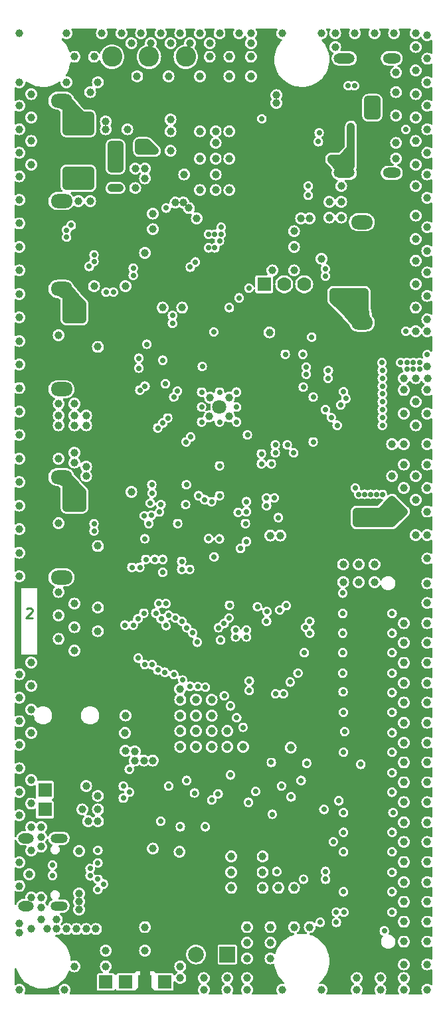
<source format=gbr>
%TF.GenerationSoftware,KiCad,Pcbnew,7.0.11-7.0.11~ubuntu22.04.1*%
%TF.CreationDate,2024-05-21T14:55:31+03:00*%
%TF.ProjectId,Neo6502PC-CPU_Rev_B,4e656f36-3530-4325-9043-2d4350555f52,B*%
%TF.SameCoordinates,PX365c040PY8f0d180*%
%TF.FileFunction,Copper,L2,Inr*%
%TF.FilePolarity,Positive*%
%FSLAX46Y46*%
G04 Gerber Fmt 4.6, Leading zero omitted, Abs format (unit mm)*
G04 Created by KiCad (PCBNEW 7.0.11-7.0.11~ubuntu22.04.1) date 2024-05-21 14:55:31*
%MOMM*%
%LPD*%
G01*
G04 APERTURE LIST*
%ADD10C,0.254000*%
%TA.AperFunction,NonConductor*%
%ADD11C,0.254000*%
%TD*%
%TA.AperFunction,ComponentPad*%
%ADD12C,1.000000*%
%TD*%
%TA.AperFunction,ComponentPad*%
%ADD13C,1.800000*%
%TD*%
%TA.AperFunction,ComponentPad*%
%ADD14R,1.778000X1.778000*%
%TD*%
%TA.AperFunction,ComponentPad*%
%ADD15C,1.778000*%
%TD*%
%TA.AperFunction,ComponentPad*%
%ADD16O,2.700000X1.300000*%
%TD*%
%TA.AperFunction,ComponentPad*%
%ADD17O,2.300000X1.300000*%
%TD*%
%TA.AperFunction,ComponentPad*%
%ADD18R,2.000000X2.000000*%
%TD*%
%TA.AperFunction,ComponentPad*%
%ADD19C,2.000000*%
%TD*%
%TA.AperFunction,ComponentPad*%
%ADD20O,2.800000X1.800000*%
%TD*%
%TA.AperFunction,ComponentPad*%
%ADD21O,2.200000X1.200000*%
%TD*%
%TA.AperFunction,ComponentPad*%
%ADD22O,2.000000X1.300000*%
%TD*%
%TA.AperFunction,ComponentPad*%
%ADD23C,2.600000*%
%TD*%
%TA.AperFunction,ViaPad*%
%ADD24C,0.700000*%
%TD*%
%TA.AperFunction,ViaPad*%
%ADD25C,1.000000*%
%TD*%
%TA.AperFunction,Conductor*%
%ADD26C,1.016000*%
%TD*%
%TA.AperFunction,Conductor*%
%ADD27C,0.508000*%
%TD*%
G04 APERTURE END LIST*
D10*
D11*
X1909009Y49567680D02*
X1969485Y49628156D01*
X1969485Y49628156D02*
X2090438Y49688632D01*
X2090438Y49688632D02*
X2392819Y49688632D01*
X2392819Y49688632D02*
X2513771Y49628156D01*
X2513771Y49628156D02*
X2574247Y49567680D01*
X2574247Y49567680D02*
X2634724Y49446728D01*
X2634724Y49446728D02*
X2634724Y49325775D01*
X2634724Y49325775D02*
X2574247Y49144347D01*
X2574247Y49144347D02*
X1848533Y48418632D01*
X1848533Y48418632D02*
X2634724Y48418632D01*
D12*
X27695000Y74133260D03*
X27695000Y76533260D03*
D13*
X26495000Y75333260D03*
D12*
X25295000Y76533260D03*
X25225000Y74133260D03*
D14*
X32210000Y91000000D03*
D15*
X34750000Y91000000D03*
X37290000Y91000000D03*
D16*
X42400000Y105200000D03*
D17*
X48450000Y105200000D03*
D16*
X42400000Y119800000D03*
D17*
X48450000Y119800000D03*
D18*
X27500000Y5500000D03*
D19*
X23500000Y5500000D03*
D20*
X6350000Y101600000D03*
X6350000Y114400000D03*
X44650000Y98900000D03*
X44650000Y86100000D03*
D14*
X4250000Y26500000D03*
X12000000Y2000000D03*
D20*
X6350000Y53600000D03*
X6350000Y66400000D03*
D14*
X4250000Y24000000D03*
D20*
X6350000Y77600000D03*
X6350000Y90400000D03*
D21*
X6030000Y11680000D03*
X6030000Y20320000D03*
D22*
X1850000Y11680000D03*
X1850000Y20320000D03*
D14*
X14500000Y2000000D03*
X17000000Y2000000D03*
X19500000Y2000000D03*
D23*
X22200000Y120000000D03*
X17500000Y120000000D03*
X12800000Y120000000D03*
D24*
X24214000Y77238260D03*
X24214000Y75333260D03*
X24214000Y73428260D03*
X28659000Y77238261D03*
X28659000Y75333260D03*
X28659000Y73428260D03*
X26500000Y73428260D03*
X22245500Y70888260D03*
X22817000Y71523260D03*
X30056001Y71777260D03*
X31834000Y69364260D03*
X33104000Y68094260D03*
X31834000Y68094260D03*
X32500000Y63731740D03*
X32500000Y62750000D03*
X33500000Y63750000D03*
X29929000Y63268260D03*
X29929000Y61998260D03*
X26500000Y64030260D03*
X26499999Y67840260D03*
X21674000Y54632260D03*
X21674000Y55648260D03*
X22690000Y54632260D03*
X16340000Y54886260D03*
X15324000Y54886260D03*
X19260999Y54251260D03*
X26500000Y77238260D03*
X17483000Y60474260D03*
X29929000Y58188260D03*
D25*
X41000000Y89000000D03*
D24*
X26627000Y45615260D03*
D25*
X6000000Y51750000D03*
X5750000Y10000000D03*
X52984000Y4250000D03*
X7000000Y112500000D03*
D24*
X28532000Y46885260D03*
D25*
X52984000Y102000000D03*
X14000000Y123000000D03*
X1000000Y38250000D03*
X49000000Y112500000D03*
D24*
X47200000Y81000000D03*
D25*
X1000000Y53750000D03*
X14500000Y90750000D03*
X17000000Y105750000D03*
X1000000Y1000000D03*
X8000000Y62500000D03*
X23500000Y34000000D03*
X22600000Y100700000D03*
X49000000Y118000000D03*
X33250000Y92750000D03*
X9500000Y27000000D03*
X1000000Y95750000D03*
X51500000Y123000000D03*
X8000000Y47250000D03*
X43000000Y88000000D03*
D24*
X17232256Y83337516D03*
D25*
X1000000Y32250000D03*
X30000000Y1000000D03*
X50000000Y30000000D03*
X44000000Y89000000D03*
X21500000Y35963260D03*
X20250000Y121750000D03*
X27750000Y107000000D03*
X8000000Y73000000D03*
X51500000Y91000000D03*
X10000000Y115500000D03*
X11000000Y49750000D03*
X50000000Y62000000D03*
X6000000Y74250000D03*
X24000000Y107000000D03*
X15705000Y30250000D03*
X6750000Y1000000D03*
X26000000Y110500000D03*
X7000000Y87500000D03*
X34000000Y14000000D03*
X52984000Y24925000D03*
X52984000Y62000000D03*
X50000000Y37625000D03*
X14750000Y110750000D03*
X52984000Y116750000D03*
D24*
X19896000Y73936260D03*
D25*
X50000000Y77500000D03*
X52984000Y1000000D03*
X39500000Y94250000D03*
X27750000Y117500000D03*
X24000000Y110500000D03*
X7000000Y123000000D03*
X46250000Y123000000D03*
X8000000Y50250000D03*
X42000000Y88000000D03*
X27750000Y103000000D03*
X28000000Y16000000D03*
X52984000Y37625000D03*
X6000000Y48750000D03*
X2500000Y112250000D03*
X2250000Y15750000D03*
D24*
X11700000Y14500000D03*
X50400000Y80200000D03*
D25*
X52984000Y122750000D03*
X33000000Y7000000D03*
X50000000Y4250000D03*
X8000000Y110500000D03*
X52984000Y59000000D03*
X2500000Y42750000D03*
X50000000Y74500000D03*
X50000000Y45250000D03*
X21500000Y4000000D03*
X52984000Y77500000D03*
X52984000Y14750000D03*
X3750000Y10000000D03*
X52984000Y68000000D03*
X44000000Y62000000D03*
X17000000Y104500000D03*
X44000000Y90000000D03*
X48500000Y60500000D03*
D24*
X51200000Y80200000D03*
D25*
X52984000Y92500000D03*
X10000000Y110500000D03*
X45500000Y62000000D03*
X16848000Y30248260D03*
X1000000Y9500000D03*
X50000000Y14750000D03*
X30500000Y123000000D03*
X48500000Y70600000D03*
X9000000Y88500000D03*
X25500000Y34000000D03*
X27750000Y110500000D03*
X2500000Y106250000D03*
X1000000Y113750000D03*
X3750000Y12750000D03*
X44250000Y55250000D03*
X36000000Y14000000D03*
X1000000Y74750000D03*
X17000000Y95000000D03*
X51500000Y115250000D03*
D24*
X10500000Y94750000D03*
D25*
X2500000Y27750000D03*
X3750000Y21750000D03*
X52984000Y80500000D03*
X24000000Y123000000D03*
D24*
X14230002Y25444000D03*
D25*
X18000000Y19000000D03*
X27500000Y2500000D03*
X1000000Y101750000D03*
X8000000Y69500000D03*
D24*
X16340000Y77492260D03*
D25*
X8000000Y112500000D03*
X1000000Y110750000D03*
X36000000Y9000000D03*
X14500000Y31500000D03*
X6000000Y45750000D03*
X8000000Y68250000D03*
X47000000Y60500000D03*
X7000000Y88500000D03*
X6000000Y73000000D03*
X27500000Y1000000D03*
X52984000Y110750000D03*
X51500000Y76000000D03*
X52984000Y70600000D03*
X42000000Y103500000D03*
X50000000Y17300000D03*
X1000000Y92750000D03*
D24*
X7600000Y98500000D03*
D25*
X11000000Y83000000D03*
X34500000Y1000000D03*
X52984000Y42700000D03*
X1000000Y56750000D03*
X40750000Y107000000D03*
X48500000Y62000000D03*
X50000000Y22375000D03*
X2500000Y12750000D03*
X51500000Y73000000D03*
X52984000Y113750000D03*
D24*
X33207578Y23392422D03*
X25900000Y95625000D03*
D25*
X28000000Y18000000D03*
X21500000Y2500000D03*
X1000000Y116750000D03*
X52984000Y27460000D03*
X30000000Y7000000D03*
X15750000Y105750000D03*
D24*
X29929000Y46885260D03*
D25*
X50000000Y7140000D03*
D24*
X7000000Y97900000D03*
D25*
X1000000Y104750000D03*
X33000000Y5000000D03*
X51500000Y66500000D03*
X3750000Y20500000D03*
D24*
X25900000Y97375000D03*
D25*
X1000000Y35250000D03*
X1000000Y59750000D03*
D24*
X52000000Y81000000D03*
D25*
X26000000Y109000000D03*
X50000000Y68000000D03*
X30000000Y5000000D03*
X44250000Y53000000D03*
X25500000Y32000000D03*
X1000000Y26250000D03*
X22000000Y105000000D03*
X20250000Y110500000D03*
X1000000Y89750000D03*
X6000000Y60500000D03*
X6000000Y75750000D03*
X10000000Y101600000D03*
X51500000Y85000000D03*
X20250000Y112000000D03*
X1000000Y80750000D03*
X52984000Y107750000D03*
D24*
X37168000Y77873260D03*
X14230000Y26968000D03*
D25*
X42000000Y107000000D03*
X43000000Y90000000D03*
X25250000Y121750000D03*
X41250000Y123000000D03*
X51500000Y121250000D03*
X10750000Y8750000D03*
D24*
X11000000Y15100000D03*
D25*
X7000000Y110500000D03*
X45000000Y89000000D03*
X30000000Y9000000D03*
X8000000Y75750000D03*
X40500000Y99500000D03*
X35567572Y31883010D03*
X7000000Y116750000D03*
X50000000Y35075000D03*
D24*
X19261000Y73301260D03*
D25*
X10500000Y90750000D03*
X51500000Y118250000D03*
X50000000Y42700000D03*
X52984000Y50325000D03*
X29000000Y123000000D03*
X50000000Y40150000D03*
X51500000Y63500000D03*
X1000000Y23250000D03*
D24*
X9900000Y93250000D03*
X10500000Y93900000D03*
D25*
X2500000Y18750000D03*
D24*
X43700000Y116300000D03*
D25*
X52984000Y65000000D03*
X25250000Y120000000D03*
D24*
X25500000Y25200000D03*
D25*
X23500000Y32000000D03*
X49000000Y107000000D03*
X52984000Y95250000D03*
D24*
X26700000Y98250000D03*
D25*
X5750000Y8750000D03*
X49000000Y109000000D03*
X21500000Y32000000D03*
X43250000Y107000000D03*
X7000000Y86500000D03*
X15705000Y31391260D03*
X27500000Y34000000D03*
X10000000Y112500000D03*
D24*
X25765901Y84916401D03*
D25*
X36000000Y92750000D03*
X52984000Y9680000D03*
X45000000Y90000000D03*
X9500000Y66500000D03*
X51500000Y94000000D03*
X2500000Y115250000D03*
X52984000Y47775000D03*
D24*
X27750000Y88000000D03*
D25*
X51500000Y59000000D03*
X41000000Y90000000D03*
X19000000Y123000000D03*
X38000000Y9000000D03*
X50000000Y65000000D03*
X12000000Y111750000D03*
X8000000Y44250000D03*
D24*
X18626000Y72666260D03*
D25*
X11000000Y25750000D03*
X25500000Y38000000D03*
X40500000Y101500000D03*
X29500000Y32000000D03*
X8000000Y120000000D03*
X26000000Y107000000D03*
D24*
X19700000Y100700000D03*
D25*
X43250000Y111095200D03*
X12000000Y4000000D03*
X50000000Y2500000D03*
X9000000Y62500000D03*
X4500000Y8750000D03*
X1000000Y29250000D03*
X20250000Y108000000D03*
X44000000Y2500000D03*
X7000000Y8750000D03*
X50000000Y32530000D03*
X10000000Y111500000D03*
X18000000Y100000000D03*
X14500000Y36000000D03*
D24*
X29929000Y46000000D03*
D25*
X21900000Y101400000D03*
X9000000Y112500000D03*
X18000000Y98000000D03*
X36000000Y97750000D03*
D24*
X29802001Y60474260D03*
D25*
X17000000Y6000000D03*
X1000000Y107750000D03*
X8000000Y74250000D03*
X50000000Y79000000D03*
X25500000Y35963260D03*
X21411001Y18600000D03*
X53000000Y79000000D03*
X9500000Y67750000D03*
X8000000Y64500000D03*
X32977000Y58950260D03*
X24500000Y2500000D03*
X50000000Y24925000D03*
X52984000Y105000000D03*
X1000000Y65750000D03*
X1000000Y77750000D03*
X1000000Y17250000D03*
D24*
X26700000Y97375000D03*
D25*
X50000000Y19850000D03*
X42000000Y99500000D03*
X45500000Y60500000D03*
D24*
X16213000Y80289986D03*
D25*
X28000000Y14000000D03*
X33000000Y9000000D03*
X1000000Y86750000D03*
X48750000Y123000000D03*
X52984000Y98250000D03*
D24*
X11000000Y18800000D03*
D25*
X1000000Y123000000D03*
X52984000Y119750000D03*
X52984000Y45250000D03*
X52984000Y12220000D03*
X23500000Y38000000D03*
X51500000Y103500000D03*
X2500000Y36750000D03*
X21500000Y123000000D03*
X9000000Y86500000D03*
X3750000Y19250000D03*
X50000000Y70600000D03*
X47000000Y62000000D03*
X2500000Y39750000D03*
X51500000Y109250000D03*
X6000000Y84500000D03*
X52984000Y35075000D03*
X32000000Y18000000D03*
D24*
X23643727Y45339800D03*
D25*
X51500000Y106250000D03*
D24*
X28532000Y46000000D03*
D25*
X52984000Y32530000D03*
D24*
X17000000Y78000000D03*
D25*
X52984000Y22375000D03*
D24*
X42900000Y116300000D03*
D25*
X42000000Y90000000D03*
D24*
X7000000Y97000000D03*
D25*
X51500000Y99750000D03*
X27500000Y32000000D03*
D24*
X26500000Y96500000D03*
D25*
X30000000Y2500000D03*
X2500000Y21750000D03*
X8000000Y86500000D03*
D24*
X11000000Y17200000D03*
D25*
X9000000Y110500000D03*
D24*
X21166000Y60474260D03*
D25*
X52984000Y56000000D03*
X32000000Y14000000D03*
X15250000Y121750000D03*
X9500000Y8750000D03*
X20000000Y117500000D03*
X27750000Y120000000D03*
X30500000Y120000000D03*
X51500000Y79000000D03*
X51500000Y88000000D03*
X8500000Y101600000D03*
X43250000Y108500000D03*
X8250000Y8750000D03*
X50000000Y47775000D03*
X34500000Y123000000D03*
X46250000Y55250000D03*
X47000000Y1000000D03*
X32850000Y84858260D03*
X11000000Y46750000D03*
X3750000Y11500000D03*
D24*
X30250000Y90500000D03*
D25*
X50000000Y27460000D03*
X24000000Y103000000D03*
X16000000Y117500000D03*
X21750000Y88000000D03*
X8000000Y4000000D03*
X1000000Y83750000D03*
D24*
X37106079Y82064254D03*
D25*
X44000000Y60500000D03*
X52984000Y19850000D03*
X12000000Y110750000D03*
D24*
X25100000Y97375000D03*
D25*
X6000000Y68750000D03*
X1000000Y8250000D03*
X52984000Y89500000D03*
X11000000Y24000000D03*
X17750000Y121750000D03*
X2500000Y8750000D03*
X52984000Y74500000D03*
X21500000Y34000000D03*
X23500000Y35963260D03*
X2500000Y33750000D03*
X24500000Y1000000D03*
X36000000Y95750000D03*
D24*
X52984000Y82000000D03*
D25*
X19250000Y88000000D03*
D24*
X50400000Y81000000D03*
D25*
X43750000Y123000000D03*
D24*
X52000000Y80200000D03*
X49600000Y81000000D03*
X51200000Y81000000D03*
D25*
X39500000Y1000000D03*
X9000000Y24000000D03*
X52984000Y86500000D03*
X34247000Y58950260D03*
X47000000Y2500000D03*
X24000000Y117500000D03*
X44000000Y88000000D03*
X20900000Y101400000D03*
X42250000Y55250000D03*
X52984000Y17300000D03*
X9500000Y73000000D03*
X7000000Y63500000D03*
X52984000Y30000000D03*
X21471956Y39359778D03*
X10500000Y120000000D03*
X1000000Y62750000D03*
X42000000Y101500000D03*
X11500000Y123000000D03*
X12000000Y6000000D03*
X48500000Y66500000D03*
X32000000Y16000000D03*
X50000000Y9680000D03*
X50000000Y12220000D03*
D24*
X11000000Y13800000D03*
D25*
X39500000Y123000000D03*
X52984000Y7140000D03*
X52984000Y40150000D03*
X7000000Y64500000D03*
X2500000Y109250000D03*
X41250000Y121250000D03*
X1000000Y41250000D03*
X8000000Y88500000D03*
X2500000Y24750000D03*
D24*
X38438000Y76603260D03*
X16213000Y81556260D03*
D25*
X44000000Y1000000D03*
X52984000Y52850000D03*
D24*
X14992000Y26205999D03*
D25*
X15750000Y103250000D03*
X51500000Y96750000D03*
X50000000Y1000000D03*
X26500000Y123000000D03*
X9500000Y74250000D03*
X45000000Y88000000D03*
X7000000Y111500000D03*
X1000000Y71750000D03*
X46250000Y53000000D03*
X11000000Y116750000D03*
X51500000Y112250000D03*
D24*
X25100000Y95625000D03*
D25*
X14450000Y33750000D03*
X1000000Y68750000D03*
X9000000Y64500000D03*
X22750000Y121750000D03*
X43250000Y110000000D03*
X30500000Y117500000D03*
X30500000Y121750000D03*
X7000000Y62500000D03*
X1000000Y98750000D03*
X42250000Y53000000D03*
X48500000Y63500000D03*
X1000000Y14250000D03*
X17991000Y30248260D03*
X52984000Y85000000D03*
X26000000Y105000000D03*
X26000000Y103000000D03*
D24*
X14435000Y47520260D03*
D25*
X49000000Y115500000D03*
X21500000Y38000000D03*
D24*
X29000000Y89250000D03*
D25*
X17000000Y9000000D03*
X16500000Y123000000D03*
D24*
X10000000Y16464300D03*
X23428310Y93828310D03*
X37550360Y80433060D03*
X22771690Y93171690D03*
X10000000Y15535700D03*
X5200000Y16899994D03*
X37550360Y79504460D03*
X5200000Y15600000D03*
X26627000Y83207260D03*
D25*
X50500000Y50500000D03*
X51500000Y52750000D03*
D24*
X31300000Y46900000D03*
X29250000Y48750000D03*
X21166000Y59458260D03*
X20023000Y21750000D03*
X47200000Y82800000D03*
X29802000Y59458260D03*
X30400000Y49088823D03*
X49600000Y82000000D03*
X30893742Y66316260D03*
X30893742Y67100000D03*
D25*
X26161001Y13250000D03*
D24*
X48000000Y83500000D03*
D25*
X49500000Y52750000D03*
X23325000Y23390260D03*
D24*
X34882000Y83200000D03*
X47200000Y82000000D03*
X35517000Y77174760D03*
X34800000Y77900000D03*
X31453000Y83207260D03*
D25*
X34262800Y31874200D03*
D24*
X52000000Y82000000D03*
X50400000Y82000000D03*
D25*
X15750000Y34185260D03*
X49500000Y50500000D03*
X25161001Y13250000D03*
D24*
X48000000Y82700000D03*
X37930000Y74444260D03*
X20023000Y23400000D03*
D25*
X51500000Y50500000D03*
X27897000Y23390260D03*
D24*
X51200000Y82000000D03*
X21929258Y66316260D03*
X25103000Y83207260D03*
D25*
X26161001Y14250000D03*
D24*
X34882000Y84200000D03*
X17500018Y59458260D03*
D25*
X25161001Y14250000D03*
D24*
X28135990Y83207260D03*
D25*
X21674000Y23390261D03*
D24*
X34800000Y76500000D03*
D25*
X30945000Y23390261D03*
D24*
X31300000Y46100000D03*
D25*
X50500000Y52750000D03*
X15750000Y33250000D03*
D24*
X20658001Y83207260D03*
D25*
X16848000Y34185260D03*
D24*
X18626001Y80286260D03*
D25*
X29421000Y23390260D03*
D24*
X19260994Y81302260D03*
X19591000Y78300000D03*
X34882000Y82064259D03*
X20500000Y86000000D03*
X21132537Y77382537D03*
X42200000Y51600000D03*
X20667682Y76611879D03*
X42200000Y49000000D03*
X20500000Y87000000D03*
X37816615Y103530000D03*
X39200000Y110308000D03*
X39099430Y109167511D03*
X37816615Y102322000D03*
D25*
X45449996Y112500000D03*
X17250000Y109000000D03*
X45449996Y113500000D03*
X36900000Y99400000D03*
D24*
X41400000Y10900000D03*
D25*
X46500000Y114499996D03*
X45449996Y114499996D03*
X17250000Y108000000D03*
X33750000Y115100000D03*
X18250000Y108000000D03*
X16250000Y109000000D03*
X23600000Y99400000D03*
X38000000Y99400000D03*
X33750000Y114100000D03*
X16250000Y108000000D03*
X46500000Y112500000D03*
X46500000Y113500000D03*
D24*
X38250000Y84250000D03*
X50250008Y85000000D03*
X31900000Y112100000D03*
X50250000Y110750010D03*
X19654818Y50240382D03*
X48500000Y49000000D03*
X18745197Y50250000D03*
X48500000Y46500000D03*
X42200000Y46500000D03*
X32542461Y49242461D03*
X38000000Y46500000D03*
X16135800Y43300000D03*
X48500000Y44000000D03*
X32500000Y48000000D03*
X42200000Y44000000D03*
X37300000Y44000000D03*
X34174681Y49448105D03*
X37500000Y47250000D03*
X42200000Y41400000D03*
X36500000Y41400000D03*
X48500000Y41400000D03*
X16975000Y42500000D03*
X35002099Y50018200D03*
X38000000Y48000000D03*
X42250000Y39000000D03*
X35500000Y40250000D03*
X48500000Y38900000D03*
X17905440Y42448966D03*
X34642000Y38749995D03*
X42300000Y36400000D03*
X48500000Y36400000D03*
X16848000Y49044260D03*
X18643891Y41767558D03*
X18372000Y49044259D03*
X33637198Y38750000D03*
X42440179Y33951116D03*
X16091249Y48324270D03*
X48500000Y33800000D03*
X19055154Y48324270D03*
X19515000Y41500000D03*
X30280831Y39163260D03*
X42300000Y31300000D03*
X19669387Y47448650D03*
X15493010Y47520260D03*
X48500000Y31300000D03*
X20700000Y41200000D03*
X30183000Y24914260D03*
X41400000Y9600000D03*
X39800000Y24000000D03*
X39345200Y9600000D03*
X29484007Y34484007D03*
X48500000Y10900000D03*
X48500000Y21100000D03*
X24700000Y39600000D03*
X23083579Y46510096D03*
X26375695Y47182740D03*
X48500000Y16000000D03*
X27884000Y37200000D03*
X44500004Y29750000D03*
X30300000Y40400000D03*
X42300000Y18600000D03*
X31100000Y26300000D03*
X27100000Y38500000D03*
X48500000Y18600000D03*
X21500000Y21800000D03*
X42350000Y10900000D03*
X42300000Y13500000D03*
X24684000Y21800000D03*
X48500000Y26200000D03*
X22725166Y39718200D03*
X21733829Y47986208D03*
X27706988Y48430871D03*
X41700000Y25100002D03*
X36900000Y27700000D03*
X22300000Y27700000D03*
X48608842Y23600000D03*
X23729535Y39688709D03*
X22336980Y47182568D03*
X27088478Y47732250D03*
X34400000Y27000000D03*
X20023000Y27000000D03*
X42299998Y23600000D03*
X35634996Y25600000D03*
X40000000Y16100000D03*
X26312917Y26000000D03*
X33800000Y16100000D03*
X17813200Y61541060D03*
X37607946Y29907946D03*
X37200000Y15100000D03*
X40000000Y15100000D03*
X33100000Y30000000D03*
X33993000Y61236259D03*
X23300004Y26100000D03*
X42300000Y21100000D03*
X27884000Y28400000D03*
X47500004Y8500000D03*
X28684000Y35700006D03*
X48500000Y13500000D03*
X41000000Y19900000D03*
X19000000Y22500000D03*
X27770001Y50060260D03*
X21800000Y40500000D03*
X48500000Y28700000D03*
X20000000Y48781582D03*
X38438000Y70888260D03*
X33612000Y69491260D03*
X35961502Y69491260D03*
X15000000Y29144001D03*
X24300000Y80500000D03*
X28878781Y61913270D03*
X18816500Y61934759D03*
X20900000Y48400000D03*
X22182000Y62887260D03*
X31326000Y49874610D03*
X19037365Y62884378D03*
X47250000Y78000000D03*
X42300000Y77300000D03*
X47250000Y77000000D03*
X42602882Y76403842D03*
X29167000Y57299260D03*
X19261000Y55902260D03*
X25131624Y58540124D03*
X16975000Y58527250D03*
X18245000Y55902260D03*
X26486010Y58522244D03*
X17102000Y55902260D03*
X25809001Y56227260D03*
X17927500Y64347760D03*
X23833000Y64030260D03*
X17683353Y63069488D03*
X24595000Y63522260D03*
X22269509Y65427260D03*
X17864000Y65427260D03*
D25*
X9000000Y105500000D03*
X12750000Y103250000D03*
X8000000Y105500000D03*
X10000000Y104500000D03*
X7000000Y104500000D03*
X13734000Y107750000D03*
X7000000Y105500000D03*
X12750000Y105750000D03*
X12750000Y106750000D03*
X7000000Y103500000D03*
X13734000Y103250000D03*
X12750000Y107750000D03*
X12750000Y108750000D03*
X13734000Y105750000D03*
X9000000Y103500000D03*
X13734000Y106750000D03*
X8000000Y103500000D03*
X13734000Y108750000D03*
X10000000Y105500000D03*
X10000000Y103500000D03*
D24*
X16915767Y61472968D03*
X25484000Y63268260D03*
X33612000Y70507260D03*
X35136000Y70507260D03*
X47250000Y76000000D03*
X41950014Y75600000D03*
X41500000Y73000000D03*
X47250000Y73000000D03*
X47250000Y74000000D03*
X40749997Y74000003D03*
X47250000Y75000000D03*
X40000000Y75000000D03*
X40370800Y80000000D03*
X47250000Y80000000D03*
X47250000Y79000000D03*
X40331000Y79000000D03*
X12964300Y90000000D03*
X10500000Y59535700D03*
X10500000Y60464300D03*
X12035700Y90000000D03*
X40000000Y92964300D03*
X15500000Y93064300D03*
X40000000Y92035700D03*
X15500000Y92135700D03*
D25*
X9750000Y22500000D03*
D24*
X44250000Y64200000D03*
X45750000Y64200000D03*
D25*
X11000000Y57600000D03*
D24*
X43800000Y65000000D03*
X46500000Y64200000D03*
D25*
X11000000Y22500000D03*
X15250000Y64500000D03*
D24*
X47250000Y64200000D03*
X45000000Y64200000D03*
D25*
X8600000Y13300000D03*
X8600000Y12250000D03*
X8600000Y18700000D03*
X8600000Y11250000D03*
D26*
X43000000Y88000000D02*
X43000000Y87750000D01*
X40750000Y107000000D02*
X40750000Y106850000D01*
X10000000Y112500000D02*
X7000000Y112500000D01*
X10000000Y111500000D02*
X7000000Y111500000D01*
X8000000Y64750000D02*
X6350000Y66400000D01*
X8000000Y88500000D02*
X8000000Y88750000D01*
X43000000Y87750000D02*
X44650000Y86100000D01*
X44000000Y88000000D02*
X44000000Y86750000D01*
X48500000Y60500000D02*
X48500000Y61300000D01*
X7000000Y88500000D02*
X7000000Y89750000D01*
X44000000Y62000000D02*
X44000000Y61300000D01*
X7100000Y114400000D02*
X6350000Y114400000D01*
X45000000Y86450000D02*
X44650000Y86100000D01*
X7000000Y86500000D02*
X7900000Y86500000D01*
X50000000Y62000000D02*
X48500000Y60500000D01*
X48500000Y61300000D02*
X48500000Y63500000D01*
X42700000Y107000000D02*
X42700000Y105500000D01*
X7000000Y89750000D02*
X6350000Y90400000D01*
X45000000Y88000000D02*
X45000000Y86450000D01*
X7000000Y112500000D02*
X7000000Y113750000D01*
X8000000Y88500000D02*
X8000000Y86600000D01*
X42700000Y105500000D02*
X42400000Y105200000D01*
X7000000Y113750000D02*
X6350000Y114400000D01*
X43900000Y86100000D02*
X44650000Y86100000D01*
X44000000Y61300000D02*
X44000000Y60500000D01*
X7100000Y90400000D02*
X6350000Y90400000D01*
X41000000Y89000000D02*
X41000000Y90000000D01*
X42000000Y107000000D02*
X42000000Y105600000D01*
X42700000Y107000000D02*
X40750000Y107000000D01*
X42000000Y88000000D02*
X43900000Y86100000D01*
X8000000Y64500000D02*
X8000000Y64750000D01*
X41000000Y90000000D02*
X45000000Y90000000D01*
X48500000Y62000000D02*
X50000000Y62000000D01*
X8000000Y112500000D02*
X8000000Y112750000D01*
X42000000Y88000000D02*
X41000000Y89000000D01*
X8000000Y86600000D02*
X7900000Y86500000D01*
X7000000Y88500000D02*
X7000000Y86500000D01*
X9000000Y88500000D02*
X7000000Y88500000D01*
X8000000Y64500000D02*
X8000000Y62500000D01*
X8000000Y112750000D02*
X6350000Y114400000D01*
X42000000Y107000000D02*
X43250000Y108250000D01*
X43250000Y106050000D02*
X42400000Y105200000D01*
X9000000Y112500000D02*
X7100000Y114400000D01*
X7000000Y110500000D02*
X10000000Y110500000D01*
X7000000Y62500000D02*
X9000000Y62500000D01*
X7900000Y86500000D02*
X9000000Y86500000D01*
X40750000Y106850000D02*
X42400000Y105200000D01*
X7000000Y64500000D02*
X7000000Y65750000D01*
X9000000Y88500000D02*
X7100000Y90400000D01*
X9000000Y88500000D02*
X9000000Y86500000D01*
X7000000Y112500000D02*
X7000000Y110500000D01*
X7000000Y64500000D02*
X7000000Y62500000D01*
X9000000Y62500000D02*
X9000000Y64500000D01*
X43250000Y107000000D02*
X42700000Y107000000D01*
X9000000Y64500000D02*
X7100000Y66400000D01*
X44000000Y60500000D02*
X48500000Y60500000D01*
X43250000Y111095200D02*
X43250000Y107000000D01*
X43250000Y107000000D02*
X43250000Y106050000D01*
X41000000Y89000000D02*
X45000000Y89000000D01*
X9000000Y64500000D02*
X7000000Y64500000D01*
X45000000Y90000000D02*
X45000000Y88000000D01*
X7000000Y65750000D02*
X6350000Y66400000D01*
X10000000Y110500000D02*
X10000000Y112500000D01*
X44000000Y61300000D02*
X48500000Y61300000D01*
X45000000Y88000000D02*
X42000000Y88000000D01*
X50000000Y62000000D02*
X48500000Y63500000D01*
X44000000Y62000000D02*
X48500000Y62000000D01*
X8000000Y88750000D02*
X6350000Y90400000D01*
X44000000Y86750000D02*
X44650000Y86100000D01*
X7100000Y66400000D02*
X6350000Y66400000D01*
X42000000Y105600000D02*
X42400000Y105200000D01*
X47000000Y62000000D02*
X48500000Y63500000D01*
X43250000Y108250000D02*
X43250000Y108500000D01*
D27*
X18115000Y635000D02*
X22135000Y635000D01*
X17000000Y1750000D02*
X17750000Y1000000D01*
X15885000Y635000D02*
X15750000Y635000D01*
X15885000Y635000D02*
X18115000Y635000D01*
X17000000Y2000000D02*
X17000000Y1750000D01*
X17750000Y1000000D02*
X16250000Y1000000D01*
X15750000Y635000D02*
X9865000Y635000D01*
X16250000Y1000000D02*
X15885000Y635000D01*
X17750000Y1000000D02*
X18115000Y635000D01*
X17000000Y1750000D02*
X16250000Y1000000D01*
D26*
X16250000Y109000000D02*
X16250000Y108000000D01*
X16250000Y108000000D02*
X18250000Y108000000D01*
X46500000Y112500000D02*
X46500000Y114499996D01*
X45449996Y114499996D02*
X45449996Y112500000D01*
X17250000Y109000000D02*
X16250000Y109000000D01*
X45449996Y112500000D02*
X46500000Y112500000D01*
X18250000Y108000000D02*
X17250000Y109000000D01*
X46000000Y114499996D02*
X45449996Y114499996D01*
X46500000Y114499996D02*
X46000000Y114499996D01*
X46000000Y113000000D02*
X46000000Y114499996D01*
X46500000Y112500000D02*
X46000000Y113000000D01*
X7000000Y103500000D02*
X7000000Y105500000D01*
X13734000Y108750000D02*
X12750000Y108750000D01*
X12750000Y105750000D02*
X13734000Y105750000D01*
X12750000Y103250000D02*
X13734000Y103250000D01*
X10000000Y105500000D02*
X10000000Y103500000D01*
X12750000Y108750000D02*
X12750000Y105750000D01*
X10000000Y103500000D02*
X7000000Y103500000D01*
X13734000Y105750000D02*
X13734000Y108750000D01*
X7000000Y104500000D02*
X10000000Y104500000D01*
X7000000Y105500000D02*
X10000000Y105500000D01*
%TA.AperFunction,Conductor*%
G36*
X7704803Y114635508D02*
G01*
X7706881Y114633644D01*
X8574907Y113644522D01*
X8577788Y113636044D01*
X8574386Y113628532D01*
X7868814Y112922960D01*
X7860541Y112919533D01*
X7856872Y112920123D01*
X6111853Y113496511D01*
X6105073Y113502360D01*
X6104243Y113510726D01*
X6347328Y114393573D01*
X6352828Y114400639D01*
X6356578Y114401988D01*
X7696061Y114637450D01*
X7704803Y114635508D01*
G37*
%TD.AperFunction*%
%TA.AperFunction,Conductor*%
G36*
X43547074Y87924297D02*
G01*
X45014415Y87005247D01*
X45019607Y86997951D01*
X45019018Y86990864D01*
X44653951Y86107147D01*
X44647625Y86100809D01*
X44642234Y86099949D01*
X43278035Y86205567D01*
X43270051Y86209622D01*
X43268261Y86212446D01*
X43192620Y86381200D01*
X42824054Y87203466D01*
X42823799Y87212416D01*
X42826457Y87216521D01*
X43532591Y87922655D01*
X43540863Y87926081D01*
X43547074Y87924297D01*
G37*
%TD.AperFunction*%
%TA.AperFunction,Conductor*%
G36*
X42509488Y106496573D02*
G01*
X42511369Y106494112D01*
X42670386Y106216164D01*
X42876088Y105856617D01*
X42877222Y105847734D01*
X42875351Y105843865D01*
X42406818Y105208250D01*
X42399151Y105203624D01*
X42390629Y105205650D01*
X41534797Y105812965D01*
X41530033Y105820548D01*
X41529887Y105821844D01*
X41492690Y106487648D01*
X41495650Y106496099D01*
X41503719Y106499982D01*
X41504372Y106500000D01*
X42501215Y106500000D01*
X42509488Y106496573D01*
G37*
%TD.AperFunction*%
%TA.AperFunction,Conductor*%
G36*
X43143122Y87579879D02*
G01*
X44888146Y87003489D01*
X44894925Y86997641D01*
X44895755Y86989274D01*
X44652671Y86106429D01*
X44647171Y86099362D01*
X44643417Y86098012D01*
X43303937Y85862552D01*
X43295195Y85864494D01*
X43293117Y85866358D01*
X42425092Y86855479D01*
X42422211Y86863957D01*
X42425612Y86871468D01*
X43131186Y87577042D01*
X43139458Y87580468D01*
X43143122Y87579879D01*
G37*
%TD.AperFunction*%
%TA.AperFunction,Conductor*%
G36*
X7704803Y66635508D02*
G01*
X7706881Y66633644D01*
X8574907Y65644522D01*
X8577788Y65636044D01*
X8574386Y65628532D01*
X7868814Y64922960D01*
X7860541Y64919533D01*
X7856872Y64920123D01*
X6111853Y65496511D01*
X6105073Y65502360D01*
X6104243Y65510726D01*
X6347328Y66393573D01*
X6352828Y66400639D01*
X6356578Y66401988D01*
X7696061Y66637450D01*
X7704803Y66635508D01*
G37*
%TD.AperFunction*%
%TA.AperFunction,Conductor*%
G36*
X7721962Y114294435D02*
G01*
X7729946Y114290380D01*
X7731736Y114287556D01*
X8175944Y113296537D01*
X8176200Y113287585D01*
X8173540Y113283478D01*
X7467409Y112577347D01*
X7459136Y112573920D01*
X7452925Y112575704D01*
X5985585Y113494754D01*
X5980393Y113502050D01*
X5980981Y113509136D01*
X6346049Y114392856D01*
X6352374Y114399192D01*
X6357761Y114400052D01*
X7721962Y114294435D01*
G37*
%TD.AperFunction*%
%TA.AperFunction,Conductor*%
G36*
X41657768Y106662262D02*
G01*
X42662406Y105855487D01*
X42666711Y105847634D01*
X42665895Y105841901D01*
X42404610Y105208751D01*
X42398287Y105202411D01*
X42390814Y105201900D01*
X41157552Y105526883D01*
X41150425Y105532305D01*
X41150171Y105532764D01*
X40935167Y105942789D01*
X40934360Y105951707D01*
X40937254Y105956493D01*
X41642173Y106661412D01*
X41650445Y106664838D01*
X41657768Y106662262D01*
G37*
%TD.AperFunction*%
%TA.AperFunction,Conductor*%
G36*
X43204643Y106496573D02*
G01*
X43208070Y106488370D01*
X43211998Y105833498D01*
X43208621Y105825205D01*
X43207461Y105824177D01*
X42409138Y105206076D01*
X42400498Y105203721D01*
X42392813Y105208051D01*
X41887593Y105844289D01*
X41885132Y105852899D01*
X41886189Y105856588D01*
X42188826Y106493323D01*
X42195472Y106499324D01*
X42199393Y106500000D01*
X43196370Y106500000D01*
X43204643Y106496573D01*
G37*
%TD.AperFunction*%
%TA.AperFunction,Conductor*%
G36*
X10837689Y123598498D02*
G01*
X10884182Y123544842D01*
X10894286Y123474568D01*
X10876255Y123425464D01*
X10815919Y123329441D01*
X10815918Y123329438D01*
X10815918Y123329437D01*
X10759763Y123168954D01*
X10740726Y123000000D01*
X10759763Y122831046D01*
X10777589Y122780102D01*
X10815918Y122670563D01*
X10815919Y122670561D01*
X10906375Y122526601D01*
X10906377Y122526598D01*
X11026597Y122406378D01*
X11026600Y122406376D01*
X11170563Y122315918D01*
X11331046Y122259763D01*
X11500000Y122240726D01*
X11668954Y122259763D01*
X11829437Y122315918D01*
X11973400Y122406376D01*
X12093624Y122526600D01*
X12184082Y122670563D01*
X12240237Y122831046D01*
X12259274Y123000000D01*
X12240237Y123168954D01*
X12184082Y123329437D01*
X12184080Y123329440D01*
X12184080Y123329441D01*
X12123745Y123425464D01*
X12104439Y123493785D01*
X12125134Y123561698D01*
X12179262Y123607642D01*
X12230432Y123618500D01*
X13269568Y123618500D01*
X13337689Y123598498D01*
X13384182Y123544842D01*
X13394286Y123474568D01*
X13376255Y123425464D01*
X13315919Y123329441D01*
X13315918Y123329438D01*
X13315918Y123329437D01*
X13259763Y123168954D01*
X13240726Y123000000D01*
X13259763Y122831046D01*
X13277589Y122780102D01*
X13315918Y122670563D01*
X13315919Y122670561D01*
X13406375Y122526601D01*
X13406377Y122526598D01*
X13526597Y122406378D01*
X13526600Y122406376D01*
X13670563Y122315918D01*
X13831046Y122259763D01*
X14000000Y122240726D01*
X14168954Y122259763D01*
X14329437Y122315918D01*
X14473400Y122406376D01*
X14593624Y122526600D01*
X14684082Y122670563D01*
X14740237Y122831046D01*
X14759274Y123000000D01*
X14740237Y123168954D01*
X14684082Y123329437D01*
X14684080Y123329440D01*
X14684080Y123329441D01*
X14623745Y123425464D01*
X14604439Y123493785D01*
X14625134Y123561698D01*
X14679262Y123607642D01*
X14730432Y123618500D01*
X15769568Y123618500D01*
X15837689Y123598498D01*
X15884182Y123544842D01*
X15894286Y123474568D01*
X15876255Y123425464D01*
X15815919Y123329441D01*
X15815918Y123329438D01*
X15815918Y123329437D01*
X15759763Y123168954D01*
X15740726Y123000000D01*
X15759763Y122831046D01*
X15777589Y122780102D01*
X15815918Y122670563D01*
X15815919Y122670561D01*
X15906375Y122526601D01*
X15906377Y122526598D01*
X16026597Y122406378D01*
X16026600Y122406376D01*
X16170563Y122315918D01*
X16331046Y122259763D01*
X16500000Y122240726D01*
X16668954Y122259763D01*
X16829437Y122315918D01*
X16973400Y122406376D01*
X17093624Y122526600D01*
X17184082Y122670563D01*
X17240237Y122831046D01*
X17259274Y123000000D01*
X17240237Y123168954D01*
X17184082Y123329437D01*
X17184080Y123329440D01*
X17184080Y123329441D01*
X17123745Y123425464D01*
X17104439Y123493785D01*
X17125134Y123561698D01*
X17179262Y123607642D01*
X17230432Y123618500D01*
X18269568Y123618500D01*
X18337689Y123598498D01*
X18384182Y123544842D01*
X18394286Y123474568D01*
X18376255Y123425464D01*
X18315919Y123329441D01*
X18315918Y123329438D01*
X18315918Y123329437D01*
X18259763Y123168954D01*
X18240726Y123000000D01*
X18259763Y122831046D01*
X18277589Y122780102D01*
X18315918Y122670563D01*
X18315919Y122670561D01*
X18406375Y122526601D01*
X18406377Y122526598D01*
X18526597Y122406378D01*
X18526600Y122406376D01*
X18670563Y122315918D01*
X18831046Y122259763D01*
X19000000Y122240726D01*
X19168954Y122259763D01*
X19329437Y122315918D01*
X19473400Y122406376D01*
X19593624Y122526600D01*
X19684082Y122670563D01*
X19740237Y122831046D01*
X19759274Y123000000D01*
X19740237Y123168954D01*
X19684082Y123329437D01*
X19684080Y123329440D01*
X19684080Y123329441D01*
X19623745Y123425464D01*
X19604439Y123493785D01*
X19625134Y123561698D01*
X19679262Y123607642D01*
X19730432Y123618500D01*
X20769568Y123618500D01*
X20837689Y123598498D01*
X20884182Y123544842D01*
X20894286Y123474568D01*
X20876255Y123425464D01*
X20815919Y123329441D01*
X20815918Y123329438D01*
X20815918Y123329437D01*
X20759763Y123168954D01*
X20740726Y123000000D01*
X20759763Y122831046D01*
X20777589Y122780102D01*
X20815918Y122670563D01*
X20815919Y122670561D01*
X20906375Y122526601D01*
X20906377Y122526598D01*
X21026597Y122406378D01*
X21026600Y122406376D01*
X21170563Y122315918D01*
X21331046Y122259763D01*
X21500000Y122240726D01*
X21668954Y122259763D01*
X21829437Y122315918D01*
X21973400Y122406376D01*
X22093624Y122526600D01*
X22184082Y122670563D01*
X22240237Y122831046D01*
X22259274Y123000000D01*
X22240237Y123168954D01*
X22184082Y123329437D01*
X22184080Y123329440D01*
X22184080Y123329441D01*
X22123745Y123425464D01*
X22104439Y123493785D01*
X22125134Y123561698D01*
X22179262Y123607642D01*
X22230432Y123618500D01*
X23269568Y123618500D01*
X23337689Y123598498D01*
X23384182Y123544842D01*
X23394286Y123474568D01*
X23376255Y123425464D01*
X23315919Y123329441D01*
X23315918Y123329438D01*
X23315918Y123329437D01*
X23259763Y123168954D01*
X23240726Y123000000D01*
X23259763Y122831046D01*
X23277589Y122780102D01*
X23315918Y122670563D01*
X23315919Y122670561D01*
X23406375Y122526601D01*
X23406377Y122526598D01*
X23526597Y122406378D01*
X23526600Y122406376D01*
X23670563Y122315918D01*
X23831046Y122259763D01*
X24000000Y122240726D01*
X24168954Y122259763D01*
X24329437Y122315918D01*
X24473400Y122406376D01*
X24593624Y122526600D01*
X24684082Y122670563D01*
X24740237Y122831046D01*
X24759274Y123000000D01*
X24740237Y123168954D01*
X24684082Y123329437D01*
X24684080Y123329440D01*
X24684080Y123329441D01*
X24623745Y123425464D01*
X24604439Y123493785D01*
X24625134Y123561698D01*
X24679262Y123607642D01*
X24730432Y123618500D01*
X25769568Y123618500D01*
X25837689Y123598498D01*
X25884182Y123544842D01*
X25894286Y123474568D01*
X25876255Y123425464D01*
X25815919Y123329441D01*
X25815918Y123329438D01*
X25815918Y123329437D01*
X25759763Y123168954D01*
X25740726Y123000000D01*
X25759763Y122831046D01*
X25777589Y122780102D01*
X25815918Y122670563D01*
X25815919Y122670561D01*
X25906375Y122526601D01*
X25906377Y122526598D01*
X26026597Y122406378D01*
X26026600Y122406376D01*
X26170563Y122315918D01*
X26331046Y122259763D01*
X26500000Y122240726D01*
X26668954Y122259763D01*
X26829437Y122315918D01*
X26973400Y122406376D01*
X27093624Y122526600D01*
X27184082Y122670563D01*
X27240237Y122831046D01*
X27259274Y123000000D01*
X27240237Y123168954D01*
X27184082Y123329437D01*
X27184080Y123329440D01*
X27184080Y123329441D01*
X27123745Y123425464D01*
X27104439Y123493785D01*
X27125134Y123561698D01*
X27179262Y123607642D01*
X27230432Y123618500D01*
X28269568Y123618500D01*
X28337689Y123598498D01*
X28384182Y123544842D01*
X28394286Y123474568D01*
X28376255Y123425464D01*
X28315919Y123329441D01*
X28315918Y123329438D01*
X28315918Y123329437D01*
X28259763Y123168954D01*
X28240726Y123000000D01*
X28259763Y122831046D01*
X28277589Y122780102D01*
X28315918Y122670563D01*
X28315919Y122670561D01*
X28406375Y122526601D01*
X28406377Y122526598D01*
X28526597Y122406378D01*
X28526600Y122406376D01*
X28670563Y122315918D01*
X28831046Y122259763D01*
X29000000Y122240726D01*
X29168954Y122259763D01*
X29329437Y122315918D01*
X29473400Y122406376D01*
X29593624Y122526600D01*
X29621619Y122571154D01*
X29643313Y122605679D01*
X29696491Y122652717D01*
X29766659Y122663537D01*
X29831537Y122634704D01*
X29856687Y122605679D01*
X29906375Y122526600D01*
X29968880Y122464095D01*
X30002906Y122401783D01*
X29997841Y122330968D01*
X29968880Y122285905D01*
X29906377Y122223403D01*
X29906375Y122223400D01*
X29815919Y122079440D01*
X29815918Y122079438D01*
X29773563Y121958392D01*
X29759763Y121918954D01*
X29740726Y121750000D01*
X29759763Y121581046D01*
X29792065Y121488731D01*
X29815918Y121420563D01*
X29815919Y121420561D01*
X29906375Y121276601D01*
X29906377Y121276598D01*
X30026597Y121156378D01*
X30026600Y121156376D01*
X30170563Y121065918D01*
X30331046Y121009763D01*
X30415852Y121000208D01*
X30481304Y120972704D01*
X30499764Y120945824D01*
X30512869Y120967656D01*
X30576518Y120999111D01*
X30584129Y121000206D01*
X30668954Y121009763D01*
X30829437Y121065918D01*
X30973400Y121156376D01*
X31093624Y121276600D01*
X31184082Y121420563D01*
X31240237Y121581046D01*
X31259274Y121750000D01*
X31240237Y121918954D01*
X31184082Y122079437D01*
X31093624Y122223400D01*
X31093622Y122223403D01*
X31031120Y122285905D01*
X30997094Y122348217D01*
X31002159Y122419032D01*
X31031120Y122464095D01*
X31093622Y122526598D01*
X31093624Y122526600D01*
X31184082Y122670563D01*
X31240237Y122831046D01*
X31259274Y123000000D01*
X31240237Y123168954D01*
X31184082Y123329437D01*
X31184080Y123329440D01*
X31184080Y123329441D01*
X31123745Y123425464D01*
X31104439Y123493785D01*
X31125134Y123561698D01*
X31179262Y123607642D01*
X31230432Y123618500D01*
X33769568Y123618500D01*
X33837689Y123598498D01*
X33884182Y123544842D01*
X33894286Y123474568D01*
X33876255Y123425464D01*
X33815919Y123329441D01*
X33815918Y123329438D01*
X33815918Y123329437D01*
X33759763Y123168954D01*
X33740726Y123000000D01*
X33759763Y122831046D01*
X33777589Y122780102D01*
X33815918Y122670563D01*
X33815919Y122670561D01*
X33906375Y122526601D01*
X33906377Y122526598D01*
X34026597Y122406378D01*
X34026600Y122406376D01*
X34170563Y122315918D01*
X34331046Y122259763D01*
X34367650Y122255639D01*
X34433100Y122228137D01*
X34473293Y122169613D01*
X34475466Y122098650D01*
X34443814Y122042531D01*
X34361888Y121958394D01*
X34361886Y121958392D01*
X34131464Y121664900D01*
X33933543Y121348575D01*
X33770370Y121013014D01*
X33770369Y121013013D01*
X33643788Y120662008D01*
X33643786Y120662002D01*
X33555232Y120299532D01*
X33555228Y120299509D01*
X33505706Y119929696D01*
X33505705Y119929687D01*
X33495772Y119556690D01*
X33495772Y119556684D01*
X33525542Y119184741D01*
X33594683Y118818057D01*
X33594686Y118818048D01*
X33702399Y118460820D01*
X33702403Y118460811D01*
X33847484Y118117044D01*
X33847492Y118117027D01*
X33956318Y117920563D01*
X34028293Y117790626D01*
X34239291Y117490237D01*
X34242772Y117485282D01*
X34242777Y117485276D01*
X34488482Y117204474D01*
X34488484Y117204472D01*
X34762655Y116951371D01*
X35062171Y116728849D01*
X35062172Y116728847D01*
X35062176Y116728845D01*
X35062177Y116728844D01*
X35383655Y116539415D01*
X35723446Y116385230D01*
X36077702Y116268036D01*
X36442408Y116189161D01*
X36442410Y116189161D01*
X36442414Y116189160D01*
X36813418Y116149500D01*
X36813425Y116149500D01*
X36813431Y116149499D01*
X36813436Y116149499D01*
X37093206Y116149499D01*
X37093213Y116149499D01*
X37216123Y116156050D01*
X37372596Y116164389D01*
X37372601Y116164390D01*
X37372609Y116164390D01*
X37740995Y116223743D01*
X38020622Y116300000D01*
X42290284Y116300000D01*
X42311060Y116142194D01*
X42371968Y115995143D01*
X42468865Y115868866D01*
X42595142Y115771969D01*
X42687872Y115733561D01*
X42742194Y115711060D01*
X42900000Y115690284D01*
X43057806Y115711060D01*
X43167284Y115756407D01*
X43204854Y115771968D01*
X43204854Y115771969D01*
X43204858Y115771970D01*
X43223296Y115786119D01*
X43289515Y115811719D01*
X43359064Y115797455D01*
X43376700Y115786122D01*
X43395142Y115771970D01*
X43395145Y115771968D01*
X43478061Y115737625D01*
X43542194Y115711060D01*
X43700000Y115690284D01*
X43857806Y115711060D01*
X43950536Y115749470D01*
X44004857Y115771969D01*
X44131134Y115868866D01*
X44228031Y115995143D01*
X44266364Y116087690D01*
X44288940Y116142194D01*
X44309716Y116300000D01*
X44288940Y116457806D01*
X44255136Y116539417D01*
X44228031Y116604858D01*
X44131134Y116731135D01*
X44004857Y116828032D01*
X43857806Y116888940D01*
X43700000Y116909716D01*
X43542193Y116888940D01*
X43395143Y116828031D01*
X43395141Y116828030D01*
X43376703Y116813882D01*
X43310482Y116788282D01*
X43240933Y116802547D01*
X43223297Y116813882D01*
X43204858Y116828030D01*
X43204856Y116828031D01*
X43057806Y116888940D01*
X42900000Y116909716D01*
X42742193Y116888940D01*
X42595142Y116828032D01*
X42468865Y116731135D01*
X42371968Y116604858D01*
X42311060Y116457807D01*
X42290284Y116300000D01*
X38020622Y116300000D01*
X38100986Y116321916D01*
X38448503Y116457798D01*
X38779607Y116629849D01*
X39090547Y116836119D01*
X39377801Y117074272D01*
X39638114Y117341609D01*
X39868535Y117635101D01*
X40066455Y117951422D01*
X40229631Y118286989D01*
X40356213Y118637999D01*
X40444769Y119000476D01*
X40494294Y119370312D01*
X40504227Y119743317D01*
X40477324Y120079438D01*
X40474457Y120115260D01*
X40448157Y120254742D01*
X40405317Y120481941D01*
X40352720Y120656376D01*
X40297600Y120839181D01*
X40297596Y120839190D01*
X40272972Y120897535D01*
X40152511Y121182967D01*
X40115380Y121250000D01*
X40490726Y121250000D01*
X40509763Y121081046D01*
X40533568Y121013014D01*
X40565918Y120920563D01*
X40565919Y120920561D01*
X40656375Y120776601D01*
X40656377Y120776598D01*
X40776597Y120656378D01*
X40776600Y120656376D01*
X40920563Y120565918D01*
X40934165Y120561159D01*
X40934395Y120561078D01*
X40992087Y120519700D01*
X41018249Y120453700D01*
X41004577Y120384033D01*
X40994716Y120368088D01*
X40912365Y120254742D01*
X40835031Y120081046D01*
X40795500Y119895068D01*
X40795500Y119704933D01*
X40835031Y119518955D01*
X40912365Y119345259D01*
X40997496Y119228086D01*
X41024123Y119191438D01*
X41165420Y119064214D01*
X41330080Y118969147D01*
X41510908Y118910392D01*
X41652599Y118895500D01*
X41652602Y118895500D01*
X43147398Y118895500D01*
X43147401Y118895500D01*
X43289092Y118910392D01*
X43469920Y118969147D01*
X43634580Y119064214D01*
X43775877Y119191438D01*
X43887635Y119345259D01*
X43964969Y119518955D01*
X44004500Y119704933D01*
X47045500Y119704933D01*
X47085031Y119518955D01*
X47162365Y119345259D01*
X47247496Y119228086D01*
X47274123Y119191438D01*
X47415420Y119064214D01*
X47580080Y118969147D01*
X47760908Y118910392D01*
X47902599Y118895500D01*
X47902602Y118895500D01*
X48569677Y118895500D01*
X48637798Y118875498D01*
X48684291Y118821842D01*
X48694395Y118751568D01*
X48664901Y118686988D01*
X48636713Y118662813D01*
X48526599Y118593625D01*
X48406377Y118473403D01*
X48406375Y118473400D01*
X48315919Y118329440D01*
X48315918Y118329438D01*
X48301064Y118286987D01*
X48259763Y118168954D01*
X48240726Y118000000D01*
X48259763Y117831046D01*
X48278815Y117776598D01*
X48315918Y117670563D01*
X48315919Y117670561D01*
X48406375Y117526601D01*
X48406377Y117526598D01*
X48526597Y117406378D01*
X48526600Y117406376D01*
X48670563Y117315918D01*
X48831046Y117259763D01*
X49000000Y117240726D01*
X49168954Y117259763D01*
X49329437Y117315918D01*
X49473400Y117406376D01*
X49593624Y117526600D01*
X49684082Y117670563D01*
X49740237Y117831046D01*
X49759274Y118000000D01*
X49740237Y118168954D01*
X49711878Y118250000D01*
X50740726Y118250000D01*
X50759763Y118081046D01*
X50759764Y118081044D01*
X50815918Y117920563D01*
X50815919Y117920561D01*
X50906375Y117776601D01*
X50906377Y117776598D01*
X51026597Y117656378D01*
X51026600Y117656376D01*
X51170563Y117565918D01*
X51331046Y117509763D01*
X51500000Y117490726D01*
X51668954Y117509763D01*
X51829437Y117565918D01*
X51973400Y117656376D01*
X52093624Y117776600D01*
X52184082Y117920563D01*
X52240237Y118081046D01*
X52259274Y118250000D01*
X52240237Y118418954D01*
X52184082Y118579437D01*
X52093624Y118723400D01*
X52093622Y118723403D01*
X51973402Y118843623D01*
X51973399Y118843625D01*
X51829439Y118934081D01*
X51829437Y118934082D01*
X51729223Y118969148D01*
X51668954Y118990237D01*
X51500000Y119009274D01*
X51331046Y118990237D01*
X51331043Y118990237D01*
X51331043Y118990236D01*
X51170562Y118934082D01*
X51170560Y118934081D01*
X51026600Y118843625D01*
X51026597Y118843623D01*
X50906377Y118723403D01*
X50906375Y118723400D01*
X50815919Y118579440D01*
X50815918Y118579438D01*
X50774088Y118459892D01*
X50759763Y118418954D01*
X50740726Y118250000D01*
X49711878Y118250000D01*
X49684082Y118329437D01*
X49593624Y118473400D01*
X49593622Y118473403D01*
X49473402Y118593623D01*
X49473399Y118593625D01*
X49329439Y118684081D01*
X49329437Y118684082D01*
X49254951Y118710146D01*
X49197259Y118751524D01*
X49171097Y118817525D01*
X49184770Y118887192D01*
X49233938Y118938408D01*
X49257626Y118948907D01*
X49319920Y118969147D01*
X49484580Y119064214D01*
X49625877Y119191438D01*
X49737635Y119345259D01*
X49814969Y119518955D01*
X49854500Y119704933D01*
X49854500Y119895067D01*
X49814969Y120081045D01*
X49737635Y120254741D01*
X49625877Y120408562D01*
X49484580Y120535786D01*
X49364043Y120605378D01*
X49319922Y120630852D01*
X49319921Y120630853D01*
X49319920Y120630853D01*
X49258161Y120650920D01*
X49139091Y120689609D01*
X48997406Y120704500D01*
X48997401Y120704500D01*
X47902599Y120704500D01*
X47902593Y120704500D01*
X47760908Y120689609D01*
X47580077Y120630852D01*
X47515596Y120593623D01*
X47415420Y120535786D01*
X47415419Y120535785D01*
X47415418Y120535785D01*
X47274122Y120408562D01*
X47162365Y120254742D01*
X47085031Y120081046D01*
X47045500Y119895068D01*
X47045500Y119704933D01*
X44004500Y119704933D01*
X44004500Y119895067D01*
X43964969Y120081045D01*
X43887635Y120254741D01*
X43775877Y120408562D01*
X43634580Y120535786D01*
X43514043Y120605378D01*
X43469922Y120630852D01*
X43469921Y120630853D01*
X43469920Y120630853D01*
X43408161Y120650920D01*
X43289091Y120689609D01*
X43147406Y120704500D01*
X43147401Y120704500D01*
X42026301Y120704500D01*
X41958180Y120724502D01*
X41911687Y120778158D01*
X41901583Y120848432D01*
X41919613Y120897535D01*
X41924169Y120904787D01*
X41934082Y120920563D01*
X41990237Y121081046D01*
X42009274Y121250000D01*
X50740726Y121250000D01*
X50759763Y121081046D01*
X50783568Y121013014D01*
X50815918Y120920563D01*
X50815919Y120920561D01*
X50906375Y120776601D01*
X50906377Y120776598D01*
X51026597Y120656378D01*
X51026600Y120656376D01*
X51170563Y120565918D01*
X51331046Y120509763D01*
X51500000Y120490726D01*
X51668954Y120509763D01*
X51829437Y120565918D01*
X51973400Y120656376D01*
X52093624Y120776600D01*
X52184082Y120920563D01*
X52240237Y121081046D01*
X52259274Y121250000D01*
X52240237Y121418954D01*
X52184082Y121579437D01*
X52093624Y121723400D01*
X52093622Y121723403D01*
X51973402Y121843623D01*
X51973399Y121843625D01*
X51829439Y121934081D01*
X51829437Y121934082D01*
X51759962Y121958392D01*
X51668954Y121990237D01*
X51584146Y121999793D01*
X51518695Y122027296D01*
X51500234Y122054176D01*
X51487130Y122032344D01*
X51423481Y122000889D01*
X51415865Y121999795D01*
X51331046Y121990237D01*
X51331043Y121990237D01*
X51331043Y121990236D01*
X51170562Y121934082D01*
X51170560Y121934081D01*
X51026600Y121843625D01*
X51026597Y121843623D01*
X50906377Y121723403D01*
X50906375Y121723400D01*
X50815919Y121579440D01*
X50815918Y121579438D01*
X50772772Y121456133D01*
X50759763Y121418954D01*
X50740726Y121250000D01*
X42009274Y121250000D01*
X41990237Y121418954D01*
X41934082Y121579437D01*
X41843624Y121723400D01*
X41843622Y121723403D01*
X41723402Y121843623D01*
X41723399Y121843625D01*
X41579439Y121934081D01*
X41579437Y121934082D01*
X41509962Y121958392D01*
X41418954Y121990237D01*
X41334146Y121999793D01*
X41268695Y122027296D01*
X41250234Y122054176D01*
X41237130Y122032344D01*
X41173481Y122000889D01*
X41165865Y121999795D01*
X41081046Y121990237D01*
X41081043Y121990237D01*
X41081043Y121990236D01*
X40920562Y121934082D01*
X40920560Y121934081D01*
X40776600Y121843625D01*
X40776597Y121843623D01*
X40656377Y121723403D01*
X40656375Y121723400D01*
X40565919Y121579440D01*
X40565918Y121579438D01*
X40522772Y121456133D01*
X40509763Y121418954D01*
X40490726Y121250000D01*
X40115380Y121250000D01*
X39971707Y121509374D01*
X39757232Y121814713D01*
X39757227Y121814719D01*
X39757222Y121814725D01*
X39594326Y122000889D01*
X39553400Y122047660D01*
X39523596Y122112096D01*
X39533359Y122182418D01*
X39579592Y122236298D01*
X39634114Y122255838D01*
X39668954Y122259763D01*
X39829437Y122315918D01*
X39973400Y122406376D01*
X40093624Y122526600D01*
X40184082Y122670563D01*
X40240237Y122831046D01*
X40249792Y122915854D01*
X40277296Y122981305D01*
X40304175Y122999766D01*
X40282344Y123012870D01*
X40250889Y123076519D01*
X40249792Y123084149D01*
X40240237Y123168954D01*
X40184082Y123329437D01*
X40184080Y123329440D01*
X40184080Y123329441D01*
X40123745Y123425464D01*
X40104439Y123493785D01*
X40125134Y123561698D01*
X40179262Y123607642D01*
X40230432Y123618500D01*
X40519568Y123618500D01*
X40587689Y123598498D01*
X40634182Y123544842D01*
X40644286Y123474568D01*
X40626255Y123425464D01*
X40565919Y123329441D01*
X40565918Y123329438D01*
X40565918Y123329437D01*
X40509763Y123168954D01*
X40503215Y123110839D01*
X40500208Y123084149D01*
X40472704Y123018696D01*
X40445823Y123000236D01*
X40467656Y122987131D01*
X40499111Y122923482D01*
X40500205Y122915871D01*
X40509763Y122831046D01*
X40527589Y122780102D01*
X40565918Y122670563D01*
X40565919Y122670561D01*
X40656375Y122526601D01*
X40656377Y122526598D01*
X40776597Y122406378D01*
X40776600Y122406376D01*
X40920563Y122315918D01*
X41081046Y122259763D01*
X41165852Y122250208D01*
X41231304Y122222704D01*
X41249764Y122195824D01*
X41262869Y122217656D01*
X41326518Y122249111D01*
X41334129Y122250206D01*
X41418954Y122259763D01*
X41579437Y122315918D01*
X41723400Y122406376D01*
X41843624Y122526600D01*
X41934082Y122670563D01*
X41990237Y122831046D01*
X42009274Y123000000D01*
X41990237Y123168954D01*
X41934082Y123329437D01*
X41934080Y123329440D01*
X41934080Y123329441D01*
X41873745Y123425464D01*
X41854439Y123493785D01*
X41875134Y123561698D01*
X41929262Y123607642D01*
X41980432Y123618500D01*
X43019568Y123618500D01*
X43087689Y123598498D01*
X43134182Y123544842D01*
X43144286Y123474568D01*
X43126255Y123425464D01*
X43065919Y123329441D01*
X43065918Y123329438D01*
X43065918Y123329437D01*
X43009763Y123168954D01*
X42990726Y123000000D01*
X43009763Y122831046D01*
X43027589Y122780102D01*
X43065918Y122670563D01*
X43065919Y122670561D01*
X43156375Y122526601D01*
X43156377Y122526598D01*
X43276597Y122406378D01*
X43276600Y122406376D01*
X43420563Y122315918D01*
X43581046Y122259763D01*
X43750000Y122240726D01*
X43918954Y122259763D01*
X44079437Y122315918D01*
X44223400Y122406376D01*
X44343624Y122526600D01*
X44434082Y122670563D01*
X44490237Y122831046D01*
X44509274Y123000000D01*
X44490237Y123168954D01*
X44434082Y123329437D01*
X44434080Y123329440D01*
X44434080Y123329441D01*
X44373745Y123425464D01*
X44354439Y123493785D01*
X44375134Y123561698D01*
X44429262Y123607642D01*
X44480432Y123618500D01*
X45519568Y123618500D01*
X45587689Y123598498D01*
X45634182Y123544842D01*
X45644286Y123474568D01*
X45626255Y123425464D01*
X45565919Y123329441D01*
X45565918Y123329438D01*
X45565918Y123329437D01*
X45509763Y123168954D01*
X45490726Y123000000D01*
X45509763Y122831046D01*
X45527589Y122780102D01*
X45565918Y122670563D01*
X45565919Y122670561D01*
X45656375Y122526601D01*
X45656377Y122526598D01*
X45776597Y122406378D01*
X45776600Y122406376D01*
X45920563Y122315918D01*
X46081046Y122259763D01*
X46250000Y122240726D01*
X46418954Y122259763D01*
X46579437Y122315918D01*
X46723400Y122406376D01*
X46843624Y122526600D01*
X46934082Y122670563D01*
X46990237Y122831046D01*
X47009274Y123000000D01*
X46990237Y123168954D01*
X46934082Y123329437D01*
X46934080Y123329440D01*
X46934080Y123329441D01*
X46873745Y123425464D01*
X46854439Y123493785D01*
X46875134Y123561698D01*
X46929262Y123607642D01*
X46980432Y123618500D01*
X48019568Y123618500D01*
X48087689Y123598498D01*
X48134182Y123544842D01*
X48144286Y123474568D01*
X48126255Y123425464D01*
X48065919Y123329441D01*
X48065918Y123329438D01*
X48065918Y123329437D01*
X48009763Y123168954D01*
X47990726Y123000000D01*
X48009763Y122831046D01*
X48027589Y122780102D01*
X48065918Y122670563D01*
X48065919Y122670561D01*
X48156375Y122526601D01*
X48156377Y122526598D01*
X48276597Y122406378D01*
X48276600Y122406376D01*
X48420563Y122315918D01*
X48581046Y122259763D01*
X48750000Y122240726D01*
X48918954Y122259763D01*
X49079437Y122315918D01*
X49223400Y122406376D01*
X49343624Y122526600D01*
X49434082Y122670563D01*
X49490237Y122831046D01*
X49509274Y123000000D01*
X49490237Y123168954D01*
X49434082Y123329437D01*
X49434080Y123329440D01*
X49434080Y123329441D01*
X49373745Y123425464D01*
X49354439Y123493785D01*
X49375134Y123561698D01*
X49429262Y123607642D01*
X49480432Y123618500D01*
X50769568Y123618500D01*
X50837689Y123598498D01*
X50884182Y123544842D01*
X50894286Y123474568D01*
X50876255Y123425464D01*
X50815919Y123329441D01*
X50815918Y123329438D01*
X50815918Y123329437D01*
X50759763Y123168954D01*
X50740726Y123000000D01*
X50759763Y122831046D01*
X50777589Y122780102D01*
X50815918Y122670563D01*
X50815919Y122670561D01*
X50906375Y122526601D01*
X50906377Y122526598D01*
X51026597Y122406378D01*
X51026600Y122406376D01*
X51170563Y122315918D01*
X51331046Y122259763D01*
X51415852Y122250208D01*
X51481304Y122222704D01*
X51499764Y122195824D01*
X51512869Y122217656D01*
X51576518Y122249111D01*
X51584129Y122250206D01*
X51668954Y122259763D01*
X51829437Y122315918D01*
X51973400Y122406376D01*
X52077165Y122510142D01*
X52139475Y122544165D01*
X52210291Y122539101D01*
X52267127Y122496554D01*
X52285186Y122462664D01*
X52299918Y122420563D01*
X52299919Y122420561D01*
X52299920Y122420559D01*
X52390375Y122276601D01*
X52390377Y122276598D01*
X52510597Y122156378D01*
X52510600Y122156376D01*
X52654563Y122065918D01*
X52815046Y122009763D01*
X52984000Y121990726D01*
X53152954Y122009763D01*
X53313437Y122065918D01*
X53425464Y122136309D01*
X53493785Y122155615D01*
X53561698Y122134920D01*
X53607641Y122080793D01*
X53618500Y122029622D01*
X53618500Y120470379D01*
X53598498Y120402258D01*
X53544842Y120355765D01*
X53474568Y120345661D01*
X53425464Y120363691D01*
X53315891Y120432540D01*
X53313437Y120434082D01*
X53313436Y120434083D01*
X53313435Y120434083D01*
X53209705Y120470379D01*
X53152954Y120490237D01*
X52984000Y120509274D01*
X52815046Y120490237D01*
X52815043Y120490237D01*
X52815043Y120490236D01*
X52654562Y120434082D01*
X52654560Y120434081D01*
X52510600Y120343625D01*
X52510597Y120343623D01*
X52390377Y120223403D01*
X52390375Y120223400D01*
X52299919Y120079440D01*
X52299918Y120079438D01*
X52299918Y120079437D01*
X52243763Y119918954D01*
X52224726Y119750000D01*
X52243763Y119581046D01*
X52265771Y119518150D01*
X52299918Y119420563D01*
X52299919Y119420561D01*
X52390375Y119276601D01*
X52390377Y119276598D01*
X52510597Y119156378D01*
X52510600Y119156376D01*
X52654563Y119065918D01*
X52815046Y119009763D01*
X52984000Y118990726D01*
X53152954Y119009763D01*
X53313437Y119065918D01*
X53425464Y119136309D01*
X53493785Y119155615D01*
X53561698Y119134920D01*
X53607641Y119080793D01*
X53618500Y119029622D01*
X53618500Y117470379D01*
X53598498Y117402258D01*
X53544842Y117355765D01*
X53474568Y117345661D01*
X53425464Y117363691D01*
X53321108Y117429262D01*
X53313437Y117434082D01*
X53313436Y117434083D01*
X53313435Y117434083D01*
X53180975Y117480432D01*
X53152954Y117490237D01*
X52984000Y117509274D01*
X52815046Y117490237D01*
X52815043Y117490237D01*
X52815043Y117490236D01*
X52654562Y117434082D01*
X52654560Y117434081D01*
X52510600Y117343625D01*
X52510597Y117343623D01*
X52390377Y117223403D01*
X52390375Y117223400D01*
X52299919Y117079440D01*
X52299918Y117079438D01*
X52281429Y117026598D01*
X52243763Y116918954D01*
X52224726Y116750000D01*
X52243763Y116581046D01*
X52243764Y116581044D01*
X52299918Y116420563D01*
X52299919Y116420561D01*
X52390375Y116276601D01*
X52390377Y116276598D01*
X52510597Y116156378D01*
X52510600Y116156376D01*
X52654563Y116065918D01*
X52815046Y116009763D01*
X52984000Y115990726D01*
X53152954Y116009763D01*
X53313437Y116065918D01*
X53395635Y116117567D01*
X53425464Y116136309D01*
X53493785Y116155615D01*
X53561698Y116134920D01*
X53607641Y116080793D01*
X53618500Y116029622D01*
X53618500Y114470379D01*
X53598498Y114402258D01*
X53544842Y114355765D01*
X53474568Y114345661D01*
X53425464Y114363691D01*
X53320828Y114429438D01*
X53313437Y114434082D01*
X53313436Y114434083D01*
X53313435Y114434083D01*
X53198954Y114474141D01*
X53152954Y114490237D01*
X52984000Y114509274D01*
X52815046Y114490237D01*
X52815043Y114490237D01*
X52815043Y114490236D01*
X52654562Y114434082D01*
X52654560Y114434081D01*
X52510600Y114343625D01*
X52510597Y114343623D01*
X52390377Y114223403D01*
X52390375Y114223400D01*
X52299919Y114079440D01*
X52299918Y114079438D01*
X52299918Y114079437D01*
X52243763Y113918954D01*
X52224726Y113750000D01*
X52243763Y113581046D01*
X52243764Y113581044D01*
X52299918Y113420563D01*
X52299919Y113420561D01*
X52390375Y113276601D01*
X52390377Y113276598D01*
X52510597Y113156378D01*
X52510600Y113156376D01*
X52654563Y113065918D01*
X52815046Y113009763D01*
X52984000Y112990726D01*
X53152954Y113009763D01*
X53313437Y113065918D01*
X53401867Y113121482D01*
X53425464Y113136309D01*
X53493785Y113155615D01*
X53561698Y113134920D01*
X53607641Y113080793D01*
X53618500Y113029622D01*
X53618500Y111470379D01*
X53598498Y111402258D01*
X53544842Y111355765D01*
X53474568Y111345661D01*
X53425464Y111363691D01*
X53357526Y111406379D01*
X53313437Y111434082D01*
X53313436Y111434083D01*
X53313435Y111434083D01*
X53209705Y111470379D01*
X53152954Y111490237D01*
X52984000Y111509274D01*
X52815046Y111490237D01*
X52815043Y111490237D01*
X52815043Y111490236D01*
X52654562Y111434082D01*
X52654560Y111434081D01*
X52510600Y111343625D01*
X52510597Y111343623D01*
X52390377Y111223403D01*
X52390375Y111223400D01*
X52299919Y111079440D01*
X52299918Y111079438D01*
X52291321Y111054868D01*
X52243763Y110918954D01*
X52224726Y110750000D01*
X52243763Y110581046D01*
X52272122Y110500000D01*
X52299918Y110420563D01*
X52299919Y110420561D01*
X52390375Y110276601D01*
X52390377Y110276598D01*
X52510597Y110156378D01*
X52510600Y110156376D01*
X52654563Y110065918D01*
X52815046Y110009763D01*
X52984000Y109990726D01*
X53152954Y110009763D01*
X53313437Y110065918D01*
X53395635Y110117567D01*
X53425464Y110136309D01*
X53493785Y110155615D01*
X53561698Y110134920D01*
X53607641Y110080793D01*
X53618500Y110029622D01*
X53618500Y108470379D01*
X53598498Y108402258D01*
X53544842Y108355765D01*
X53474568Y108345661D01*
X53425464Y108363691D01*
X53314667Y108433309D01*
X53313437Y108434082D01*
X53313436Y108434083D01*
X53313435Y108434083D01*
X53209705Y108470379D01*
X53152954Y108490237D01*
X52984000Y108509274D01*
X52815046Y108490237D01*
X52815043Y108490237D01*
X52815043Y108490236D01*
X52654562Y108434082D01*
X52654560Y108434081D01*
X52510600Y108343625D01*
X52510597Y108343623D01*
X52390377Y108223403D01*
X52390375Y108223400D01*
X52299919Y108079440D01*
X52299918Y108079438D01*
X52264309Y107977672D01*
X52243763Y107918954D01*
X52224726Y107750000D01*
X52243763Y107581046D01*
X52278309Y107482318D01*
X52299918Y107420563D01*
X52299919Y107420561D01*
X52390375Y107276601D01*
X52390377Y107276598D01*
X52510597Y107156378D01*
X52510600Y107156376D01*
X52654563Y107065918D01*
X52815046Y107009763D01*
X52984000Y106990726D01*
X53152954Y107009763D01*
X53313437Y107065918D01*
X53402570Y107121924D01*
X53425464Y107136309D01*
X53493785Y107155615D01*
X53561698Y107134920D01*
X53607641Y107080793D01*
X53618500Y107029622D01*
X53618500Y105720379D01*
X53598498Y105652258D01*
X53544842Y105605765D01*
X53474568Y105595661D01*
X53425464Y105613691D01*
X53357528Y105656378D01*
X53313437Y105684082D01*
X53313436Y105684083D01*
X53313435Y105684083D01*
X53233195Y105712160D01*
X53152954Y105740237D01*
X52984000Y105759274D01*
X52815046Y105740237D01*
X52815043Y105740237D01*
X52815043Y105740236D01*
X52654562Y105684082D01*
X52654560Y105684081D01*
X52510600Y105593625D01*
X52510597Y105593623D01*
X52390377Y105473403D01*
X52390375Y105473400D01*
X52299919Y105329440D01*
X52299918Y105329438D01*
X52248962Y105183811D01*
X52243763Y105168954D01*
X52224726Y105000000D01*
X52243763Y104831046D01*
X52243764Y104831044D01*
X52299918Y104670563D01*
X52299919Y104670561D01*
X52390375Y104526601D01*
X52390377Y104526598D01*
X52510597Y104406378D01*
X52510600Y104406376D01*
X52654563Y104315918D01*
X52815046Y104259763D01*
X52984000Y104240726D01*
X53152954Y104259763D01*
X53313437Y104315918D01*
X53425464Y104386309D01*
X53493785Y104405615D01*
X53561698Y104384920D01*
X53607641Y104330793D01*
X53618500Y104279622D01*
X53618500Y102720379D01*
X53598498Y102652258D01*
X53544842Y102605765D01*
X53474568Y102595661D01*
X53425464Y102613691D01*
X53348722Y102661911D01*
X53313437Y102684082D01*
X53313436Y102684083D01*
X53313435Y102684083D01*
X53209705Y102720379D01*
X53152954Y102740237D01*
X52984000Y102759274D01*
X52815046Y102740237D01*
X52815043Y102740237D01*
X52815043Y102740236D01*
X52654562Y102684082D01*
X52654560Y102684081D01*
X52510600Y102593625D01*
X52510597Y102593623D01*
X52390377Y102473403D01*
X52390375Y102473400D01*
X52299919Y102329440D01*
X52299918Y102329438D01*
X52249056Y102184082D01*
X52243763Y102168954D01*
X52224726Y102000000D01*
X52243763Y101831046D01*
X52256737Y101793969D01*
X52299918Y101670563D01*
X52299919Y101670561D01*
X52390375Y101526601D01*
X52390377Y101526598D01*
X52510597Y101406378D01*
X52510600Y101406376D01*
X52654563Y101315918D01*
X52815046Y101259763D01*
X52984000Y101240726D01*
X53152954Y101259763D01*
X53313437Y101315918D01*
X53421918Y101384081D01*
X53425464Y101386309D01*
X53493785Y101405615D01*
X53561698Y101384920D01*
X53607641Y101330793D01*
X53618500Y101279622D01*
X53618500Y98970379D01*
X53598498Y98902258D01*
X53544842Y98855765D01*
X53474568Y98845661D01*
X53425464Y98863691D01*
X53337508Y98918957D01*
X53313437Y98934082D01*
X53313436Y98934083D01*
X53313435Y98934083D01*
X53209705Y98970379D01*
X53152954Y98990237D01*
X52984000Y99009274D01*
X52815046Y98990237D01*
X52815043Y98990237D01*
X52815043Y98990236D01*
X52654562Y98934082D01*
X52654560Y98934081D01*
X52510600Y98843625D01*
X52510597Y98843623D01*
X52390377Y98723403D01*
X52390375Y98723400D01*
X52299919Y98579440D01*
X52299918Y98579438D01*
X52246939Y98428030D01*
X52243763Y98418954D01*
X52224726Y98250000D01*
X52243763Y98081046D01*
X52251895Y98057807D01*
X52299918Y97920563D01*
X52299919Y97920561D01*
X52390375Y97776601D01*
X52390377Y97776598D01*
X52510597Y97656378D01*
X52510600Y97656376D01*
X52654563Y97565918D01*
X52815046Y97509763D01*
X52984000Y97490726D01*
X53152954Y97509763D01*
X53313437Y97565918D01*
X53425464Y97636309D01*
X53493785Y97655615D01*
X53561698Y97634920D01*
X53607641Y97580793D01*
X53618500Y97529622D01*
X53618500Y95970379D01*
X53598498Y95902258D01*
X53544842Y95855765D01*
X53474568Y95845661D01*
X53425464Y95863691D01*
X53320159Y95929858D01*
X53313437Y95934082D01*
X53313436Y95934083D01*
X53313435Y95934083D01*
X53205158Y95971970D01*
X53152954Y95990237D01*
X52984000Y96009274D01*
X52815046Y95990237D01*
X52815043Y95990237D01*
X52815043Y95990236D01*
X52654562Y95934082D01*
X52654560Y95934081D01*
X52510600Y95843625D01*
X52510597Y95843623D01*
X52390377Y95723403D01*
X52390375Y95723400D01*
X52299919Y95579440D01*
X52299918Y95579438D01*
X52299918Y95579437D01*
X52243763Y95418954D01*
X52224726Y95250000D01*
X52243763Y95081046D01*
X52252927Y95054858D01*
X52299918Y94920563D01*
X52299919Y94920561D01*
X52390375Y94776601D01*
X52390377Y94776598D01*
X52510597Y94656378D01*
X52510600Y94656376D01*
X52654563Y94565918D01*
X52815046Y94509763D01*
X52984000Y94490726D01*
X53152954Y94509763D01*
X53313437Y94565918D01*
X53425464Y94636309D01*
X53493785Y94655615D01*
X53561698Y94634920D01*
X53607641Y94580793D01*
X53618500Y94529622D01*
X53618500Y93220379D01*
X53598498Y93152258D01*
X53544842Y93105765D01*
X53474568Y93095661D01*
X53425464Y93113691D01*
X53364085Y93152258D01*
X53313437Y93184082D01*
X53313436Y93184083D01*
X53313435Y93184083D01*
X53233195Y93212160D01*
X53152954Y93240237D01*
X52984000Y93259274D01*
X52815046Y93240237D01*
X52815043Y93240237D01*
X52815043Y93240236D01*
X52654562Y93184082D01*
X52654560Y93184081D01*
X52510600Y93093625D01*
X52510597Y93093623D01*
X52390377Y92973403D01*
X52390375Y92973400D01*
X52299919Y92829440D01*
X52299918Y92829438D01*
X52246475Y92676705D01*
X52243763Y92668954D01*
X52224726Y92500000D01*
X52243763Y92331046D01*
X52289512Y92200302D01*
X52299918Y92170563D01*
X52299919Y92170561D01*
X52390375Y92026601D01*
X52390377Y92026598D01*
X52510597Y91906378D01*
X52510600Y91906376D01*
X52654563Y91815918D01*
X52815046Y91759763D01*
X52984000Y91740726D01*
X53152954Y91759763D01*
X53313437Y91815918D01*
X53425464Y91886309D01*
X53493785Y91905615D01*
X53561698Y91884920D01*
X53607641Y91830793D01*
X53618500Y91779622D01*
X53618500Y90220379D01*
X53598498Y90152258D01*
X53544842Y90105765D01*
X53474568Y90095661D01*
X53425464Y90113691D01*
X53355253Y90157807D01*
X53313437Y90184082D01*
X53313436Y90184083D01*
X53313435Y90184083D01*
X53209705Y90220379D01*
X53152954Y90240237D01*
X52984000Y90259274D01*
X52815046Y90240237D01*
X52815043Y90240237D01*
X52815043Y90240236D01*
X52654562Y90184082D01*
X52654560Y90184081D01*
X52510600Y90093625D01*
X52510597Y90093623D01*
X52390377Y89973403D01*
X52390375Y89973400D01*
X52299919Y89829440D01*
X52299918Y89829438D01*
X52248025Y89681135D01*
X52243763Y89668954D01*
X52224726Y89500000D01*
X52243763Y89331046D01*
X52262815Y89276598D01*
X52299918Y89170563D01*
X52299919Y89170561D01*
X52390375Y89026601D01*
X52390377Y89026598D01*
X52510597Y88906378D01*
X52510600Y88906376D01*
X52654563Y88815918D01*
X52815046Y88759763D01*
X52984000Y88740726D01*
X53152954Y88759763D01*
X53313437Y88815918D01*
X53421536Y88883841D01*
X53425464Y88886309D01*
X53493785Y88905615D01*
X53561698Y88884920D01*
X53607641Y88830793D01*
X53618500Y88779622D01*
X53618500Y87220379D01*
X53598498Y87152258D01*
X53544842Y87105765D01*
X53474568Y87095661D01*
X53425464Y87113691D01*
X53313868Y87183811D01*
X53313437Y87184082D01*
X53313436Y87184083D01*
X53313435Y87184083D01*
X53209705Y87220379D01*
X53152954Y87240237D01*
X52984000Y87259274D01*
X52815046Y87240237D01*
X52815043Y87240237D01*
X52815043Y87240236D01*
X52654562Y87184082D01*
X52654560Y87184081D01*
X52510600Y87093625D01*
X52510597Y87093623D01*
X52390377Y86973403D01*
X52390375Y86973400D01*
X52299919Y86829440D01*
X52299918Y86829438D01*
X52250172Y86687270D01*
X52243763Y86668954D01*
X52224726Y86500000D01*
X52243763Y86331046D01*
X52284396Y86214924D01*
X52299918Y86170563D01*
X52299919Y86170561D01*
X52390375Y86026601D01*
X52390377Y86026598D01*
X52510596Y85906379D01*
X52510598Y85906378D01*
X52510600Y85906376D01*
X52554925Y85878525D01*
X52589679Y85856687D01*
X52636716Y85803508D01*
X52647536Y85733341D01*
X52618703Y85668463D01*
X52589679Y85643313D01*
X52510596Y85593622D01*
X52390378Y85473404D01*
X52348687Y85407053D01*
X52295508Y85360016D01*
X52225341Y85349196D01*
X52160462Y85378029D01*
X52135313Y85407053D01*
X52094523Y85471969D01*
X52093624Y85473400D01*
X52093622Y85473402D01*
X52093621Y85473404D01*
X51973402Y85593623D01*
X51973399Y85593625D01*
X51829439Y85684081D01*
X51829437Y85684082D01*
X51690679Y85732635D01*
X51668954Y85740237D01*
X51500000Y85759274D01*
X51331046Y85740237D01*
X51331043Y85740237D01*
X51331043Y85740236D01*
X51170562Y85684082D01*
X51170560Y85684081D01*
X51026600Y85593625D01*
X51026597Y85593623D01*
X50906375Y85473401D01*
X50886746Y85442161D01*
X50833566Y85395124D01*
X50763399Y85384305D01*
X50698521Y85413140D01*
X50686343Y85425934D01*
X50681143Y85431134D01*
X50554865Y85528032D01*
X50407814Y85588940D01*
X50250008Y85609716D01*
X50092201Y85588940D01*
X49945150Y85528032D01*
X49818873Y85431135D01*
X49721976Y85304858D01*
X49661068Y85157807D01*
X49640292Y85000000D01*
X49661068Y84842194D01*
X49721976Y84695143D01*
X49818873Y84568866D01*
X49945150Y84471969D01*
X50036621Y84434082D01*
X50092202Y84411060D01*
X50250008Y84390284D01*
X50407814Y84411060D01*
X50500544Y84449470D01*
X50554865Y84471969D01*
X50628957Y84528823D01*
X50681142Y84568866D01*
X50681143Y84568867D01*
X50686982Y84574705D01*
X50688239Y84573448D01*
X50737422Y84609368D01*
X50808292Y84613598D01*
X50870199Y84578841D01*
X50886747Y84557839D01*
X50904980Y84528821D01*
X50906378Y84526597D01*
X51026597Y84406378D01*
X51026600Y84406376D01*
X51170563Y84315918D01*
X51331046Y84259763D01*
X51500000Y84240726D01*
X51668954Y84259763D01*
X51829437Y84315918D01*
X51973400Y84406376D01*
X52093624Y84526600D01*
X52123061Y84573448D01*
X52135313Y84592947D01*
X52188491Y84639985D01*
X52258659Y84650805D01*
X52323537Y84621972D01*
X52348687Y84592947D01*
X52390375Y84526600D01*
X52510597Y84406378D01*
X52510600Y84406376D01*
X52654563Y84315918D01*
X52815046Y84259763D01*
X52984000Y84240726D01*
X53152954Y84259763D01*
X53313437Y84315918D01*
X53407679Y84375134D01*
X53425464Y84386309D01*
X53493785Y84405615D01*
X53561698Y84384920D01*
X53607641Y84330793D01*
X53618500Y84279622D01*
X53618500Y82530589D01*
X53598498Y82462468D01*
X53544842Y82415975D01*
X53474568Y82405871D01*
X53415796Y82430627D01*
X53288857Y82528032D01*
X53141806Y82588940D01*
X52984000Y82609716D01*
X52826193Y82588940D01*
X52679142Y82528032D01*
X52552865Y82431135D01*
X52455968Y82304858D01*
X52395060Y82157807D01*
X52374284Y82000000D01*
X52395060Y81842194D01*
X52454412Y81698900D01*
X52462001Y81628310D01*
X52430221Y81564823D01*
X52369162Y81528596D01*
X52298211Y81531131D01*
X52289786Y81534274D01*
X52157806Y81588940D01*
X52000000Y81609716D01*
X51842193Y81588940D01*
X51695143Y81528031D01*
X51695141Y81528030D01*
X51676703Y81513882D01*
X51610482Y81488282D01*
X51540933Y81502547D01*
X51523297Y81513882D01*
X51504858Y81528030D01*
X51504856Y81528031D01*
X51357806Y81588940D01*
X51200000Y81609716D01*
X51042193Y81588940D01*
X50895143Y81528031D01*
X50895141Y81528030D01*
X50876703Y81513882D01*
X50810482Y81488282D01*
X50740933Y81502547D01*
X50723297Y81513882D01*
X50704858Y81528030D01*
X50704856Y81528031D01*
X50557806Y81588940D01*
X50400000Y81609716D01*
X50242193Y81588940D01*
X50095143Y81528031D01*
X50095141Y81528030D01*
X50076703Y81513882D01*
X50010482Y81488282D01*
X49940933Y81502547D01*
X49923297Y81513882D01*
X49904858Y81528030D01*
X49904856Y81528031D01*
X49757806Y81588940D01*
X49600000Y81609716D01*
X49442193Y81588940D01*
X49295142Y81528032D01*
X49168865Y81431135D01*
X49071968Y81304858D01*
X49011060Y81157807D01*
X48990284Y81000000D01*
X49011060Y80842194D01*
X49071968Y80695143D01*
X49168865Y80568866D01*
X49295142Y80471969D01*
X49379631Y80436974D01*
X49442194Y80411060D01*
X49600000Y80390284D01*
X49656332Y80397701D01*
X49726479Y80386762D01*
X49779578Y80339635D01*
X49798769Y80271281D01*
X49797700Y80256333D01*
X49790284Y80200002D01*
X49790284Y80200000D01*
X49807936Y80065920D01*
X49811060Y80042194D01*
X49871828Y79895482D01*
X49879417Y79824892D01*
X49847637Y79761405D01*
X49797034Y79728336D01*
X49670562Y79684082D01*
X49670560Y79684081D01*
X49526600Y79593625D01*
X49526597Y79593623D01*
X49406377Y79473403D01*
X49406375Y79473400D01*
X49315919Y79329440D01*
X49315918Y79329438D01*
X49307316Y79304855D01*
X49259763Y79168954D01*
X49240726Y79000000D01*
X49259763Y78831046D01*
X49307316Y78695146D01*
X49315918Y78670563D01*
X49315919Y78670561D01*
X49406375Y78526601D01*
X49406377Y78526598D01*
X49526596Y78406379D01*
X49526598Y78406378D01*
X49526600Y78406376D01*
X49573004Y78377219D01*
X49605679Y78356687D01*
X49652716Y78303508D01*
X49663536Y78233341D01*
X49634703Y78168463D01*
X49605679Y78143313D01*
X49526596Y78093622D01*
X49406377Y77973403D01*
X49406375Y77973400D01*
X49315919Y77829440D01*
X49315918Y77829438D01*
X49267227Y77690285D01*
X49259763Y77668954D01*
X49240726Y77500000D01*
X49259763Y77331046D01*
X49310026Y77187402D01*
X49315918Y77170563D01*
X49315919Y77170561D01*
X49406375Y77026601D01*
X49406377Y77026598D01*
X49526597Y76906378D01*
X49526600Y76906376D01*
X49670563Y76815918D01*
X49831046Y76759763D01*
X50000000Y76740726D01*
X50168954Y76759763D01*
X50329437Y76815918D01*
X50473400Y76906376D01*
X50593624Y77026600D01*
X50684082Y77170563D01*
X50740237Y77331046D01*
X50759274Y77500000D01*
X50740237Y77668954D01*
X50684082Y77829437D01*
X50593624Y77973400D01*
X50593622Y77973403D01*
X50473400Y78093625D01*
X50394321Y78143313D01*
X50347283Y78196491D01*
X50336463Y78266659D01*
X50365296Y78331537D01*
X50394321Y78356687D01*
X50473400Y78406376D01*
X50593624Y78526600D01*
X50643313Y78605679D01*
X50696491Y78652717D01*
X50766659Y78663537D01*
X50831537Y78634704D01*
X50856687Y78605679D01*
X50906375Y78526600D01*
X51026597Y78406378D01*
X51026600Y78406376D01*
X51170563Y78315918D01*
X51331046Y78259763D01*
X51500000Y78240726D01*
X51668954Y78259763D01*
X51829437Y78315918D01*
X51973400Y78406376D01*
X52093624Y78526600D01*
X52094524Y78528032D01*
X52143313Y78605679D01*
X52196491Y78652717D01*
X52266659Y78663537D01*
X52331537Y78634704D01*
X52356687Y78605679D01*
X52406375Y78526600D01*
X52526597Y78406378D01*
X52526600Y78406376D01*
X52597678Y78361714D01*
X52644716Y78308535D01*
X52655536Y78238368D01*
X52626703Y78173490D01*
X52597679Y78148340D01*
X52510596Y78093622D01*
X52390377Y77973403D01*
X52390375Y77973400D01*
X52299919Y77829440D01*
X52299918Y77829438D01*
X52251227Y77690285D01*
X52243763Y77668954D01*
X52224726Y77500000D01*
X52243763Y77331046D01*
X52294026Y77187402D01*
X52299918Y77170563D01*
X52299919Y77170561D01*
X52390375Y77026601D01*
X52390377Y77026598D01*
X52510597Y76906378D01*
X52510600Y76906376D01*
X52654563Y76815918D01*
X52815046Y76759763D01*
X52984000Y76740726D01*
X53152954Y76759763D01*
X53313437Y76815918D01*
X53419472Y76882544D01*
X53425464Y76886309D01*
X53493785Y76905615D01*
X53561698Y76884920D01*
X53607641Y76830793D01*
X53618500Y76779622D01*
X53618500Y75220379D01*
X53598498Y75152258D01*
X53544842Y75105765D01*
X53474568Y75095661D01*
X53425464Y75113691D01*
X53313868Y75183811D01*
X53313437Y75184082D01*
X53313436Y75184083D01*
X53313435Y75184083D01*
X53209705Y75220379D01*
X53152954Y75240237D01*
X52984000Y75259274D01*
X52815046Y75240237D01*
X52815043Y75240237D01*
X52815043Y75240236D01*
X52654562Y75184082D01*
X52654560Y75184081D01*
X52510600Y75093625D01*
X52510597Y75093623D01*
X52390377Y74973403D01*
X52390375Y74973400D01*
X52299919Y74829440D01*
X52299918Y74829438D01*
X52243764Y74668957D01*
X52243763Y74668954D01*
X52224726Y74500000D01*
X52243763Y74331046D01*
X52262815Y74276598D01*
X52299918Y74170563D01*
X52299919Y74170561D01*
X52390375Y74026601D01*
X52390377Y74026598D01*
X52510597Y73906378D01*
X52510600Y73906376D01*
X52654563Y73815918D01*
X52815046Y73759763D01*
X52984000Y73740726D01*
X53152954Y73759763D01*
X53313437Y73815918D01*
X53395635Y73867567D01*
X53425464Y73886309D01*
X53493785Y73905615D01*
X53561698Y73884920D01*
X53607641Y73830793D01*
X53618500Y73779622D01*
X53618500Y71320379D01*
X53598498Y71252258D01*
X53544842Y71205765D01*
X53474568Y71195661D01*
X53425464Y71213691D01*
X53364085Y71252258D01*
X53313437Y71284082D01*
X53313436Y71284083D01*
X53313435Y71284083D01*
X53209705Y71320379D01*
X53152954Y71340237D01*
X52984000Y71359274D01*
X52815046Y71340237D01*
X52815043Y71340237D01*
X52815043Y71340236D01*
X52654562Y71284082D01*
X52654560Y71284081D01*
X52510600Y71193625D01*
X52510597Y71193623D01*
X52390377Y71073403D01*
X52390375Y71073400D01*
X52299919Y70929440D01*
X52299918Y70929438D01*
X52243764Y70768957D01*
X52243763Y70768954D01*
X52224726Y70600000D01*
X52243763Y70431046D01*
X52268543Y70360229D01*
X52299918Y70270563D01*
X52299919Y70270561D01*
X52390375Y70126601D01*
X52390377Y70126598D01*
X52510597Y70006378D01*
X52510600Y70006376D01*
X52654563Y69915918D01*
X52815046Y69859763D01*
X52984000Y69840726D01*
X53152954Y69859763D01*
X53313437Y69915918D01*
X53414196Y69979229D01*
X53425464Y69986309D01*
X53493785Y70005615D01*
X53561698Y69984920D01*
X53607641Y69930793D01*
X53618500Y69879622D01*
X53618500Y68720379D01*
X53598498Y68652258D01*
X53544842Y68605765D01*
X53474568Y68595661D01*
X53425464Y68613691D01*
X53364085Y68652258D01*
X53313437Y68684082D01*
X53313436Y68684083D01*
X53313435Y68684083D01*
X53209705Y68720379D01*
X53152954Y68740237D01*
X52984000Y68759274D01*
X52815046Y68740237D01*
X52815043Y68740237D01*
X52815043Y68740236D01*
X52654562Y68684082D01*
X52654560Y68684081D01*
X52510600Y68593625D01*
X52510597Y68593623D01*
X52390377Y68473403D01*
X52390375Y68473400D01*
X52299919Y68329440D01*
X52299918Y68329438D01*
X52281429Y68276598D01*
X52243763Y68168954D01*
X52224726Y68000000D01*
X52243763Y67831046D01*
X52262815Y67776598D01*
X52299918Y67670563D01*
X52299919Y67670561D01*
X52390375Y67526601D01*
X52390377Y67526598D01*
X52510597Y67406378D01*
X52510600Y67406376D01*
X52654563Y67315918D01*
X52815046Y67259763D01*
X52984000Y67240726D01*
X53152954Y67259763D01*
X53313437Y67315918D01*
X53424620Y67385779D01*
X53425464Y67386309D01*
X53493785Y67405615D01*
X53561698Y67384920D01*
X53607641Y67330793D01*
X53618500Y67279622D01*
X53618500Y65720379D01*
X53598498Y65652258D01*
X53544842Y65605765D01*
X53474568Y65595661D01*
X53425464Y65613691D01*
X53364085Y65652258D01*
X53313437Y65684082D01*
X53313436Y65684083D01*
X53313435Y65684083D01*
X53209705Y65720379D01*
X53152954Y65740237D01*
X52984000Y65759274D01*
X52815046Y65740237D01*
X52815043Y65740237D01*
X52815043Y65740236D01*
X52654562Y65684082D01*
X52654560Y65684081D01*
X52510600Y65593625D01*
X52510597Y65593623D01*
X52390377Y65473403D01*
X52390375Y65473400D01*
X52299919Y65329440D01*
X52299918Y65329438D01*
X52275367Y65259274D01*
X52243763Y65168954D01*
X52224726Y65000000D01*
X52243763Y64831046D01*
X52282558Y64720176D01*
X52299918Y64670563D01*
X52299919Y64670561D01*
X52390375Y64526601D01*
X52390377Y64526598D01*
X52510597Y64406378D01*
X52510600Y64406376D01*
X52654563Y64315918D01*
X52815046Y64259763D01*
X52984000Y64240726D01*
X53152954Y64259763D01*
X53313437Y64315918D01*
X53425464Y64386309D01*
X53493785Y64405615D01*
X53561698Y64384920D01*
X53607641Y64330793D01*
X53618500Y64279622D01*
X53618500Y62720379D01*
X53598498Y62652258D01*
X53544842Y62605765D01*
X53474568Y62595661D01*
X53425464Y62613691D01*
X53329933Y62673717D01*
X53313437Y62684082D01*
X53313436Y62684083D01*
X53313435Y62684083D01*
X53209705Y62720379D01*
X53152954Y62740237D01*
X52984000Y62759274D01*
X52815046Y62740237D01*
X52815043Y62740237D01*
X52815043Y62740236D01*
X52654562Y62684082D01*
X52654560Y62684081D01*
X52510600Y62593625D01*
X52510597Y62593623D01*
X52390377Y62473403D01*
X52390375Y62473400D01*
X52299919Y62329440D01*
X52299918Y62329438D01*
X52253203Y62195933D01*
X52243763Y62168954D01*
X52224726Y62000000D01*
X52243763Y61831046D01*
X52277858Y61733608D01*
X52299918Y61670563D01*
X52299919Y61670561D01*
X52390375Y61526601D01*
X52390377Y61526598D01*
X52510597Y61406378D01*
X52510600Y61406376D01*
X52654563Y61315918D01*
X52815046Y61259763D01*
X52984000Y61240726D01*
X53152954Y61259763D01*
X53313437Y61315918D01*
X53423761Y61385239D01*
X53425464Y61386309D01*
X53493785Y61405615D01*
X53561698Y61384920D01*
X53607641Y61330793D01*
X53618500Y61279622D01*
X53618500Y59720379D01*
X53598498Y59652258D01*
X53544842Y59605765D01*
X53474568Y59595661D01*
X53425464Y59613691D01*
X53364085Y59652258D01*
X53313437Y59684082D01*
X53313436Y59684083D01*
X53313435Y59684083D01*
X53174679Y59732635D01*
X53152954Y59740237D01*
X52984000Y59759274D01*
X52815046Y59740237D01*
X52815043Y59740237D01*
X52815043Y59740236D01*
X52654562Y59684082D01*
X52654560Y59684081D01*
X52510600Y59593625D01*
X52510597Y59593623D01*
X52390378Y59473404D01*
X52348687Y59407053D01*
X52295508Y59360016D01*
X52225341Y59349196D01*
X52160462Y59378029D01*
X52135313Y59407053D01*
X52093621Y59473404D01*
X51973402Y59593623D01*
X51973399Y59593625D01*
X51829439Y59684081D01*
X51829437Y59684082D01*
X51811104Y59690497D01*
X51668954Y59740237D01*
X51500000Y59759274D01*
X51331046Y59740237D01*
X51331043Y59740237D01*
X51331043Y59740236D01*
X51170562Y59684082D01*
X51170560Y59684081D01*
X51026600Y59593625D01*
X51026597Y59593623D01*
X50906377Y59473403D01*
X50906375Y59473400D01*
X50815919Y59329440D01*
X50815918Y59329438D01*
X50797429Y59276598D01*
X50759763Y59168954D01*
X50740726Y59000000D01*
X50759763Y58831046D01*
X50785684Y58756968D01*
X50815918Y58670563D01*
X50815919Y58670561D01*
X50906375Y58526601D01*
X50906377Y58526598D01*
X51026597Y58406378D01*
X51026600Y58406376D01*
X51170563Y58315918D01*
X51331046Y58259763D01*
X51500000Y58240726D01*
X51668954Y58259763D01*
X51829437Y58315918D01*
X51973400Y58406376D01*
X52093624Y58526600D01*
X52103747Y58542710D01*
X52135313Y58592947D01*
X52188491Y58639985D01*
X52258659Y58650805D01*
X52323537Y58621972D01*
X52348687Y58592947D01*
X52390375Y58526600D01*
X52510597Y58406378D01*
X52510600Y58406376D01*
X52654563Y58315918D01*
X52815046Y58259763D01*
X52984000Y58240726D01*
X53152954Y58259763D01*
X53313437Y58315918D01*
X53419112Y58382318D01*
X53425464Y58386309D01*
X53493785Y58405615D01*
X53561698Y58384920D01*
X53607641Y58330793D01*
X53618500Y58279622D01*
X53618500Y56720379D01*
X53598498Y56652258D01*
X53544842Y56605765D01*
X53474568Y56595661D01*
X53425464Y56613691D01*
X53354318Y56658395D01*
X53313437Y56684082D01*
X53313436Y56684083D01*
X53313435Y56684083D01*
X53209705Y56720379D01*
X53152954Y56740237D01*
X52984000Y56759274D01*
X52815046Y56740237D01*
X52815043Y56740237D01*
X52815043Y56740236D01*
X52654562Y56684082D01*
X52654560Y56684081D01*
X52510600Y56593625D01*
X52510597Y56593623D01*
X52390377Y56473403D01*
X52390375Y56473400D01*
X52299919Y56329440D01*
X52299918Y56329438D01*
X52281429Y56276598D01*
X52243763Y56168954D01*
X52224726Y56000000D01*
X52243763Y55831046D01*
X52252504Y55806066D01*
X52299918Y55670563D01*
X52299919Y55670561D01*
X52390375Y55526601D01*
X52390377Y55526598D01*
X52510597Y55406378D01*
X52510600Y55406376D01*
X52654563Y55315918D01*
X52815046Y55259763D01*
X52984000Y55240726D01*
X53152954Y55259763D01*
X53313437Y55315918D01*
X53406237Y55374228D01*
X53425464Y55386309D01*
X53493785Y55405615D01*
X53561698Y55384920D01*
X53607641Y55330793D01*
X53618500Y55279622D01*
X53618500Y53570379D01*
X53598498Y53502258D01*
X53544842Y53455765D01*
X53474568Y53445661D01*
X53425464Y53463691D01*
X53364085Y53502258D01*
X53313437Y53534082D01*
X53313436Y53534083D01*
X53313435Y53534083D01*
X53179226Y53581044D01*
X53152954Y53590237D01*
X52984000Y53609274D01*
X52815046Y53590237D01*
X52815043Y53590237D01*
X52815043Y53590236D01*
X52654562Y53534082D01*
X52654560Y53534081D01*
X52510600Y53443625D01*
X52510597Y53443623D01*
X52390377Y53323403D01*
X52390375Y53323400D01*
X52299919Y53179440D01*
X52299918Y53179438D01*
X52266242Y53083195D01*
X52243763Y53018954D01*
X52224726Y52850000D01*
X52243763Y52681046D01*
X52243764Y52681044D01*
X52299918Y52520563D01*
X52299919Y52520561D01*
X52390375Y52376601D01*
X52390377Y52376598D01*
X52510597Y52256378D01*
X52510600Y52256376D01*
X52654563Y52165918D01*
X52815046Y52109763D01*
X52984000Y52090726D01*
X53152954Y52109763D01*
X53313437Y52165918D01*
X53408191Y52225456D01*
X53425464Y52236309D01*
X53493785Y52255615D01*
X53561698Y52234920D01*
X53607641Y52180793D01*
X53618500Y52129622D01*
X53618500Y51045379D01*
X53598498Y50977258D01*
X53544842Y50930765D01*
X53474568Y50920661D01*
X53425464Y50938691D01*
X53343430Y50990236D01*
X53313437Y51009082D01*
X53313436Y51009083D01*
X53313435Y51009083D01*
X53209705Y51045379D01*
X53152954Y51065237D01*
X52984000Y51084274D01*
X52815046Y51065237D01*
X52815043Y51065237D01*
X52815043Y51065236D01*
X52654562Y51009082D01*
X52654560Y51009081D01*
X52510600Y50918625D01*
X52510597Y50918623D01*
X52390377Y50798403D01*
X52390375Y50798400D01*
X52299919Y50654440D01*
X52299918Y50654438D01*
X52249124Y50509274D01*
X52243763Y50493954D01*
X52224726Y50325000D01*
X52243763Y50156046D01*
X52285403Y50037045D01*
X52299918Y49995563D01*
X52299919Y49995561D01*
X52390375Y49851601D01*
X52390377Y49851598D01*
X52510597Y49731378D01*
X52510600Y49731376D01*
X52654563Y49640918D01*
X52815046Y49584763D01*
X52984000Y49565726D01*
X53152954Y49584763D01*
X53313437Y49640918D01*
X53425464Y49711309D01*
X53493785Y49730615D01*
X53561698Y49709920D01*
X53607641Y49655793D01*
X53618500Y49604622D01*
X53618500Y48495379D01*
X53598498Y48427258D01*
X53544842Y48380765D01*
X53474568Y48370661D01*
X53425464Y48388691D01*
X53358463Y48430790D01*
X53313437Y48459082D01*
X53313436Y48459083D01*
X53313435Y48459083D01*
X53180455Y48505614D01*
X53152954Y48515237D01*
X52984000Y48534274D01*
X52815046Y48515237D01*
X52815043Y48515237D01*
X52815043Y48515236D01*
X52654562Y48459082D01*
X52654560Y48459081D01*
X52510600Y48368625D01*
X52510597Y48368623D01*
X52390377Y48248403D01*
X52390375Y48248400D01*
X52299919Y48104440D01*
X52299918Y48104438D01*
X52258548Y47986208D01*
X52243763Y47943954D01*
X52224726Y47775000D01*
X52243763Y47606046D01*
X52285270Y47487426D01*
X52299918Y47445563D01*
X52299919Y47445561D01*
X52390375Y47301601D01*
X52390377Y47301598D01*
X52510597Y47181378D01*
X52510600Y47181376D01*
X52654563Y47090918D01*
X52815046Y47034763D01*
X52984000Y47015726D01*
X53152954Y47034763D01*
X53313437Y47090918D01*
X53425464Y47161309D01*
X53493785Y47180615D01*
X53561698Y47159920D01*
X53607641Y47105793D01*
X53618500Y47054622D01*
X53618500Y45970379D01*
X53598498Y45902258D01*
X53544842Y45855765D01*
X53474568Y45845661D01*
X53425464Y45863691D01*
X53337508Y45918957D01*
X53313437Y45934082D01*
X53313436Y45934083D01*
X53313435Y45934083D01*
X53205158Y45971970D01*
X53152954Y45990237D01*
X52984000Y46009274D01*
X52815046Y45990237D01*
X52815043Y45990237D01*
X52815043Y45990236D01*
X52654562Y45934082D01*
X52654560Y45934081D01*
X52510600Y45843625D01*
X52510597Y45843623D01*
X52390377Y45723403D01*
X52390375Y45723400D01*
X52299919Y45579440D01*
X52299918Y45579438D01*
X52257235Y45457454D01*
X52243763Y45418954D01*
X52224726Y45250000D01*
X52243763Y45081046D01*
X52268705Y45009765D01*
X52299918Y44920563D01*
X52299919Y44920561D01*
X52390375Y44776601D01*
X52390377Y44776598D01*
X52510597Y44656378D01*
X52510600Y44656376D01*
X52654563Y44565918D01*
X52815046Y44509763D01*
X52984000Y44490726D01*
X53152954Y44509763D01*
X53313437Y44565918D01*
X53425464Y44636309D01*
X53493785Y44655615D01*
X53561698Y44634920D01*
X53607641Y44580793D01*
X53618500Y44529622D01*
X53618500Y43420379D01*
X53598498Y43352258D01*
X53544842Y43305765D01*
X53474568Y43295661D01*
X53425464Y43313691D01*
X53364085Y43352258D01*
X53313437Y43384082D01*
X53313436Y43384083D01*
X53313435Y43384083D01*
X53209705Y43420379D01*
X53152954Y43440237D01*
X52984000Y43459274D01*
X52815046Y43440237D01*
X52815043Y43440237D01*
X52815043Y43440236D01*
X52654562Y43384082D01*
X52654560Y43384081D01*
X52510600Y43293625D01*
X52510597Y43293623D01*
X52390377Y43173403D01*
X52390375Y43173400D01*
X52299919Y43029440D01*
X52299918Y43029438D01*
X52259077Y42912719D01*
X52243763Y42868954D01*
X52224726Y42700000D01*
X52243763Y42531046D01*
X52282422Y42420563D01*
X52299918Y42370563D01*
X52299919Y42370561D01*
X52390375Y42226601D01*
X52390377Y42226598D01*
X52510597Y42106378D01*
X52510600Y42106376D01*
X52654563Y42015918D01*
X52815046Y41959763D01*
X52984000Y41940726D01*
X53152954Y41959763D01*
X53313437Y42015918D01*
X53425464Y42086309D01*
X53493785Y42105615D01*
X53561698Y42084920D01*
X53607641Y42030793D01*
X53618500Y41979622D01*
X53618500Y40870379D01*
X53598498Y40802258D01*
X53544842Y40755765D01*
X53474568Y40745661D01*
X53425464Y40763691D01*
X53341912Y40816190D01*
X53313437Y40834082D01*
X53313436Y40834083D01*
X53313435Y40834083D01*
X53205158Y40871970D01*
X53152954Y40890237D01*
X52984000Y40909274D01*
X52815046Y40890237D01*
X52815043Y40890237D01*
X52815043Y40890236D01*
X52654562Y40834082D01*
X52654560Y40834081D01*
X52510600Y40743625D01*
X52510597Y40743623D01*
X52390377Y40623403D01*
X52390375Y40623400D01*
X52299919Y40479440D01*
X52299918Y40479438D01*
X52284047Y40434081D01*
X52243763Y40318954D01*
X52224726Y40150000D01*
X52243763Y39981046D01*
X52256326Y39945143D01*
X52299918Y39820563D01*
X52299919Y39820561D01*
X52390375Y39676601D01*
X52390377Y39676598D01*
X52510597Y39556378D01*
X52510600Y39556376D01*
X52654563Y39465918D01*
X52815046Y39409763D01*
X52984000Y39390726D01*
X53152954Y39409763D01*
X53313437Y39465918D01*
X53425464Y39536309D01*
X53493785Y39555615D01*
X53561698Y39534920D01*
X53607641Y39480793D01*
X53618500Y39429622D01*
X53618500Y38345379D01*
X53598498Y38277258D01*
X53544842Y38230765D01*
X53474568Y38220661D01*
X53425464Y38238691D01*
X53343352Y38290285D01*
X53313437Y38309082D01*
X53313436Y38309083D01*
X53313435Y38309083D01*
X53224243Y38340292D01*
X53152954Y38365237D01*
X52984000Y38384274D01*
X52815046Y38365237D01*
X52815043Y38365237D01*
X52815043Y38365236D01*
X52654562Y38309082D01*
X52654560Y38309081D01*
X52510600Y38218625D01*
X52510597Y38218623D01*
X52390377Y38098403D01*
X52390375Y38098400D01*
X52299919Y37954440D01*
X52299918Y37954438D01*
X52299918Y37954437D01*
X52243763Y37793954D01*
X52224726Y37625000D01*
X52243763Y37456046D01*
X52283101Y37343625D01*
X52299918Y37295563D01*
X52299919Y37295561D01*
X52390375Y37151601D01*
X52390377Y37151598D01*
X52510597Y37031378D01*
X52510600Y37031376D01*
X52654563Y36940918D01*
X52815046Y36884763D01*
X52984000Y36865726D01*
X53152954Y36884763D01*
X53313437Y36940918D01*
X53395635Y36992567D01*
X53425464Y37011309D01*
X53493785Y37030615D01*
X53561698Y37009920D01*
X53607641Y36955793D01*
X53618500Y36904622D01*
X53618500Y35795379D01*
X53598498Y35727258D01*
X53544842Y35680765D01*
X53474568Y35670661D01*
X53425464Y35688691D01*
X53364085Y35727258D01*
X53313437Y35759082D01*
X53313436Y35759083D01*
X53313435Y35759083D01*
X53224263Y35790285D01*
X53152954Y35815237D01*
X52984000Y35834274D01*
X52815046Y35815237D01*
X52815043Y35815237D01*
X52815043Y35815236D01*
X52654562Y35759082D01*
X52654560Y35759081D01*
X52510600Y35668625D01*
X52510597Y35668623D01*
X52390377Y35548403D01*
X52390375Y35548400D01*
X52299919Y35404440D01*
X52299918Y35404438D01*
X52252482Y35268872D01*
X52243763Y35243954D01*
X52224726Y35075000D01*
X52243763Y34906046D01*
X52295120Y34759274D01*
X52299918Y34745563D01*
X52299919Y34745561D01*
X52390375Y34601601D01*
X52390377Y34601598D01*
X52510597Y34481378D01*
X52510600Y34481376D01*
X52654563Y34390918D01*
X52815046Y34334763D01*
X52984000Y34315726D01*
X53152954Y34334763D01*
X53313437Y34390918D01*
X53425464Y34461309D01*
X53493785Y34480615D01*
X53561698Y34459920D01*
X53607641Y34405793D01*
X53618500Y34354622D01*
X53618500Y33250379D01*
X53598498Y33182258D01*
X53544842Y33135765D01*
X53474568Y33125661D01*
X53425464Y33143691D01*
X53318245Y33211061D01*
X53313437Y33214082D01*
X53313436Y33214083D01*
X53313435Y33214083D01*
X53182881Y33259765D01*
X53152954Y33270237D01*
X52984000Y33289274D01*
X52815046Y33270237D01*
X52815043Y33270237D01*
X52815043Y33270236D01*
X52654562Y33214082D01*
X52654560Y33214081D01*
X52510600Y33123625D01*
X52510597Y33123623D01*
X52390377Y33003403D01*
X52390375Y33003400D01*
X52299919Y32859440D01*
X52299918Y32859438D01*
X52299918Y32859437D01*
X52243763Y32698954D01*
X52224726Y32530000D01*
X52243763Y32361046D01*
X52279374Y32259274D01*
X52299918Y32200563D01*
X52299919Y32200561D01*
X52390375Y32056601D01*
X52390377Y32056598D01*
X52510597Y31936378D01*
X52510600Y31936376D01*
X52654563Y31845918D01*
X52815046Y31789763D01*
X52984000Y31770726D01*
X53152954Y31789763D01*
X53313437Y31845918D01*
X53425464Y31916309D01*
X53493785Y31935615D01*
X53561698Y31914920D01*
X53607641Y31860793D01*
X53618500Y31809622D01*
X53618500Y30720379D01*
X53598498Y30652258D01*
X53544842Y30605765D01*
X53474568Y30595661D01*
X53425464Y30613691D01*
X53364085Y30652258D01*
X53313437Y30684082D01*
X53313436Y30684083D01*
X53313435Y30684083D01*
X53206036Y30721663D01*
X53152954Y30740237D01*
X52984000Y30759274D01*
X52815046Y30740237D01*
X52815043Y30740237D01*
X52815043Y30740236D01*
X52654562Y30684082D01*
X52654560Y30684081D01*
X52510600Y30593625D01*
X52510597Y30593623D01*
X52390377Y30473403D01*
X52390375Y30473400D01*
X52299919Y30329440D01*
X52299918Y30329438D01*
X52281930Y30278030D01*
X52243763Y30168954D01*
X52224726Y30000000D01*
X52243763Y29831046D01*
X52270860Y29753606D01*
X52299918Y29670563D01*
X52299919Y29670561D01*
X52390375Y29526601D01*
X52390377Y29526598D01*
X52510597Y29406378D01*
X52510600Y29406376D01*
X52654563Y29315918D01*
X52815046Y29259763D01*
X52984000Y29240726D01*
X53152954Y29259763D01*
X53313437Y29315918D01*
X53425464Y29386309D01*
X53493785Y29405615D01*
X53561698Y29384920D01*
X53607641Y29330793D01*
X53618500Y29279622D01*
X53618500Y28180379D01*
X53598498Y28112258D01*
X53544842Y28065765D01*
X53474568Y28055661D01*
X53425464Y28073691D01*
X53364085Y28112258D01*
X53313437Y28144082D01*
X53313436Y28144083D01*
X53313435Y28144083D01*
X53209705Y28180379D01*
X53152954Y28200237D01*
X52984000Y28219274D01*
X52815046Y28200237D01*
X52815043Y28200237D01*
X52815043Y28200236D01*
X52654562Y28144082D01*
X52654560Y28144081D01*
X52510600Y28053625D01*
X52510597Y28053623D01*
X52390377Y27933403D01*
X52390375Y27933400D01*
X52299919Y27789440D01*
X52299918Y27789438D01*
X52255852Y27663502D01*
X52243763Y27628954D01*
X52224726Y27460000D01*
X52243763Y27291046D01*
X52286485Y27168954D01*
X52299918Y27130563D01*
X52299919Y27130561D01*
X52390375Y26986601D01*
X52390377Y26986598D01*
X52510597Y26866378D01*
X52510600Y26866376D01*
X52654563Y26775918D01*
X52815046Y26719763D01*
X52984000Y26700726D01*
X53152954Y26719763D01*
X53313437Y26775918D01*
X53396376Y26828032D01*
X53425464Y26846309D01*
X53493785Y26865615D01*
X53561698Y26844920D01*
X53607641Y26790793D01*
X53618500Y26739622D01*
X53618500Y25645379D01*
X53598498Y25577258D01*
X53544842Y25530765D01*
X53474568Y25520661D01*
X53425464Y25538691D01*
X53364085Y25577258D01*
X53313437Y25609082D01*
X53313436Y25609083D01*
X53313435Y25609083D01*
X53178277Y25656376D01*
X53152954Y25665237D01*
X52984000Y25684274D01*
X52815046Y25665237D01*
X52815043Y25665237D01*
X52815043Y25665236D01*
X52654562Y25609082D01*
X52654560Y25609081D01*
X52510600Y25518625D01*
X52510597Y25518623D01*
X52390377Y25398403D01*
X52390375Y25398400D01*
X52299919Y25254440D01*
X52299918Y25254438D01*
X52265606Y25156378D01*
X52243763Y25093954D01*
X52224726Y24925000D01*
X52243763Y24756046D01*
X52273182Y24671970D01*
X52299918Y24595563D01*
X52299919Y24595561D01*
X52390375Y24451601D01*
X52390377Y24451598D01*
X52510597Y24331378D01*
X52510600Y24331376D01*
X52654563Y24240918D01*
X52815046Y24184763D01*
X52984000Y24165726D01*
X53152954Y24184763D01*
X53313437Y24240918D01*
X53425464Y24311309D01*
X53493785Y24330615D01*
X53561698Y24309920D01*
X53607641Y24255793D01*
X53618500Y24204622D01*
X53618500Y23095379D01*
X53598498Y23027258D01*
X53544842Y22980765D01*
X53474568Y22970661D01*
X53425464Y22988691D01*
X53357938Y23031120D01*
X53313437Y23059082D01*
X53313436Y23059083D01*
X53313435Y23059083D01*
X53228107Y23088940D01*
X53152954Y23115237D01*
X52984000Y23134274D01*
X52815046Y23115237D01*
X52815043Y23115237D01*
X52815043Y23115236D01*
X52654562Y23059082D01*
X52654560Y23059081D01*
X52510600Y22968625D01*
X52510597Y22968623D01*
X52390377Y22848403D01*
X52390375Y22848400D01*
X52299919Y22704440D01*
X52299918Y22704438D01*
X52283101Y22656376D01*
X52243763Y22543954D01*
X52224726Y22375000D01*
X52243763Y22206046D01*
X52255163Y22173466D01*
X52299918Y22045563D01*
X52299919Y22045561D01*
X52390375Y21901601D01*
X52390377Y21901598D01*
X52510597Y21781378D01*
X52510600Y21781376D01*
X52654563Y21690918D01*
X52815046Y21634763D01*
X52984000Y21615726D01*
X53152954Y21634763D01*
X53313437Y21690918D01*
X53395635Y21742567D01*
X53425464Y21761309D01*
X53493785Y21780615D01*
X53561698Y21759920D01*
X53607641Y21705793D01*
X53618500Y21654622D01*
X53618500Y20570379D01*
X53598498Y20502258D01*
X53544842Y20455765D01*
X53474568Y20445661D01*
X53425464Y20463691D01*
X53350075Y20511061D01*
X53313437Y20534082D01*
X53313436Y20534083D01*
X53313435Y20534083D01*
X53179666Y20580890D01*
X53152954Y20590237D01*
X52984000Y20609274D01*
X52815046Y20590237D01*
X52815043Y20590237D01*
X52815043Y20590236D01*
X52654562Y20534082D01*
X52654560Y20534081D01*
X52510600Y20443625D01*
X52510597Y20443623D01*
X52390377Y20323403D01*
X52390375Y20323400D01*
X52299919Y20179440D01*
X52299918Y20179438D01*
X52257814Y20059110D01*
X52243763Y20018954D01*
X52224726Y19850000D01*
X52243763Y19681046D01*
X52277645Y19584216D01*
X52299918Y19520563D01*
X52299919Y19520561D01*
X52390375Y19376601D01*
X52390377Y19376598D01*
X52510597Y19256378D01*
X52510600Y19256376D01*
X52654563Y19165918D01*
X52815046Y19109763D01*
X52984000Y19090726D01*
X53152954Y19109763D01*
X53313437Y19165918D01*
X53395635Y19217567D01*
X53425464Y19236309D01*
X53493785Y19255615D01*
X53561698Y19234920D01*
X53607641Y19180793D01*
X53618500Y19129622D01*
X53618500Y18020379D01*
X53598498Y17952258D01*
X53544842Y17905765D01*
X53474568Y17895661D01*
X53425464Y17913691D01*
X53319246Y17980432D01*
X53313437Y17984082D01*
X53313436Y17984083D01*
X53313435Y17984083D01*
X53222451Y18015919D01*
X53152954Y18040237D01*
X52984000Y18059274D01*
X52815046Y18040237D01*
X52815043Y18040237D01*
X52815043Y18040236D01*
X52654562Y17984082D01*
X52654560Y17984081D01*
X52510600Y17893625D01*
X52510597Y17893623D01*
X52390377Y17773403D01*
X52390375Y17773400D01*
X52299919Y17629440D01*
X52299918Y17629438D01*
X52282422Y17579437D01*
X52243763Y17468954D01*
X52224726Y17300000D01*
X52243763Y17131046D01*
X52277003Y17036050D01*
X52299918Y16970563D01*
X52299919Y16970561D01*
X52390375Y16826601D01*
X52390377Y16826598D01*
X52510597Y16706378D01*
X52510600Y16706376D01*
X52654563Y16615918D01*
X52815046Y16559763D01*
X52984000Y16540726D01*
X53152954Y16559763D01*
X53313437Y16615918D01*
X53421918Y16684081D01*
X53425464Y16686309D01*
X53493785Y16705615D01*
X53561698Y16684920D01*
X53607641Y16630793D01*
X53618500Y16579622D01*
X53618500Y15470379D01*
X53598498Y15402258D01*
X53544842Y15355765D01*
X53474568Y15345661D01*
X53425464Y15363691D01*
X53350075Y15411061D01*
X53313437Y15434082D01*
X53313436Y15434083D01*
X53313435Y15434083D01*
X53205158Y15471970D01*
X53152954Y15490237D01*
X52984000Y15509274D01*
X52815046Y15490237D01*
X52815043Y15490237D01*
X52815043Y15490236D01*
X52654562Y15434082D01*
X52654560Y15434081D01*
X52510600Y15343625D01*
X52510597Y15343623D01*
X52390377Y15223403D01*
X52390375Y15223400D01*
X52299919Y15079440D01*
X52299918Y15079438D01*
X52253493Y14946761D01*
X52243763Y14918954D01*
X52224726Y14750000D01*
X52243763Y14581046D01*
X52275522Y14490284D01*
X52299918Y14420563D01*
X52299919Y14420561D01*
X52390375Y14276601D01*
X52390377Y14276598D01*
X52510597Y14156378D01*
X52510600Y14156376D01*
X52654563Y14065918D01*
X52815046Y14009763D01*
X52984000Y13990726D01*
X53152954Y14009763D01*
X53313437Y14065918D01*
X53425464Y14136309D01*
X53493785Y14155615D01*
X53561698Y14134920D01*
X53607641Y14080793D01*
X53618500Y14029622D01*
X53618500Y12940379D01*
X53598498Y12872258D01*
X53544842Y12825765D01*
X53474568Y12815661D01*
X53425464Y12833691D01*
X53335395Y12890285D01*
X53313437Y12904082D01*
X53313436Y12904083D01*
X53313435Y12904083D01*
X53209705Y12940379D01*
X53152954Y12960237D01*
X52984000Y12979274D01*
X52815046Y12960237D01*
X52815043Y12960237D01*
X52815043Y12960236D01*
X52654562Y12904082D01*
X52654560Y12904081D01*
X52510600Y12813625D01*
X52510597Y12813623D01*
X52390377Y12693403D01*
X52390375Y12693400D01*
X52299919Y12549440D01*
X52299918Y12549438D01*
X52243764Y12388957D01*
X52243763Y12388954D01*
X52224726Y12220000D01*
X52243763Y12051046D01*
X52275257Y11961042D01*
X52299918Y11890563D01*
X52299919Y11890561D01*
X52390375Y11746601D01*
X52390377Y11746598D01*
X52510597Y11626378D01*
X52510600Y11626376D01*
X52654563Y11535918D01*
X52815046Y11479763D01*
X52984000Y11460726D01*
X53152954Y11479763D01*
X53313437Y11535918D01*
X53425464Y11606309D01*
X53493785Y11625615D01*
X53561698Y11604920D01*
X53607641Y11550793D01*
X53618500Y11499622D01*
X53618500Y10400379D01*
X53598498Y10332258D01*
X53544842Y10285765D01*
X53474568Y10275661D01*
X53425464Y10293691D01*
X53315681Y10362672D01*
X53313437Y10364082D01*
X53313436Y10364083D01*
X53313435Y10364083D01*
X53209705Y10400379D01*
X53152954Y10420237D01*
X52984000Y10439274D01*
X52815046Y10420237D01*
X52815043Y10420237D01*
X52815043Y10420236D01*
X52654562Y10364082D01*
X52654560Y10364081D01*
X52510600Y10273625D01*
X52510597Y10273623D01*
X52390377Y10153403D01*
X52390375Y10153400D01*
X52299919Y10009440D01*
X52299918Y10009438D01*
X52243764Y9848957D01*
X52243763Y9848954D01*
X52224726Y9680000D01*
X52243763Y9511046D01*
X52289506Y9380320D01*
X52299918Y9350563D01*
X52299919Y9350561D01*
X52390375Y9206601D01*
X52390377Y9206598D01*
X52510597Y9086378D01*
X52510600Y9086376D01*
X52654563Y8995918D01*
X52815046Y8939763D01*
X52984000Y8920726D01*
X53152954Y8939763D01*
X53313437Y8995918D01*
X53423253Y9064920D01*
X53425464Y9066309D01*
X53493785Y9085615D01*
X53561698Y9064920D01*
X53607641Y9010793D01*
X53618500Y8959622D01*
X53618500Y7860379D01*
X53598498Y7792258D01*
X53544842Y7745765D01*
X53474568Y7735661D01*
X53425464Y7753691D01*
X53364085Y7792258D01*
X53313437Y7824082D01*
X53313436Y7824083D01*
X53313435Y7824083D01*
X53163825Y7876433D01*
X53152954Y7880237D01*
X52984000Y7899274D01*
X52815046Y7880237D01*
X52815043Y7880237D01*
X52815043Y7880236D01*
X52654562Y7824082D01*
X52654560Y7824081D01*
X52510600Y7733625D01*
X52510597Y7733623D01*
X52390377Y7613403D01*
X52390375Y7613400D01*
X52299919Y7469440D01*
X52299918Y7469438D01*
X52283072Y7421294D01*
X52243763Y7308954D01*
X52224726Y7140000D01*
X52243763Y6971046D01*
X52243764Y6971044D01*
X52299918Y6810563D01*
X52299919Y6810561D01*
X52390375Y6666601D01*
X52390377Y6666598D01*
X52510597Y6546378D01*
X52510600Y6546376D01*
X52654563Y6455918D01*
X52815046Y6399763D01*
X52984000Y6380726D01*
X53152954Y6399763D01*
X53313437Y6455918D01*
X53423253Y6524920D01*
X53425464Y6526309D01*
X53493785Y6545615D01*
X53561698Y6524920D01*
X53607641Y6470793D01*
X53618500Y6419622D01*
X53618500Y4970379D01*
X53598498Y4902258D01*
X53544842Y4855765D01*
X53474568Y4845661D01*
X53425464Y4863691D01*
X53320430Y4929688D01*
X53313437Y4934082D01*
X53313436Y4934083D01*
X53313435Y4934083D01*
X53209705Y4970379D01*
X53152954Y4990237D01*
X52984000Y5009274D01*
X52815046Y4990237D01*
X52815043Y4990237D01*
X52815043Y4990236D01*
X52654562Y4934082D01*
X52654560Y4934081D01*
X52510600Y4843625D01*
X52510597Y4843623D01*
X52390377Y4723403D01*
X52390375Y4723400D01*
X52299919Y4579440D01*
X52299918Y4579438D01*
X52262815Y4473403D01*
X52243763Y4418954D01*
X52224726Y4250000D01*
X52243763Y4081046D01*
X52271958Y4000469D01*
X52299918Y3920563D01*
X52299919Y3920561D01*
X52390375Y3776601D01*
X52390377Y3776598D01*
X52510597Y3656378D01*
X52510600Y3656376D01*
X52654563Y3565918D01*
X52815046Y3509763D01*
X52984000Y3490726D01*
X53152954Y3509763D01*
X53313437Y3565918D01*
X53425464Y3636309D01*
X53493785Y3655615D01*
X53561698Y3634920D01*
X53607641Y3580793D01*
X53618500Y3529622D01*
X53618500Y1720379D01*
X53598498Y1652258D01*
X53544842Y1605765D01*
X53474568Y1595661D01*
X53425464Y1613691D01*
X53321108Y1679262D01*
X53313437Y1684082D01*
X53313436Y1684083D01*
X53313435Y1684083D01*
X53209705Y1720379D01*
X53152954Y1740237D01*
X52984000Y1759274D01*
X52815046Y1740237D01*
X52815043Y1740237D01*
X52815043Y1740236D01*
X52654562Y1684082D01*
X52654560Y1684081D01*
X52510600Y1593625D01*
X52510597Y1593623D01*
X52390377Y1473403D01*
X52390375Y1473400D01*
X52299919Y1329440D01*
X52299918Y1329438D01*
X52278433Y1268036D01*
X52243763Y1168954D01*
X52224726Y1000000D01*
X52243763Y831046D01*
X52243764Y831044D01*
X52299918Y670563D01*
X52299919Y670560D01*
X52360255Y574536D01*
X52379561Y506215D01*
X52358866Y438302D01*
X52304738Y392358D01*
X52253568Y381500D01*
X50730432Y381500D01*
X50662311Y401502D01*
X50615818Y455158D01*
X50605714Y525432D01*
X50623745Y574536D01*
X50684080Y670560D01*
X50684079Y670560D01*
X50684082Y670563D01*
X50740237Y831046D01*
X50759274Y1000000D01*
X50740237Y1168954D01*
X50684082Y1329437D01*
X50593624Y1473400D01*
X50593622Y1473403D01*
X50473400Y1593625D01*
X50394321Y1643313D01*
X50347283Y1696491D01*
X50336463Y1766659D01*
X50365296Y1831537D01*
X50394321Y1856687D01*
X50473400Y1906376D01*
X50593622Y2026598D01*
X50593624Y2026600D01*
X50684082Y2170563D01*
X50740237Y2331046D01*
X50759274Y2500000D01*
X50740237Y2668954D01*
X50684082Y2829437D01*
X50593624Y2973400D01*
X50593623Y2973401D01*
X50593622Y2973403D01*
X50473402Y3093623D01*
X50473399Y3093625D01*
X50329439Y3184081D01*
X50329437Y3184082D01*
X50234910Y3217158D01*
X50168954Y3240237D01*
X50084146Y3249793D01*
X50018695Y3277296D01*
X50000234Y3304176D01*
X49987130Y3282344D01*
X49923481Y3250889D01*
X49915865Y3249795D01*
X49831046Y3240237D01*
X49831043Y3240237D01*
X49831043Y3240236D01*
X49670562Y3184082D01*
X49670560Y3184081D01*
X49526600Y3093625D01*
X49526597Y3093623D01*
X49406377Y2973403D01*
X49406375Y2973400D01*
X49315919Y2829440D01*
X49315918Y2829438D01*
X49259764Y2668957D01*
X49259763Y2668954D01*
X49240726Y2500000D01*
X49259763Y2331046D01*
X49259764Y2331044D01*
X49315918Y2170563D01*
X49315919Y2170561D01*
X49406375Y2026601D01*
X49406377Y2026598D01*
X49526596Y1906379D01*
X49526598Y1906378D01*
X49526600Y1906376D01*
X49573004Y1877219D01*
X49605679Y1856687D01*
X49652716Y1803508D01*
X49663536Y1733341D01*
X49634703Y1668463D01*
X49605679Y1643313D01*
X49526596Y1593622D01*
X49406377Y1473403D01*
X49406375Y1473400D01*
X49315919Y1329440D01*
X49315918Y1329438D01*
X49294433Y1268036D01*
X49259763Y1168954D01*
X49240726Y1000000D01*
X49259763Y831046D01*
X49259764Y831044D01*
X49315918Y670563D01*
X49315919Y670560D01*
X49376255Y574536D01*
X49395561Y506215D01*
X49374866Y438302D01*
X49320738Y392358D01*
X49269568Y381500D01*
X47730432Y381500D01*
X47662311Y401502D01*
X47615818Y455158D01*
X47605714Y525432D01*
X47623745Y574536D01*
X47684080Y670560D01*
X47684079Y670560D01*
X47684082Y670563D01*
X47740237Y831046D01*
X47759274Y1000000D01*
X47740237Y1168954D01*
X47684082Y1329437D01*
X47593624Y1473400D01*
X47593622Y1473403D01*
X47473400Y1593625D01*
X47394321Y1643313D01*
X47347283Y1696491D01*
X47336463Y1766659D01*
X47365296Y1831537D01*
X47394321Y1856687D01*
X47473400Y1906376D01*
X47593622Y2026598D01*
X47593624Y2026600D01*
X47684082Y2170563D01*
X47740237Y2331046D01*
X47759274Y2500000D01*
X47740237Y2668954D01*
X47684082Y2829437D01*
X47593624Y2973400D01*
X47593623Y2973401D01*
X47593622Y2973403D01*
X47473402Y3093623D01*
X47473399Y3093625D01*
X47329439Y3184081D01*
X47329437Y3184082D01*
X47234910Y3217158D01*
X47168954Y3240237D01*
X47000000Y3259274D01*
X46831046Y3240237D01*
X46831043Y3240237D01*
X46831043Y3240236D01*
X46670562Y3184082D01*
X46670560Y3184081D01*
X46526600Y3093625D01*
X46526597Y3093623D01*
X46406377Y2973403D01*
X46406375Y2973400D01*
X46315919Y2829440D01*
X46315918Y2829438D01*
X46259764Y2668957D01*
X46259763Y2668954D01*
X46240726Y2500000D01*
X46259763Y2331046D01*
X46259764Y2331044D01*
X46315918Y2170563D01*
X46315919Y2170561D01*
X46406375Y2026601D01*
X46406377Y2026598D01*
X46526596Y1906379D01*
X46526598Y1906378D01*
X46526600Y1906376D01*
X46573004Y1877219D01*
X46605679Y1856687D01*
X46652716Y1803508D01*
X46663536Y1733341D01*
X46634703Y1668463D01*
X46605679Y1643313D01*
X46526596Y1593622D01*
X46406377Y1473403D01*
X46406375Y1473400D01*
X46315919Y1329440D01*
X46315918Y1329438D01*
X46294433Y1268036D01*
X46259763Y1168954D01*
X46240726Y1000000D01*
X46259763Y831046D01*
X46259764Y831044D01*
X46315918Y670563D01*
X46315919Y670560D01*
X46376255Y574536D01*
X46395561Y506215D01*
X46374866Y438302D01*
X46320738Y392358D01*
X46269568Y381500D01*
X44730432Y381500D01*
X44662311Y401502D01*
X44615818Y455158D01*
X44605714Y525432D01*
X44623745Y574536D01*
X44684080Y670560D01*
X44684079Y670560D01*
X44684082Y670563D01*
X44740237Y831046D01*
X44759274Y1000000D01*
X44740237Y1168954D01*
X44684082Y1329437D01*
X44593624Y1473400D01*
X44593622Y1473403D01*
X44473400Y1593625D01*
X44394321Y1643313D01*
X44347283Y1696491D01*
X44336463Y1766659D01*
X44365296Y1831537D01*
X44394321Y1856687D01*
X44473400Y1906376D01*
X44593622Y2026598D01*
X44593624Y2026600D01*
X44684082Y2170563D01*
X44740237Y2331046D01*
X44759274Y2500000D01*
X44740237Y2668954D01*
X44684082Y2829437D01*
X44593624Y2973400D01*
X44593623Y2973401D01*
X44593622Y2973403D01*
X44473402Y3093623D01*
X44473399Y3093625D01*
X44329439Y3184081D01*
X44329437Y3184082D01*
X44234910Y3217158D01*
X44168954Y3240237D01*
X44000000Y3259274D01*
X43831046Y3240237D01*
X43831043Y3240237D01*
X43831043Y3240236D01*
X43670562Y3184082D01*
X43670560Y3184081D01*
X43526600Y3093625D01*
X43526597Y3093623D01*
X43406377Y2973403D01*
X43406375Y2973400D01*
X43315919Y2829440D01*
X43315918Y2829438D01*
X43259764Y2668957D01*
X43259763Y2668954D01*
X43240726Y2500000D01*
X43259763Y2331046D01*
X43259764Y2331044D01*
X43315918Y2170563D01*
X43315919Y2170561D01*
X43406375Y2026601D01*
X43406377Y2026598D01*
X43526596Y1906379D01*
X43526598Y1906378D01*
X43526600Y1906376D01*
X43573004Y1877219D01*
X43605679Y1856687D01*
X43652716Y1803508D01*
X43663536Y1733341D01*
X43634703Y1668463D01*
X43605679Y1643313D01*
X43526596Y1593622D01*
X43406377Y1473403D01*
X43406375Y1473400D01*
X43315919Y1329440D01*
X43315918Y1329438D01*
X43294433Y1268036D01*
X43259763Y1168954D01*
X43240726Y1000000D01*
X43259763Y831046D01*
X43259764Y831044D01*
X43315918Y670563D01*
X43315919Y670560D01*
X43376255Y574536D01*
X43395561Y506215D01*
X43374866Y438302D01*
X43320738Y392358D01*
X43269568Y381500D01*
X40230432Y381500D01*
X40162311Y401502D01*
X40115818Y455158D01*
X40105714Y525432D01*
X40123745Y574536D01*
X40184080Y670560D01*
X40184079Y670560D01*
X40184082Y670563D01*
X40240237Y831046D01*
X40259274Y1000000D01*
X40240237Y1168954D01*
X40184082Y1329437D01*
X40093624Y1473400D01*
X40093622Y1473403D01*
X39973402Y1593623D01*
X39973399Y1593625D01*
X39829439Y1684081D01*
X39829437Y1684082D01*
X39725705Y1720379D01*
X39668954Y1740237D01*
X39500000Y1759274D01*
X39499999Y1759274D01*
X39447158Y1753320D01*
X39338448Y1741072D01*
X39268517Y1753320D01*
X39216309Y1801433D01*
X39198400Y1870134D01*
X39220477Y1937611D01*
X39243923Y1963278D01*
X39377793Y2074265D01*
X39377797Y2074269D01*
X39377801Y2074272D01*
X39638114Y2341609D01*
X39868535Y2635101D01*
X40066455Y2951422D01*
X40229631Y3286989D01*
X40356213Y3637999D01*
X40444769Y4000476D01*
X40478183Y4250000D01*
X49240726Y4250000D01*
X49259763Y4081046D01*
X49287958Y4000469D01*
X49315918Y3920563D01*
X49315919Y3920561D01*
X49406375Y3776601D01*
X49406377Y3776598D01*
X49526597Y3656378D01*
X49526600Y3656376D01*
X49670563Y3565918D01*
X49831046Y3509763D01*
X49915852Y3500208D01*
X49981304Y3472704D01*
X49999764Y3445824D01*
X50012869Y3467656D01*
X50076518Y3499111D01*
X50084129Y3500206D01*
X50168954Y3509763D01*
X50329437Y3565918D01*
X50473400Y3656376D01*
X50593624Y3776600D01*
X50684082Y3920563D01*
X50740237Y4081046D01*
X50759274Y4250000D01*
X50740237Y4418954D01*
X50684082Y4579437D01*
X50593624Y4723400D01*
X50593622Y4723403D01*
X50473402Y4843623D01*
X50473399Y4843625D01*
X50329439Y4934081D01*
X50329437Y4934082D01*
X50225705Y4970379D01*
X50168954Y4990237D01*
X50000000Y5009274D01*
X49831046Y4990237D01*
X49831043Y4990237D01*
X49831043Y4990236D01*
X49670562Y4934082D01*
X49670560Y4934081D01*
X49526600Y4843625D01*
X49526597Y4843623D01*
X49406377Y4723403D01*
X49406375Y4723400D01*
X49315919Y4579440D01*
X49315918Y4579438D01*
X49278815Y4473403D01*
X49259763Y4418954D01*
X49240726Y4250000D01*
X40478183Y4250000D01*
X40494294Y4370312D01*
X40504227Y4743317D01*
X40497205Y4831046D01*
X40474457Y5115260D01*
X40464332Y5168957D01*
X40405317Y5481941D01*
X40351024Y5662001D01*
X40297600Y5839181D01*
X40297596Y5839190D01*
X40258975Y5930701D01*
X40152511Y6182967D01*
X39971707Y6509374D01*
X39757232Y6814713D01*
X39757227Y6814719D01*
X39757222Y6814725D01*
X39511517Y7095527D01*
X39511515Y7095529D01*
X39237344Y7348630D01*
X38944872Y7565919D01*
X38937827Y7571153D01*
X38937827Y7571154D01*
X38746177Y7684082D01*
X38616345Y7760585D01*
X38276554Y7914770D01*
X38182523Y7945877D01*
X38016899Y8000669D01*
X37958508Y8041054D01*
X37931220Y8106597D01*
X37943699Y8176489D01*
X37991983Y8228538D01*
X38042359Y8245499D01*
X38168954Y8259763D01*
X38329437Y8315918D01*
X38473400Y8406376D01*
X38567024Y8500000D01*
X46890288Y8500000D01*
X46911064Y8342194D01*
X46971972Y8195143D01*
X47068869Y8068866D01*
X47122398Y8027792D01*
X47195146Y7971970D01*
X47270628Y7940705D01*
X47325909Y7896158D01*
X47348331Y7828795D01*
X47330774Y7760004D01*
X47324348Y7750236D01*
X47211667Y7595143D01*
X47134266Y7421297D01*
X47114741Y7329438D01*
X47094700Y7235151D01*
X47094700Y7044849D01*
X47134266Y6858706D01*
X47187235Y6739734D01*
X47211670Y6684853D01*
X47323526Y6530897D01*
X47464939Y6403568D01*
X47464945Y6403564D01*
X47464947Y6403562D01*
X47464949Y6403561D01*
X47629751Y6308412D01*
X47629757Y6308409D01*
X47810741Y6249605D01*
X47810738Y6249605D01*
X47876043Y6242742D01*
X47952552Y6234700D01*
X47952555Y6234700D01*
X48047445Y6234700D01*
X48047448Y6234700D01*
X48189259Y6249605D01*
X48370242Y6308409D01*
X48370244Y6308411D01*
X48370247Y6308411D01*
X48535053Y6403562D01*
X48538179Y6406376D01*
X48676473Y6530897D01*
X48676473Y6530898D01*
X48676475Y6530899D01*
X48788332Y6684856D01*
X48865734Y6858706D01*
X48905300Y7044849D01*
X48905300Y7140000D01*
X49240726Y7140000D01*
X49259763Y6971046D01*
X49259764Y6971044D01*
X49315918Y6810563D01*
X49315919Y6810561D01*
X49406375Y6666601D01*
X49406377Y6666598D01*
X49526597Y6546378D01*
X49526600Y6546376D01*
X49670563Y6455918D01*
X49831046Y6399763D01*
X50000000Y6380726D01*
X50168954Y6399763D01*
X50329437Y6455918D01*
X50473400Y6546376D01*
X50593624Y6666600D01*
X50684082Y6810563D01*
X50740237Y6971046D01*
X50759274Y7140000D01*
X50740237Y7308954D01*
X50684082Y7469437D01*
X50593624Y7613400D01*
X50593622Y7613403D01*
X50473402Y7733623D01*
X50473399Y7733625D01*
X50329439Y7824081D01*
X50329437Y7824082D01*
X50315968Y7828795D01*
X50168954Y7880237D01*
X50000000Y7899274D01*
X49831046Y7880237D01*
X49831043Y7880237D01*
X49831043Y7880236D01*
X49670562Y7824082D01*
X49670560Y7824081D01*
X49526600Y7733625D01*
X49526597Y7733623D01*
X49406377Y7613403D01*
X49406375Y7613400D01*
X49315919Y7469440D01*
X49315918Y7469438D01*
X49299072Y7421294D01*
X49259763Y7308954D01*
X49240726Y7140000D01*
X48905300Y7140000D01*
X48905300Y7235151D01*
X48865734Y7421294D01*
X48788332Y7595143D01*
X48788330Y7595146D01*
X48788329Y7595148D01*
X48676473Y7749104D01*
X48535060Y7876433D01*
X48535050Y7876440D01*
X48370248Y7971589D01*
X48370242Y7971592D01*
X48189260Y8030396D01*
X48137175Y8035870D01*
X48071519Y8062884D01*
X48030890Y8121106D01*
X48028187Y8192051D01*
X48033934Y8209387D01*
X48088944Y8342194D01*
X48109720Y8500000D01*
X48088944Y8657806D01*
X48066443Y8712128D01*
X48028035Y8804858D01*
X47931138Y8931135D01*
X47804861Y9028032D01*
X47657810Y9088940D01*
X47500004Y9109716D01*
X47342197Y9088940D01*
X47195146Y9028032D01*
X47068869Y8931135D01*
X46971972Y8804858D01*
X46911064Y8657807D01*
X46890288Y8500000D01*
X38567024Y8500000D01*
X38593624Y8526600D01*
X38684082Y8670563D01*
X38740237Y8831046D01*
X38759274Y9000000D01*
X38756975Y9020403D01*
X38769222Y9090334D01*
X38817333Y9142543D01*
X38886034Y9160453D01*
X38953511Y9138378D01*
X38958869Y9134487D01*
X39021568Y9086376D01*
X39040345Y9071968D01*
X39123261Y9037625D01*
X39187394Y9011060D01*
X39345200Y8990284D01*
X39503006Y9011060D01*
X39595736Y9049470D01*
X39650057Y9071969D01*
X39776334Y9168866D01*
X39873231Y9295143D01*
X39898945Y9357224D01*
X39934140Y9442194D01*
X39954916Y9600000D01*
X40790284Y9600000D01*
X40811060Y9442194D01*
X40871968Y9295143D01*
X40968865Y9168866D01*
X41095142Y9071969D01*
X41187872Y9033561D01*
X41242194Y9011060D01*
X41400000Y8990284D01*
X41557806Y9011060D01*
X41650536Y9049470D01*
X41704857Y9071969D01*
X41831134Y9168866D01*
X41928031Y9295143D01*
X41953745Y9357224D01*
X41988940Y9442194D01*
X42009716Y9600000D01*
X41999184Y9680000D01*
X49240726Y9680000D01*
X49259763Y9511046D01*
X49305506Y9380320D01*
X49315918Y9350563D01*
X49315919Y9350561D01*
X49406375Y9206601D01*
X49406377Y9206598D01*
X49526597Y9086378D01*
X49526600Y9086376D01*
X49670563Y8995918D01*
X49831046Y8939763D01*
X50000000Y8920726D01*
X50168954Y8939763D01*
X50329437Y8995918D01*
X50473400Y9086376D01*
X50593624Y9206600D01*
X50684082Y9350563D01*
X50740237Y9511046D01*
X50759274Y9680000D01*
X50740237Y9848954D01*
X50684082Y10009437D01*
X50593624Y10153400D01*
X50593622Y10153403D01*
X50473402Y10273623D01*
X50473399Y10273625D01*
X50329439Y10364081D01*
X50329437Y10364082D01*
X50225705Y10400379D01*
X50168954Y10420237D01*
X50000000Y10439274D01*
X49831046Y10420237D01*
X49831043Y10420237D01*
X49831043Y10420236D01*
X49670562Y10364082D01*
X49670560Y10364081D01*
X49526600Y10273625D01*
X49526597Y10273623D01*
X49406377Y10153403D01*
X49406375Y10153400D01*
X49315919Y10009440D01*
X49315918Y10009438D01*
X49259764Y9848957D01*
X49259763Y9848954D01*
X49240726Y9680000D01*
X41999184Y9680000D01*
X41988940Y9757806D01*
X41958604Y9831044D01*
X41928031Y9904858D01*
X41831134Y10031135D01*
X41704857Y10128032D01*
X41691434Y10133591D01*
X41636153Y10178138D01*
X41613731Y10245501D01*
X41631289Y10314293D01*
X41683250Y10362672D01*
X41691434Y10366409D01*
X41704854Y10371968D01*
X41704854Y10371969D01*
X41704858Y10371970D01*
X41798296Y10443669D01*
X41864516Y10469269D01*
X41934064Y10455005D01*
X41951700Y10443671D01*
X42045141Y10371971D01*
X42045145Y10371968D01*
X42128061Y10337625D01*
X42192194Y10311060D01*
X42350000Y10290284D01*
X42507806Y10311060D01*
X42600536Y10349470D01*
X42654857Y10371969D01*
X42781134Y10468866D01*
X42878031Y10595143D01*
X42900530Y10649464D01*
X42938940Y10742194D01*
X42959716Y10900000D01*
X47890284Y10900000D01*
X47911060Y10742194D01*
X47971968Y10595143D01*
X48068865Y10468866D01*
X48195142Y10371969D01*
X48287872Y10333561D01*
X48342194Y10311060D01*
X48500000Y10290284D01*
X48657806Y10311060D01*
X48750536Y10349470D01*
X48804857Y10371969D01*
X48931134Y10468866D01*
X49028031Y10595143D01*
X49050530Y10649464D01*
X49088940Y10742194D01*
X49109716Y10900000D01*
X49088940Y11057806D01*
X49048110Y11156381D01*
X49028031Y11204858D01*
X48931134Y11331135D01*
X48804857Y11428032D01*
X48657806Y11488940D01*
X48500000Y11509716D01*
X48342193Y11488940D01*
X48195142Y11428032D01*
X48068865Y11331135D01*
X47971968Y11204858D01*
X47911060Y11057807D01*
X47890284Y10900000D01*
X42959716Y10900000D01*
X42938940Y11057806D01*
X42898110Y11156381D01*
X42878031Y11204858D01*
X42781134Y11331135D01*
X42654857Y11428032D01*
X42507806Y11488940D01*
X42350000Y11509716D01*
X42192193Y11488940D01*
X42045145Y11428033D01*
X41951704Y11356332D01*
X41885484Y11330732D01*
X41815935Y11344997D01*
X41798296Y11356332D01*
X41704854Y11428033D01*
X41557806Y11488940D01*
X41400000Y11509716D01*
X41242193Y11488940D01*
X41095142Y11428032D01*
X40968865Y11331135D01*
X40871968Y11204858D01*
X40811060Y11057807D01*
X40790284Y10900000D01*
X40811060Y10742194D01*
X40871968Y10595143D01*
X40968865Y10468866D01*
X41032240Y10420237D01*
X41095142Y10371970D01*
X41104351Y10368156D01*
X41108567Y10366409D01*
X41163847Y10321860D01*
X41186268Y10254496D01*
X41168709Y10185705D01*
X41116747Y10137327D01*
X41108567Y10133591D01*
X41095141Y10128030D01*
X40968865Y10031135D01*
X40871968Y9904858D01*
X40811060Y9757807D01*
X40790284Y9600000D01*
X39954916Y9600000D01*
X39934140Y9757806D01*
X39903804Y9831044D01*
X39873231Y9904858D01*
X39776334Y10031135D01*
X39650057Y10128032D01*
X39503006Y10188940D01*
X39345200Y10209716D01*
X39187393Y10188940D01*
X39040342Y10128032D01*
X38914065Y10031135D01*
X38817168Y9904858D01*
X38756260Y9757807D01*
X38737602Y9616088D01*
X38708879Y9551161D01*
X38649614Y9512070D01*
X38578622Y9511225D01*
X38523585Y9543440D01*
X38473402Y9593623D01*
X38473399Y9593625D01*
X38329439Y9684081D01*
X38329437Y9684082D01*
X38168954Y9740237D01*
X38000000Y9759274D01*
X37831046Y9740237D01*
X37831043Y9740237D01*
X37831043Y9740236D01*
X37670562Y9684082D01*
X37670560Y9684081D01*
X37526600Y9593625D01*
X37526597Y9593623D01*
X37406377Y9473403D01*
X37406375Y9473400D01*
X37315919Y9329440D01*
X37315918Y9329438D01*
X37299011Y9281120D01*
X37259763Y9168954D01*
X37240726Y9000000D01*
X37259763Y8831046D01*
X37259764Y8831044D01*
X37315918Y8670563D01*
X37315919Y8670561D01*
X37406375Y8526601D01*
X37406377Y8526598D01*
X37526599Y8406376D01*
X37625656Y8344135D01*
X37672694Y8290957D01*
X37683514Y8220790D01*
X37654681Y8155911D01*
X37595350Y8116920D01*
X37545227Y8112162D01*
X37186581Y8150501D01*
X37186569Y8150501D01*
X36906787Y8150501D01*
X36906781Y8150501D01*
X36906753Y8150500D01*
X36627403Y8135612D01*
X36627385Y8135610D01*
X36452471Y8107428D01*
X36382036Y8116340D01*
X36327600Y8161917D01*
X36306447Y8229689D01*
X36325292Y8298139D01*
X36365389Y8338509D01*
X36473400Y8406376D01*
X36593624Y8526600D01*
X36684082Y8670563D01*
X36740237Y8831046D01*
X36759274Y9000000D01*
X36740237Y9168954D01*
X36684082Y9329437D01*
X36593624Y9473400D01*
X36593622Y9473403D01*
X36473402Y9593623D01*
X36473399Y9593625D01*
X36329439Y9684081D01*
X36329437Y9684082D01*
X36168954Y9740237D01*
X36000000Y9759274D01*
X35831046Y9740237D01*
X35831043Y9740237D01*
X35831043Y9740236D01*
X35670562Y9684082D01*
X35670560Y9684081D01*
X35526600Y9593625D01*
X35526597Y9593623D01*
X35406377Y9473403D01*
X35406375Y9473400D01*
X35315919Y9329440D01*
X35315918Y9329438D01*
X35299011Y9281120D01*
X35259763Y9168954D01*
X35240726Y9000000D01*
X35259763Y8831046D01*
X35259764Y8831044D01*
X35315918Y8670563D01*
X35315919Y8670561D01*
X35406375Y8526601D01*
X35406377Y8526598D01*
X35526597Y8406378D01*
X35526600Y8406376D01*
X35670563Y8315918D01*
X35831046Y8259763D01*
X35956254Y8245656D01*
X36021705Y8218152D01*
X36061898Y8159628D01*
X36064069Y8088665D01*
X36027531Y8027792D01*
X35975296Y7998887D01*
X35899009Y7978083D01*
X35551514Y7842209D01*
X35551507Y7842207D01*
X35551497Y7842202D01*
X35551488Y7842198D01*
X35551485Y7842196D01*
X35220399Y7670155D01*
X35220396Y7670153D01*
X34909452Y7463881D01*
X34909445Y7463876D01*
X34622202Y7225732D01*
X34361883Y6958388D01*
X34131464Y6664900D01*
X33933543Y6348575D01*
X33770370Y6013014D01*
X33770369Y6013013D01*
X33645286Y5666162D01*
X33603361Y5608866D01*
X33537115Y5583332D01*
X33467580Y5597667D01*
X33459722Y5602219D01*
X33329439Y5684081D01*
X33329437Y5684082D01*
X33168954Y5740237D01*
X33000000Y5759274D01*
X32831046Y5740237D01*
X32831043Y5740237D01*
X32831043Y5740236D01*
X32670562Y5684082D01*
X32670560Y5684081D01*
X32526600Y5593625D01*
X32526597Y5593623D01*
X32406377Y5473403D01*
X32406375Y5473400D01*
X32315919Y5329440D01*
X32315918Y5329438D01*
X32299083Y5281326D01*
X32259763Y5168954D01*
X32240726Y5000000D01*
X32259763Y4831046D01*
X32290463Y4743311D01*
X32315918Y4670563D01*
X32315919Y4670561D01*
X32406375Y4526601D01*
X32406377Y4526598D01*
X32526597Y4406378D01*
X32526600Y4406376D01*
X32670563Y4315918D01*
X32831046Y4259763D01*
X33000000Y4240726D01*
X33168954Y4259763D01*
X33329437Y4315918D01*
X33330102Y4316337D01*
X33330594Y4316476D01*
X33335817Y4318990D01*
X33336257Y4318076D01*
X33398421Y4335648D01*
X33466336Y4314957D01*
X33512284Y4260834D01*
X33522744Y4219707D01*
X33525542Y4184741D01*
X33594683Y3818057D01*
X33594686Y3818048D01*
X33702399Y3460820D01*
X33702403Y3460811D01*
X33847484Y3117044D01*
X33847492Y3117027D01*
X33941459Y2947388D01*
X34028293Y2790626D01*
X34232433Y2500000D01*
X34242772Y2485282D01*
X34242777Y2485276D01*
X34488482Y2204474D01*
X34488484Y2204472D01*
X34753626Y1959706D01*
X34790112Y1898802D01*
X34787879Y1827840D01*
X34747635Y1769351D01*
X34682159Y1741904D01*
X34654052Y1741916D01*
X34500000Y1759274D01*
X34331046Y1740237D01*
X34331043Y1740237D01*
X34331043Y1740236D01*
X34170562Y1684082D01*
X34170560Y1684081D01*
X34026600Y1593625D01*
X34026597Y1593623D01*
X33906377Y1473403D01*
X33906375Y1473400D01*
X33815919Y1329440D01*
X33815918Y1329438D01*
X33794433Y1268036D01*
X33759763Y1168954D01*
X33740726Y1000000D01*
X33759763Y831046D01*
X33759764Y831044D01*
X33815918Y670563D01*
X33815919Y670560D01*
X33876255Y574536D01*
X33895561Y506215D01*
X33874866Y438302D01*
X33820738Y392358D01*
X33769568Y381500D01*
X30730432Y381500D01*
X30662311Y401502D01*
X30615818Y455158D01*
X30605714Y525432D01*
X30623745Y574536D01*
X30684080Y670560D01*
X30684079Y670560D01*
X30684082Y670563D01*
X30740237Y831046D01*
X30759274Y1000000D01*
X30740237Y1168954D01*
X30684082Y1329437D01*
X30593624Y1473400D01*
X30593622Y1473403D01*
X30473400Y1593625D01*
X30394321Y1643313D01*
X30347283Y1696491D01*
X30336463Y1766659D01*
X30365296Y1831537D01*
X30394321Y1856687D01*
X30473400Y1906376D01*
X30593622Y2026598D01*
X30593624Y2026600D01*
X30684082Y2170563D01*
X30740237Y2331046D01*
X30759274Y2500000D01*
X30740237Y2668954D01*
X30684082Y2829437D01*
X30593624Y2973400D01*
X30593623Y2973401D01*
X30593622Y2973403D01*
X30473402Y3093623D01*
X30473399Y3093625D01*
X30329439Y3184081D01*
X30329437Y3184082D01*
X30234910Y3217158D01*
X30168954Y3240237D01*
X30000000Y3259274D01*
X29831046Y3240237D01*
X29831043Y3240237D01*
X29831043Y3240236D01*
X29670562Y3184082D01*
X29670560Y3184081D01*
X29526600Y3093625D01*
X29526597Y3093623D01*
X29406377Y2973403D01*
X29406375Y2973400D01*
X29315919Y2829440D01*
X29315918Y2829438D01*
X29259764Y2668957D01*
X29259763Y2668954D01*
X29240726Y2500000D01*
X29259763Y2331046D01*
X29259764Y2331044D01*
X29315918Y2170563D01*
X29315919Y2170561D01*
X29406375Y2026601D01*
X29406377Y2026598D01*
X29526596Y1906379D01*
X29526598Y1906378D01*
X29526600Y1906376D01*
X29573004Y1877219D01*
X29605679Y1856687D01*
X29652716Y1803508D01*
X29663536Y1733341D01*
X29634703Y1668463D01*
X29605679Y1643313D01*
X29526596Y1593622D01*
X29406377Y1473403D01*
X29406375Y1473400D01*
X29315919Y1329440D01*
X29315918Y1329438D01*
X29294433Y1268036D01*
X29259763Y1168954D01*
X29240726Y1000000D01*
X29259763Y831046D01*
X29259764Y831044D01*
X29315918Y670563D01*
X29315919Y670560D01*
X29376255Y574536D01*
X29395561Y506215D01*
X29374866Y438302D01*
X29320738Y392358D01*
X29269568Y381500D01*
X28230432Y381500D01*
X28162311Y401502D01*
X28115818Y455158D01*
X28105714Y525432D01*
X28123745Y574536D01*
X28184080Y670560D01*
X28184079Y670560D01*
X28184082Y670563D01*
X28240237Y831046D01*
X28259274Y1000000D01*
X28240237Y1168954D01*
X28184082Y1329437D01*
X28093624Y1473400D01*
X28093622Y1473403D01*
X27973400Y1593625D01*
X27894321Y1643313D01*
X27847283Y1696491D01*
X27836463Y1766659D01*
X27865296Y1831537D01*
X27894321Y1856687D01*
X27973400Y1906376D01*
X28093622Y2026598D01*
X28093624Y2026600D01*
X28184082Y2170563D01*
X28240237Y2331046D01*
X28259274Y2500000D01*
X28240237Y2668954D01*
X28184082Y2829437D01*
X28093624Y2973400D01*
X28093623Y2973401D01*
X28093622Y2973403D01*
X27973402Y3093623D01*
X27973399Y3093625D01*
X27829439Y3184081D01*
X27829437Y3184082D01*
X27734910Y3217158D01*
X27668954Y3240237D01*
X27500000Y3259274D01*
X27331046Y3240237D01*
X27331043Y3240237D01*
X27331043Y3240236D01*
X27170562Y3184082D01*
X27170560Y3184081D01*
X27026600Y3093625D01*
X27026597Y3093623D01*
X26906377Y2973403D01*
X26906375Y2973400D01*
X26815919Y2829440D01*
X26815918Y2829438D01*
X26759764Y2668957D01*
X26759763Y2668954D01*
X26740726Y2500000D01*
X26759763Y2331046D01*
X26759764Y2331044D01*
X26815918Y2170563D01*
X26815919Y2170561D01*
X26906375Y2026601D01*
X26906377Y2026598D01*
X27026596Y1906379D01*
X27026598Y1906378D01*
X27026600Y1906376D01*
X27073004Y1877219D01*
X27105679Y1856687D01*
X27152716Y1803508D01*
X27163536Y1733341D01*
X27134703Y1668463D01*
X27105679Y1643313D01*
X27026596Y1593622D01*
X26906377Y1473403D01*
X26906375Y1473400D01*
X26815919Y1329440D01*
X26815918Y1329438D01*
X26794433Y1268036D01*
X26759763Y1168954D01*
X26740726Y1000000D01*
X26759763Y831046D01*
X26759764Y831044D01*
X26815918Y670563D01*
X26815919Y670560D01*
X26876255Y574536D01*
X26895561Y506215D01*
X26874866Y438302D01*
X26820738Y392358D01*
X26769568Y381500D01*
X25230432Y381500D01*
X25162311Y401502D01*
X25115818Y455158D01*
X25105714Y525432D01*
X25123745Y574536D01*
X25184080Y670560D01*
X25184079Y670560D01*
X25184082Y670563D01*
X25240237Y831046D01*
X25259274Y1000000D01*
X25240237Y1168954D01*
X25184082Y1329437D01*
X25093624Y1473400D01*
X25093622Y1473403D01*
X24973400Y1593625D01*
X24894321Y1643313D01*
X24847283Y1696491D01*
X24836463Y1766659D01*
X24865296Y1831537D01*
X24894321Y1856687D01*
X24973400Y1906376D01*
X25093622Y2026598D01*
X25093624Y2026600D01*
X25184082Y2170563D01*
X25240237Y2331046D01*
X25259274Y2500000D01*
X25240237Y2668954D01*
X25184082Y2829437D01*
X25093624Y2973400D01*
X25093623Y2973401D01*
X25093622Y2973403D01*
X24973402Y3093623D01*
X24973399Y3093625D01*
X24829439Y3184081D01*
X24829437Y3184082D01*
X24734910Y3217158D01*
X24668954Y3240237D01*
X24500000Y3259274D01*
X24331046Y3240237D01*
X24331043Y3240237D01*
X24331043Y3240236D01*
X24170562Y3184082D01*
X24170560Y3184081D01*
X24026600Y3093625D01*
X24026597Y3093623D01*
X23906377Y2973403D01*
X23906375Y2973400D01*
X23815919Y2829440D01*
X23815918Y2829438D01*
X23759764Y2668957D01*
X23759763Y2668954D01*
X23740726Y2500000D01*
X23759763Y2331046D01*
X23759764Y2331044D01*
X23815918Y2170563D01*
X23815919Y2170561D01*
X23906375Y2026601D01*
X23906377Y2026598D01*
X24026596Y1906379D01*
X24026598Y1906378D01*
X24026600Y1906376D01*
X24073004Y1877219D01*
X24105679Y1856687D01*
X24152716Y1803508D01*
X24163536Y1733341D01*
X24134703Y1668463D01*
X24105679Y1643313D01*
X24026596Y1593622D01*
X23906377Y1473403D01*
X23906375Y1473400D01*
X23815919Y1329440D01*
X23815918Y1329438D01*
X23794433Y1268036D01*
X23759763Y1168954D01*
X23740726Y1000000D01*
X23759763Y831046D01*
X23759764Y831044D01*
X23815918Y670563D01*
X23815919Y670560D01*
X23876255Y574536D01*
X23895561Y506215D01*
X23874866Y438302D01*
X23820738Y392358D01*
X23769568Y381500D01*
X18085159Y381500D01*
X18017038Y401502D01*
X17970545Y455158D01*
X17960441Y525432D01*
X17989935Y590012D01*
X18041127Y625556D01*
X18134964Y660556D01*
X18134965Y660556D01*
X18251904Y748096D01*
X18328416Y850304D01*
X18385251Y892851D01*
X18456067Y897916D01*
X18499287Y879560D01*
X18511699Y871266D01*
X18585933Y856500D01*
X20414066Y856501D01*
X20414069Y856502D01*
X20414073Y856502D01*
X20463326Y866299D01*
X20488301Y871266D01*
X20572484Y927516D01*
X20628734Y1011699D01*
X20643500Y1085933D01*
X20643499Y2007612D01*
X20663501Y2075731D01*
X20717157Y2122224D01*
X20787431Y2132328D01*
X20852011Y2102835D01*
X20876186Y2074646D01*
X20906375Y2026601D01*
X20906377Y2026598D01*
X21026597Y1906378D01*
X21026600Y1906376D01*
X21170563Y1815918D01*
X21331046Y1759763D01*
X21500000Y1740726D01*
X21668954Y1759763D01*
X21829437Y1815918D01*
X21973400Y1906376D01*
X22093624Y2026600D01*
X22184082Y2170563D01*
X22240237Y2331046D01*
X22259274Y2500000D01*
X22240237Y2668954D01*
X22184082Y2829437D01*
X22093624Y2973400D01*
X22093623Y2973401D01*
X22093622Y2973403D01*
X21973400Y3093625D01*
X21894321Y3143313D01*
X21847283Y3196491D01*
X21836463Y3266659D01*
X21865296Y3331537D01*
X21894321Y3356687D01*
X21973400Y3406376D01*
X22093622Y3526598D01*
X22093624Y3526600D01*
X22184082Y3670563D01*
X22240237Y3831046D01*
X22259274Y4000000D01*
X22240237Y4168954D01*
X22184082Y4329437D01*
X22093624Y4473400D01*
X22093622Y4473403D01*
X21973402Y4593623D01*
X21973399Y4593625D01*
X21829439Y4684081D01*
X21829437Y4684082D01*
X21741938Y4714699D01*
X21668954Y4740237D01*
X21500000Y4759274D01*
X21331046Y4740237D01*
X21331043Y4740237D01*
X21331043Y4740236D01*
X21170562Y4684082D01*
X21170560Y4684081D01*
X21026600Y4593625D01*
X21026597Y4593623D01*
X20906377Y4473403D01*
X20906375Y4473400D01*
X20815919Y4329440D01*
X20815918Y4329438D01*
X20777522Y4219707D01*
X20759763Y4168954D01*
X20740726Y4000000D01*
X20759763Y3831046D01*
X20778815Y3776598D01*
X20815918Y3670563D01*
X20815919Y3670561D01*
X20906375Y3526601D01*
X20906377Y3526598D01*
X21026596Y3406379D01*
X21026598Y3406378D01*
X21026600Y3406376D01*
X21073004Y3377219D01*
X21105679Y3356687D01*
X21152716Y3303508D01*
X21163536Y3233341D01*
X21134703Y3168463D01*
X21105679Y3143313D01*
X21026596Y3093622D01*
X20906377Y2973403D01*
X20906376Y2973401D01*
X20866226Y2909504D01*
X20813047Y2862467D01*
X20742880Y2851648D01*
X20678002Y2880482D01*
X20639012Y2939814D01*
X20635966Y2951940D01*
X20628734Y2988301D01*
X20572484Y3072484D01*
X20572483Y3072485D01*
X20488302Y3128734D01*
X20414067Y3143500D01*
X18585936Y3143500D01*
X18585926Y3143499D01*
X18511698Y3128734D01*
X18511697Y3128734D01*
X18499283Y3120439D01*
X18431529Y3099226D01*
X18363063Y3118011D01*
X18328416Y3149697D01*
X18251904Y3251905D01*
X18134965Y3339445D01*
X17998093Y3390495D01*
X17937597Y3397000D01*
X17635000Y3397000D01*
X17635000Y1491000D01*
X17614998Y1422879D01*
X17561342Y1376386D01*
X17509000Y1365000D01*
X16491000Y1365000D01*
X16422879Y1385002D01*
X16376386Y1438658D01*
X16365000Y1491000D01*
X16365000Y1928111D01*
X16500000Y1928111D01*
X16540507Y1790156D01*
X16618239Y1669202D01*
X16726900Y1575048D01*
X16857685Y1515320D01*
X16964237Y1500000D01*
X17035763Y1500000D01*
X17142315Y1515320D01*
X17273100Y1575048D01*
X17381761Y1669202D01*
X17459493Y1790156D01*
X17500000Y1928111D01*
X17500000Y2071889D01*
X17459493Y2209844D01*
X17381761Y2330798D01*
X17273100Y2424952D01*
X17142315Y2484680D01*
X17035763Y2500000D01*
X16964237Y2500000D01*
X16857685Y2484680D01*
X16726900Y2424952D01*
X16618239Y2330798D01*
X16540507Y2209844D01*
X16500000Y2071889D01*
X16500000Y1928111D01*
X16365000Y1928111D01*
X16365000Y3397000D01*
X16062402Y3397000D01*
X16001906Y3390495D01*
X15865035Y3339445D01*
X15865034Y3339445D01*
X15748097Y3251906D01*
X15671583Y3149696D01*
X15614746Y3107150D01*
X15543931Y3102086D01*
X15500712Y3120441D01*
X15488300Y3128735D01*
X15414067Y3143500D01*
X13585936Y3143500D01*
X13585926Y3143499D01*
X13511699Y3128735D01*
X13427515Y3072484D01*
X13371265Y2988303D01*
X13366517Y2976837D01*
X13362411Y2978538D01*
X13340517Y2936861D01*
X13278760Y2901838D01*
X13207872Y2905762D01*
X13150359Y2947388D01*
X13136415Y2978051D01*
X13133483Y2976836D01*
X13128734Y2988301D01*
X13072483Y3072485D01*
X12988302Y3128734D01*
X12914069Y3143500D01*
X12492390Y3143500D01*
X12424269Y3163502D01*
X12377776Y3217158D01*
X12367672Y3287432D01*
X12397166Y3352012D01*
X12425351Y3376186D01*
X12473400Y3406376D01*
X12593624Y3526600D01*
X12684082Y3670563D01*
X12740237Y3831046D01*
X12759274Y4000000D01*
X12740237Y4168954D01*
X12684082Y4329437D01*
X12593624Y4473400D01*
X12593622Y4473403D01*
X12473402Y4593623D01*
X12473399Y4593625D01*
X12329439Y4684081D01*
X12329437Y4684082D01*
X12241938Y4714699D01*
X12168954Y4740237D01*
X12000000Y4759274D01*
X11831046Y4740237D01*
X11831043Y4740237D01*
X11831043Y4740236D01*
X11670562Y4684082D01*
X11670560Y4684081D01*
X11526600Y4593625D01*
X11526597Y4593623D01*
X11406377Y4473403D01*
X11406375Y4473400D01*
X11315919Y4329440D01*
X11315918Y4329438D01*
X11277522Y4219707D01*
X11259763Y4168954D01*
X11240726Y4000000D01*
X11259763Y3831046D01*
X11278815Y3776598D01*
X11315918Y3670563D01*
X11315919Y3670561D01*
X11406375Y3526601D01*
X11406377Y3526598D01*
X11526599Y3406376D01*
X11574645Y3376187D01*
X11621683Y3323009D01*
X11632503Y3252841D01*
X11603670Y3187963D01*
X11544339Y3148972D01*
X11507609Y3143500D01*
X11085936Y3143500D01*
X11085926Y3143499D01*
X11011699Y3128735D01*
X10927515Y3072484D01*
X10871266Y2988303D01*
X10856500Y2914070D01*
X10856500Y1085937D01*
X10856501Y1085927D01*
X10871265Y1011700D01*
X10927516Y927516D01*
X11011697Y871267D01*
X11011699Y871266D01*
X11085933Y856500D01*
X12914066Y856501D01*
X12914069Y856502D01*
X12914073Y856502D01*
X12963326Y866299D01*
X12988301Y871266D01*
X13072484Y927516D01*
X13120917Y1000000D01*
X13128734Y1011698D01*
X13133483Y1023163D01*
X13137610Y1021454D01*
X13159296Y1062948D01*
X13220978Y1098102D01*
X13291875Y1094328D01*
X13349476Y1052824D01*
X13363582Y1021949D01*
X13366517Y1023164D01*
X13371265Y1011700D01*
X13427516Y927516D01*
X13511697Y871267D01*
X13511699Y871266D01*
X13585933Y856500D01*
X15414066Y856501D01*
X15414069Y856502D01*
X15414073Y856502D01*
X15450926Y863833D01*
X15488301Y871266D01*
X15500713Y879560D01*
X15568464Y900775D01*
X15636931Y881993D01*
X15671583Y850304D01*
X15748095Y748096D01*
X15865034Y660556D01*
X15958873Y625556D01*
X16015709Y583009D01*
X16040520Y516489D01*
X16025429Y447115D01*
X15975226Y396912D01*
X15914841Y381500D01*
X7480432Y381500D01*
X7412311Y401502D01*
X7365818Y455158D01*
X7355714Y525432D01*
X7373745Y574536D01*
X7434080Y670560D01*
X7434079Y670560D01*
X7434082Y670563D01*
X7490237Y831046D01*
X7509274Y1000000D01*
X7490237Y1168954D01*
X7434082Y1329437D01*
X7343624Y1473400D01*
X7343622Y1473403D01*
X7223402Y1593623D01*
X7223399Y1593625D01*
X7079439Y1684081D01*
X7079437Y1684082D01*
X6975705Y1720379D01*
X6918954Y1740237D01*
X6750000Y1759274D01*
X6581046Y1740237D01*
X6581043Y1740237D01*
X6581043Y1740236D01*
X6420562Y1684082D01*
X6420560Y1684081D01*
X6276600Y1593625D01*
X6276597Y1593623D01*
X6156377Y1473403D01*
X6156375Y1473400D01*
X6065919Y1329440D01*
X6065918Y1329438D01*
X6044433Y1268036D01*
X6009763Y1168954D01*
X5990726Y1000000D01*
X6009763Y831046D01*
X6009764Y831044D01*
X6065918Y670563D01*
X6065919Y670560D01*
X6126255Y574536D01*
X6145561Y506215D01*
X6124866Y438302D01*
X6070738Y392358D01*
X6019568Y381500D01*
X1730432Y381500D01*
X1662311Y401502D01*
X1615818Y455158D01*
X1605714Y525432D01*
X1623745Y574536D01*
X1684080Y670560D01*
X1684079Y670560D01*
X1684082Y670563D01*
X1740237Y831046D01*
X1759274Y1000000D01*
X1740237Y1168954D01*
X1684082Y1329437D01*
X1593624Y1473400D01*
X1593622Y1473403D01*
X1473402Y1593623D01*
X1473399Y1593625D01*
X1329439Y1684081D01*
X1329437Y1684082D01*
X1225705Y1720379D01*
X1168954Y1740237D01*
X1000000Y1759274D01*
X831046Y1740237D01*
X831043Y1740237D01*
X831043Y1740236D01*
X670562Y1684082D01*
X670559Y1684081D01*
X574536Y1623745D01*
X506215Y1604439D01*
X438302Y1625134D01*
X392358Y1679262D01*
X381500Y1730432D01*
X381500Y3670741D01*
X401502Y3738862D01*
X455158Y3785355D01*
X525432Y3795459D01*
X590012Y3765965D01*
X628135Y3707116D01*
X702399Y3460820D01*
X702403Y3460811D01*
X847484Y3117044D01*
X847492Y3117027D01*
X941459Y2947388D01*
X1028293Y2790626D01*
X1232433Y2500000D01*
X1242772Y2485282D01*
X1242777Y2485276D01*
X1488482Y2204474D01*
X1488484Y2204472D01*
X1749757Y1963278D01*
X1762655Y1951371D01*
X2062171Y1728849D01*
X2062172Y1728847D01*
X2062176Y1728845D01*
X2062177Y1728844D01*
X2383655Y1539415D01*
X2723446Y1385230D01*
X3077702Y1268036D01*
X3442408Y1189161D01*
X3442410Y1189161D01*
X3442414Y1189160D01*
X3813418Y1149500D01*
X3813425Y1149500D01*
X3813431Y1149499D01*
X3813436Y1149499D01*
X4093206Y1149499D01*
X4093213Y1149499D01*
X4216123Y1156050D01*
X4372596Y1164389D01*
X4372601Y1164390D01*
X4372609Y1164390D01*
X4740995Y1223743D01*
X5100986Y1321916D01*
X5448503Y1457798D01*
X5779607Y1629849D01*
X6090547Y1836119D01*
X6377801Y2074272D01*
X6638114Y2341609D01*
X6868535Y2635101D01*
X7066455Y2951422D01*
X7229631Y3286989D01*
X7272669Y3406336D01*
X7314592Y3463628D01*
X7380838Y3489163D01*
X7450372Y3474828D01*
X7480291Y3452684D01*
X7526597Y3406378D01*
X7526600Y3406376D01*
X7670563Y3315918D01*
X7831046Y3259763D01*
X8000000Y3240726D01*
X8168954Y3259763D01*
X8329437Y3315918D01*
X8473400Y3406376D01*
X8593624Y3526600D01*
X8684082Y3670563D01*
X8740237Y3831046D01*
X8759274Y4000000D01*
X8740237Y4168954D01*
X8684082Y4329437D01*
X8593624Y4473400D01*
X8593622Y4473403D01*
X8473402Y4593623D01*
X8473399Y4593625D01*
X8329439Y4684081D01*
X8329437Y4684082D01*
X8241938Y4714699D01*
X8168954Y4740237D01*
X8000000Y4759274D01*
X7831045Y4740237D01*
X7667550Y4683028D01*
X7596646Y4679410D01*
X7535041Y4714699D01*
X7502295Y4777693D01*
X7500338Y4791905D01*
X7474457Y5115260D01*
X7464332Y5168957D01*
X7405317Y5481941D01*
X7351024Y5662001D01*
X7297600Y5839181D01*
X7297596Y5839190D01*
X7258975Y5930701D01*
X7229729Y6000000D01*
X11240726Y6000000D01*
X11259763Y5831046D01*
X11259764Y5831044D01*
X11315918Y5670563D01*
X11315919Y5670561D01*
X11406375Y5526601D01*
X11406377Y5526598D01*
X11526597Y5406378D01*
X11526600Y5406376D01*
X11670563Y5315918D01*
X11831046Y5259763D01*
X12000000Y5240726D01*
X12168954Y5259763D01*
X12329437Y5315918D01*
X12473400Y5406376D01*
X12593624Y5526600D01*
X12684082Y5670563D01*
X12740237Y5831046D01*
X12759274Y6000000D01*
X16240726Y6000000D01*
X16259763Y5831046D01*
X16259764Y5831044D01*
X16315918Y5670563D01*
X16315919Y5670561D01*
X16406375Y5526601D01*
X16406377Y5526598D01*
X16526597Y5406378D01*
X16526600Y5406376D01*
X16670563Y5315918D01*
X16831046Y5259763D01*
X17000000Y5240726D01*
X17168954Y5259763D01*
X17329437Y5315918D01*
X17473400Y5406376D01*
X17567024Y5500000D01*
X22240708Y5500000D01*
X22259839Y5281326D01*
X22265617Y5259763D01*
X22316652Y5069300D01*
X22316654Y5069294D01*
X22409421Y4870354D01*
X22500530Y4740236D01*
X22535326Y4690543D01*
X22690543Y4535326D01*
X22870354Y4409421D01*
X23069297Y4316653D01*
X23281326Y4259839D01*
X23500000Y4240708D01*
X23718674Y4259839D01*
X23930703Y4316653D01*
X24129646Y4409421D01*
X24223213Y4474937D01*
X26245500Y4474937D01*
X26245501Y4474927D01*
X26260265Y4400700D01*
X26316516Y4316516D01*
X26400697Y4260267D01*
X26400699Y4260266D01*
X26474933Y4245500D01*
X28525066Y4245501D01*
X28525069Y4245502D01*
X28525073Y4245502D01*
X28574326Y4255299D01*
X28599301Y4260266D01*
X28683484Y4316516D01*
X28739734Y4400699D01*
X28754500Y4474933D01*
X28754500Y5000000D01*
X29240726Y5000000D01*
X29259763Y4831046D01*
X29290463Y4743311D01*
X29315918Y4670563D01*
X29315919Y4670561D01*
X29406375Y4526601D01*
X29406377Y4526598D01*
X29526597Y4406378D01*
X29526600Y4406376D01*
X29670563Y4315918D01*
X29831046Y4259763D01*
X30000000Y4240726D01*
X30168954Y4259763D01*
X30329437Y4315918D01*
X30473400Y4406376D01*
X30593624Y4526600D01*
X30684082Y4670563D01*
X30740237Y4831046D01*
X30759274Y5000000D01*
X30740237Y5168954D01*
X30684082Y5329437D01*
X30593624Y5473400D01*
X30593622Y5473403D01*
X30473402Y5593623D01*
X30473399Y5593625D01*
X30329439Y5684081D01*
X30329437Y5684082D01*
X30168954Y5740237D01*
X30000000Y5759274D01*
X29831046Y5740237D01*
X29831043Y5740237D01*
X29831043Y5740236D01*
X29670562Y5684082D01*
X29670560Y5684081D01*
X29526600Y5593625D01*
X29526597Y5593623D01*
X29406377Y5473403D01*
X29406375Y5473400D01*
X29315919Y5329440D01*
X29315918Y5329438D01*
X29299083Y5281326D01*
X29259763Y5168954D01*
X29240726Y5000000D01*
X28754500Y5000000D01*
X28754499Y6525066D01*
X28754498Y6525070D01*
X28754498Y6525074D01*
X28739734Y6599301D01*
X28695902Y6664899D01*
X28683484Y6683484D01*
X28682591Y6684081D01*
X28599302Y6739734D01*
X28525067Y6754500D01*
X26474936Y6754500D01*
X26474926Y6754499D01*
X26400699Y6739735D01*
X26316515Y6683484D01*
X26260266Y6599303D01*
X26245500Y6525070D01*
X26245500Y4474937D01*
X24223213Y4474937D01*
X24309457Y4535326D01*
X24464674Y4690543D01*
X24590579Y4870354D01*
X24683347Y5069297D01*
X24740161Y5281326D01*
X24759292Y5500000D01*
X24740161Y5718674D01*
X24683347Y5930703D01*
X24590579Y6129646D01*
X24464674Y6309457D01*
X24309457Y6464674D01*
X24221017Y6526600D01*
X24129646Y6590579D01*
X23930706Y6683346D01*
X23930700Y6683348D01*
X23841091Y6707359D01*
X23718674Y6740161D01*
X23500000Y6759292D01*
X23281326Y6740161D01*
X23069299Y6683348D01*
X23069293Y6683346D01*
X22870353Y6590579D01*
X22690546Y6464677D01*
X22690540Y6464672D01*
X22535328Y6309460D01*
X22535323Y6309454D01*
X22409421Y6129647D01*
X22316654Y5930707D01*
X22316652Y5930701D01*
X22289949Y5831044D01*
X22259839Y5718674D01*
X22240708Y5500000D01*
X17567024Y5500000D01*
X17593624Y5526600D01*
X17684082Y5670563D01*
X17740237Y5831046D01*
X17759274Y6000000D01*
X17740237Y6168954D01*
X17684082Y6329437D01*
X17593624Y6473400D01*
X17593622Y6473403D01*
X17473402Y6593623D01*
X17473399Y6593625D01*
X17329439Y6684081D01*
X17329437Y6684082D01*
X17327219Y6684858D01*
X17168954Y6740237D01*
X17000000Y6759274D01*
X16831046Y6740237D01*
X16831043Y6740237D01*
X16831043Y6740236D01*
X16670562Y6684082D01*
X16670560Y6684081D01*
X16526600Y6593625D01*
X16526597Y6593623D01*
X16406377Y6473403D01*
X16406375Y6473400D01*
X16315919Y6329440D01*
X16315918Y6329438D01*
X16308560Y6308409D01*
X16259763Y6168954D01*
X16240726Y6000000D01*
X12759274Y6000000D01*
X12740237Y6168954D01*
X12684082Y6329437D01*
X12593624Y6473400D01*
X12593622Y6473403D01*
X12473402Y6593623D01*
X12473399Y6593625D01*
X12329439Y6684081D01*
X12329437Y6684082D01*
X12327219Y6684858D01*
X12168954Y6740237D01*
X12000000Y6759274D01*
X11831046Y6740237D01*
X11831043Y6740237D01*
X11831043Y6740236D01*
X11670562Y6684082D01*
X11670560Y6684081D01*
X11526600Y6593625D01*
X11526597Y6593623D01*
X11406377Y6473403D01*
X11406375Y6473400D01*
X11315919Y6329440D01*
X11315918Y6329438D01*
X11308560Y6308409D01*
X11259763Y6168954D01*
X11240726Y6000000D01*
X7229729Y6000000D01*
X7152511Y6182967D01*
X6971707Y6509374D01*
X6757232Y6814713D01*
X6757227Y6814719D01*
X6757222Y6814725D01*
X6595104Y7000000D01*
X29240726Y7000000D01*
X29259763Y6831046D01*
X29310916Y6684858D01*
X29315918Y6670563D01*
X29315919Y6670561D01*
X29406375Y6526601D01*
X29406377Y6526598D01*
X29526597Y6406378D01*
X29526600Y6406376D01*
X29670563Y6315918D01*
X29831046Y6259763D01*
X30000000Y6240726D01*
X30168954Y6259763D01*
X30329437Y6315918D01*
X30473400Y6406376D01*
X30593624Y6526600D01*
X30684082Y6670563D01*
X30740237Y6831046D01*
X30759274Y7000000D01*
X32240726Y7000000D01*
X32259763Y6831046D01*
X32310916Y6684858D01*
X32315918Y6670563D01*
X32315919Y6670561D01*
X32406375Y6526601D01*
X32406377Y6526598D01*
X32526597Y6406378D01*
X32526600Y6406376D01*
X32670563Y6315918D01*
X32831046Y6259763D01*
X33000000Y6240726D01*
X33168954Y6259763D01*
X33329437Y6315918D01*
X33473400Y6406376D01*
X33593624Y6526600D01*
X33684082Y6670563D01*
X33740237Y6831046D01*
X33759274Y7000000D01*
X33740237Y7168954D01*
X33684082Y7329437D01*
X33593624Y7473400D01*
X33593622Y7473403D01*
X33473402Y7593623D01*
X33473399Y7593625D01*
X33329439Y7684081D01*
X33329437Y7684082D01*
X33168954Y7740237D01*
X33000000Y7759274D01*
X32831046Y7740237D01*
X32831043Y7740237D01*
X32831043Y7740236D01*
X32670562Y7684082D01*
X32670560Y7684081D01*
X32526600Y7593625D01*
X32526597Y7593623D01*
X32406377Y7473403D01*
X32406375Y7473400D01*
X32315919Y7329440D01*
X32315918Y7329438D01*
X32282926Y7235151D01*
X32259763Y7168954D01*
X32240726Y7000000D01*
X30759274Y7000000D01*
X30740237Y7168954D01*
X30684082Y7329437D01*
X30593624Y7473400D01*
X30593622Y7473403D01*
X30473402Y7593623D01*
X30473399Y7593625D01*
X30329439Y7684081D01*
X30329437Y7684082D01*
X30168954Y7740237D01*
X30000000Y7759274D01*
X29831046Y7740237D01*
X29831043Y7740237D01*
X29831043Y7740236D01*
X29670562Y7684082D01*
X29670560Y7684081D01*
X29526600Y7593625D01*
X29526597Y7593623D01*
X29406377Y7473403D01*
X29406375Y7473400D01*
X29315919Y7329440D01*
X29315918Y7329438D01*
X29282926Y7235151D01*
X29259763Y7168954D01*
X29240726Y7000000D01*
X6595104Y7000000D01*
X6511517Y7095527D01*
X6511515Y7095529D01*
X6237344Y7348630D01*
X5944872Y7565919D01*
X5937827Y7571153D01*
X5937827Y7571154D01*
X5662100Y7733624D01*
X5616345Y7760585D01*
X5616344Y7760586D01*
X5616338Y7760589D01*
X5616216Y7760652D01*
X5616193Y7760675D01*
X5613454Y7762288D01*
X5613835Y7762937D01*
X5564993Y7809812D01*
X5548479Y7878861D01*
X5571917Y7945877D01*
X5627867Y7989583D01*
X5688420Y7997665D01*
X5750000Y7990726D01*
X5918954Y8009763D01*
X6079437Y8065918D01*
X6223400Y8156376D01*
X6243513Y8176489D01*
X6285905Y8218880D01*
X6348217Y8252906D01*
X6419032Y8247841D01*
X6464095Y8218880D01*
X6526597Y8156378D01*
X6526600Y8156376D01*
X6670563Y8065918D01*
X6831046Y8009763D01*
X7000000Y7990726D01*
X7168954Y8009763D01*
X7329437Y8065918D01*
X7473400Y8156376D01*
X7493513Y8176489D01*
X7535905Y8218880D01*
X7598217Y8252906D01*
X7669032Y8247841D01*
X7714095Y8218880D01*
X7776597Y8156378D01*
X7776600Y8156376D01*
X7920563Y8065918D01*
X8081046Y8009763D01*
X8250000Y7990726D01*
X8418954Y8009763D01*
X8579437Y8065918D01*
X8723400Y8156376D01*
X8743513Y8176489D01*
X8785905Y8218880D01*
X8848217Y8252906D01*
X8919032Y8247841D01*
X8964095Y8218880D01*
X9026597Y8156378D01*
X9026600Y8156376D01*
X9170563Y8065918D01*
X9331046Y8009763D01*
X9500000Y7990726D01*
X9668954Y8009763D01*
X9829437Y8065918D01*
X9973400Y8156376D01*
X9993513Y8176489D01*
X10035905Y8218880D01*
X10098217Y8252906D01*
X10169032Y8247841D01*
X10214095Y8218880D01*
X10276597Y8156378D01*
X10276600Y8156376D01*
X10420563Y8065918D01*
X10581046Y8009763D01*
X10750000Y7990726D01*
X10918954Y8009763D01*
X11079437Y8065918D01*
X11223400Y8156376D01*
X11343624Y8276600D01*
X11434082Y8420563D01*
X11490237Y8581046D01*
X11509274Y8750000D01*
X11490237Y8918954D01*
X11461878Y9000000D01*
X16240726Y9000000D01*
X16259763Y8831046D01*
X16259764Y8831044D01*
X16315918Y8670563D01*
X16315919Y8670561D01*
X16406375Y8526601D01*
X16406377Y8526598D01*
X16526597Y8406378D01*
X16526600Y8406376D01*
X16670563Y8315918D01*
X16831046Y8259763D01*
X17000000Y8240726D01*
X17168954Y8259763D01*
X17329437Y8315918D01*
X17473400Y8406376D01*
X17593624Y8526600D01*
X17684082Y8670563D01*
X17740237Y8831046D01*
X17759274Y9000000D01*
X29240726Y9000000D01*
X29259763Y8831046D01*
X29259764Y8831044D01*
X29315918Y8670563D01*
X29315919Y8670561D01*
X29406375Y8526601D01*
X29406377Y8526598D01*
X29526597Y8406378D01*
X29526600Y8406376D01*
X29670563Y8315918D01*
X29831046Y8259763D01*
X30000000Y8240726D01*
X30168954Y8259763D01*
X30329437Y8315918D01*
X30473400Y8406376D01*
X30593624Y8526600D01*
X30684082Y8670563D01*
X30740237Y8831046D01*
X30759274Y9000000D01*
X32240726Y9000000D01*
X32259763Y8831046D01*
X32259764Y8831044D01*
X32315918Y8670563D01*
X32315919Y8670561D01*
X32406375Y8526601D01*
X32406377Y8526598D01*
X32526597Y8406378D01*
X32526600Y8406376D01*
X32670563Y8315918D01*
X32831046Y8259763D01*
X33000000Y8240726D01*
X33168954Y8259763D01*
X33329437Y8315918D01*
X33473400Y8406376D01*
X33593624Y8526600D01*
X33684082Y8670563D01*
X33740237Y8831046D01*
X33759274Y9000000D01*
X33740237Y9168954D01*
X33684082Y9329437D01*
X33593624Y9473400D01*
X33593622Y9473403D01*
X33473402Y9593623D01*
X33473399Y9593625D01*
X33329439Y9684081D01*
X33329437Y9684082D01*
X33168954Y9740237D01*
X33000000Y9759274D01*
X32831046Y9740237D01*
X32831043Y9740237D01*
X32831043Y9740236D01*
X32670562Y9684082D01*
X32670560Y9684081D01*
X32526600Y9593625D01*
X32526597Y9593623D01*
X32406377Y9473403D01*
X32406375Y9473400D01*
X32315919Y9329440D01*
X32315918Y9329438D01*
X32299011Y9281120D01*
X32259763Y9168954D01*
X32240726Y9000000D01*
X30759274Y9000000D01*
X30740237Y9168954D01*
X30684082Y9329437D01*
X30593624Y9473400D01*
X30593622Y9473403D01*
X30473402Y9593623D01*
X30473399Y9593625D01*
X30329439Y9684081D01*
X30329437Y9684082D01*
X30168954Y9740237D01*
X30000000Y9759274D01*
X29831046Y9740237D01*
X29831043Y9740237D01*
X29831043Y9740236D01*
X29670562Y9684082D01*
X29670560Y9684081D01*
X29526600Y9593625D01*
X29526597Y9593623D01*
X29406377Y9473403D01*
X29406375Y9473400D01*
X29315919Y9329440D01*
X29315918Y9329438D01*
X29299011Y9281120D01*
X29259763Y9168954D01*
X29240726Y9000000D01*
X17759274Y9000000D01*
X17740237Y9168954D01*
X17684082Y9329437D01*
X17593624Y9473400D01*
X17593622Y9473403D01*
X17473402Y9593623D01*
X17473399Y9593625D01*
X17329439Y9684081D01*
X17329437Y9684082D01*
X17168954Y9740237D01*
X17000000Y9759274D01*
X16831046Y9740237D01*
X16831043Y9740237D01*
X16831043Y9740236D01*
X16670562Y9684082D01*
X16670560Y9684081D01*
X16526600Y9593625D01*
X16526597Y9593623D01*
X16406377Y9473403D01*
X16406375Y9473400D01*
X16315919Y9329440D01*
X16315918Y9329438D01*
X16299011Y9281120D01*
X16259763Y9168954D01*
X16240726Y9000000D01*
X11461878Y9000000D01*
X11434082Y9079437D01*
X11343624Y9223400D01*
X11343622Y9223403D01*
X11223402Y9343623D01*
X11223399Y9343625D01*
X11079439Y9434081D01*
X11079437Y9434082D01*
X10993664Y9464095D01*
X10918954Y9490237D01*
X10750000Y9509274D01*
X10581046Y9490237D01*
X10581043Y9490237D01*
X10581043Y9490236D01*
X10420562Y9434082D01*
X10420560Y9434081D01*
X10276600Y9343625D01*
X10276597Y9343623D01*
X10214095Y9281120D01*
X10151783Y9247094D01*
X10080968Y9252159D01*
X10035905Y9281120D01*
X9973402Y9343623D01*
X9973399Y9343625D01*
X9829439Y9434081D01*
X9829437Y9434082D01*
X9743664Y9464095D01*
X9668954Y9490237D01*
X9500000Y9509274D01*
X9331046Y9490237D01*
X9331043Y9490237D01*
X9331043Y9490236D01*
X9170562Y9434082D01*
X9170560Y9434081D01*
X9026600Y9343625D01*
X9026597Y9343623D01*
X8964095Y9281120D01*
X8901783Y9247094D01*
X8830968Y9252159D01*
X8785905Y9281120D01*
X8723402Y9343623D01*
X8723399Y9343625D01*
X8579439Y9434081D01*
X8579437Y9434082D01*
X8493664Y9464095D01*
X8418954Y9490237D01*
X8250000Y9509274D01*
X8081046Y9490237D01*
X8081043Y9490237D01*
X8081043Y9490236D01*
X7920562Y9434082D01*
X7920560Y9434081D01*
X7776600Y9343625D01*
X7776597Y9343623D01*
X7714095Y9281120D01*
X7651783Y9247094D01*
X7580968Y9252159D01*
X7535905Y9281120D01*
X7473402Y9343623D01*
X7473399Y9343625D01*
X7329439Y9434081D01*
X7329437Y9434082D01*
X7243664Y9464095D01*
X7168954Y9490237D01*
X7000000Y9509274D01*
X6831046Y9490237D01*
X6831043Y9490237D01*
X6831043Y9490236D01*
X6670562Y9434082D01*
X6670560Y9434081D01*
X6526600Y9343625D01*
X6526597Y9343623D01*
X6464095Y9281120D01*
X6401783Y9247094D01*
X6330968Y9252159D01*
X6285905Y9281120D01*
X6281120Y9285905D01*
X6247094Y9348217D01*
X6252159Y9419032D01*
X6281120Y9464095D01*
X6343622Y9526598D01*
X6343624Y9526600D01*
X6434082Y9670563D01*
X6490237Y9831046D01*
X6509274Y10000000D01*
X6490237Y10168954D01*
X6434082Y10329437D01*
X6343624Y10473400D01*
X6343622Y10473403D01*
X6223402Y10593623D01*
X6217868Y10598036D01*
X6218912Y10599347D01*
X6177655Y10645988D01*
X6166833Y10716155D01*
X6195663Y10781034D01*
X6254994Y10820027D01*
X6291727Y10825500D01*
X6576324Y10825500D01*
X6576332Y10825500D01*
X6714775Y10840557D01*
X6890911Y10899904D01*
X7050171Y10995727D01*
X7185108Y11123546D01*
X7270846Y11250000D01*
X7840726Y11250000D01*
X7859763Y11081046D01*
X7915918Y10920563D01*
X7915919Y10920561D01*
X8006375Y10776601D01*
X8006377Y10776598D01*
X8126597Y10656378D01*
X8126600Y10656376D01*
X8270563Y10565918D01*
X8431046Y10509763D01*
X8600000Y10490726D01*
X8768954Y10509763D01*
X8929437Y10565918D01*
X9073400Y10656376D01*
X9193624Y10776600D01*
X9284082Y10920563D01*
X9340237Y11081046D01*
X9359274Y11250000D01*
X9340237Y11418954D01*
X9284082Y11579437D01*
X9267197Y11606309D01*
X9219032Y11682964D01*
X9199726Y11751285D01*
X9219032Y11817036D01*
X9265230Y11890561D01*
X9284082Y11920563D01*
X9340237Y12081046D01*
X9355894Y12220000D01*
X49240726Y12220000D01*
X49259763Y12051046D01*
X49291257Y11961042D01*
X49315918Y11890563D01*
X49315919Y11890561D01*
X49406375Y11746601D01*
X49406377Y11746598D01*
X49526597Y11626378D01*
X49526600Y11626376D01*
X49670563Y11535918D01*
X49831046Y11479763D01*
X50000000Y11460726D01*
X50168954Y11479763D01*
X50329437Y11535918D01*
X50473400Y11626376D01*
X50593624Y11746600D01*
X50684082Y11890563D01*
X50740237Y12051046D01*
X50759274Y12220000D01*
X50740237Y12388954D01*
X50684082Y12549437D01*
X50593624Y12693400D01*
X50593622Y12693403D01*
X50473402Y12813623D01*
X50473399Y12813625D01*
X50329439Y12904081D01*
X50329437Y12904082D01*
X50225705Y12940379D01*
X50168954Y12960237D01*
X50000000Y12979274D01*
X49831046Y12960237D01*
X49831043Y12960237D01*
X49831043Y12960236D01*
X49670562Y12904082D01*
X49670560Y12904081D01*
X49526600Y12813625D01*
X49526597Y12813623D01*
X49406377Y12693403D01*
X49406375Y12693400D01*
X49315919Y12549440D01*
X49315918Y12549438D01*
X49259764Y12388957D01*
X49259763Y12388954D01*
X49240726Y12220000D01*
X9355894Y12220000D01*
X9359274Y12250000D01*
X9340237Y12418954D01*
X9284082Y12579437D01*
X9203322Y12707965D01*
X9184017Y12776285D01*
X9203323Y12842036D01*
X9233640Y12890285D01*
X9284082Y12970563D01*
X9340237Y13131046D01*
X9359274Y13300000D01*
X9340237Y13468954D01*
X9284082Y13629437D01*
X9193624Y13773400D01*
X9193622Y13773403D01*
X9073402Y13893623D01*
X9073399Y13893625D01*
X8929439Y13984081D01*
X8929437Y13984082D01*
X8910449Y13990726D01*
X8768954Y14040237D01*
X8600000Y14059274D01*
X8431046Y14040237D01*
X8431043Y14040237D01*
X8431043Y14040236D01*
X8270562Y13984082D01*
X8270560Y13984081D01*
X8126600Y13893625D01*
X8126597Y13893623D01*
X8006377Y13773403D01*
X8006375Y13773400D01*
X7915919Y13629440D01*
X7915918Y13629438D01*
X7867382Y13490727D01*
X7859763Y13468954D01*
X7840726Y13300000D01*
X7859763Y13131046D01*
X7877821Y13079440D01*
X7915918Y12970563D01*
X7915919Y12970560D01*
X7996676Y12842036D01*
X8015982Y12773715D01*
X7996676Y12707964D01*
X7915919Y12579441D01*
X7915918Y12579438D01*
X7886213Y12494545D01*
X7859763Y12418954D01*
X7840726Y12250000D01*
X7859763Y12081046D01*
X7887840Y12000805D01*
X7902992Y11957502D01*
X7915918Y11920563D01*
X7922586Y11909951D01*
X7980968Y11817036D01*
X8000273Y11748714D01*
X7980968Y11682964D01*
X7915917Y11579436D01*
X7862939Y11428030D01*
X7859763Y11418954D01*
X7840726Y11250000D01*
X7270846Y11250000D01*
X7289413Y11277385D01*
X7358209Y11450049D01*
X7388278Y11633465D01*
X7378216Y11819058D01*
X7375334Y11829437D01*
X7328494Y11998141D01*
X7328493Y11998142D01*
X7328492Y11998148D01*
X7241431Y12162362D01*
X7121105Y12304021D01*
X6973139Y12416502D01*
X6973138Y12416503D01*
X6973135Y12416505D01*
X6804451Y12494546D01*
X6622939Y12534499D01*
X6622936Y12534500D01*
X6622933Y12534500D01*
X6622930Y12534500D01*
X6106870Y12534500D01*
X6038749Y12554502D01*
X5992256Y12608158D01*
X5982152Y12678432D01*
X6006907Y12737204D01*
X6016726Y12750000D01*
X6058728Y12804738D01*
X6119720Y12951985D01*
X6140523Y13110000D01*
X6119720Y13268015D01*
X6058728Y13415261D01*
X5961705Y13541705D01*
X5835261Y13638728D01*
X5688015Y13699720D01*
X5688013Y13699721D01*
X5569675Y13715300D01*
X5569673Y13715300D01*
X5490327Y13715300D01*
X5490324Y13715300D01*
X5371986Y13699721D01*
X5301595Y13670563D01*
X5224739Y13638728D01*
X5224738Y13638727D01*
X5224737Y13638727D01*
X5098295Y13541705D01*
X5001273Y13415264D01*
X5001271Y13415261D01*
X4940279Y13268014D01*
X4919477Y13110001D01*
X4919477Y13110000D01*
X4940279Y12951987D01*
X4940280Y12951985D01*
X5001272Y12804739D01*
X5098295Y12678295D01*
X5142074Y12644702D01*
X5183941Y12587365D01*
X5188163Y12516494D01*
X5153399Y12454591D01*
X5130330Y12436776D01*
X5009827Y12364272D01*
X5009825Y12364270D01*
X4874894Y12236457D01*
X4770587Y12082617D01*
X4701790Y11909951D01*
X4687375Y11822019D01*
X4656616Y11758032D01*
X4596145Y11720832D01*
X4525162Y11722231D01*
X4466204Y11761783D01*
X4444107Y11800786D01*
X4434082Y11829437D01*
X4376822Y11920565D01*
X4343624Y11973400D01*
X4343622Y11973403D01*
X4281120Y12035905D01*
X4247094Y12098217D01*
X4252159Y12169032D01*
X4281120Y12214095D01*
X4343622Y12276598D01*
X4343624Y12276600D01*
X4434082Y12420563D01*
X4490237Y12581046D01*
X4509274Y12750000D01*
X4490237Y12918954D01*
X4434082Y13079437D01*
X4343624Y13223400D01*
X4343622Y13223403D01*
X4223402Y13343623D01*
X4223399Y13343625D01*
X4079439Y13434081D01*
X4079437Y13434082D01*
X3918954Y13490237D01*
X3750000Y13509274D01*
X3581046Y13490237D01*
X3581043Y13490237D01*
X3581043Y13490236D01*
X3420562Y13434082D01*
X3420560Y13434081D01*
X3276600Y13343625D01*
X3276597Y13343623D01*
X3214095Y13281120D01*
X3151783Y13247094D01*
X3080968Y13252159D01*
X3035905Y13281120D01*
X2973402Y13343623D01*
X2973399Y13343625D01*
X2829439Y13434081D01*
X2829437Y13434082D01*
X2668954Y13490237D01*
X2500000Y13509274D01*
X2331046Y13490237D01*
X2331043Y13490237D01*
X2331043Y13490236D01*
X2170562Y13434082D01*
X2170560Y13434081D01*
X2026600Y13343625D01*
X2026597Y13343623D01*
X1906377Y13223403D01*
X1906375Y13223400D01*
X1815919Y13079440D01*
X1815918Y13079438D01*
X1774208Y12960237D01*
X1759763Y12918954D01*
X1747895Y12813625D01*
X1740726Y12749999D01*
X1743587Y12724606D01*
X1731337Y12654675D01*
X1683224Y12602467D01*
X1618379Y12584500D01*
X1452593Y12584500D01*
X1310908Y12569609D01*
X1130077Y12510852D01*
X1042167Y12460096D01*
X965420Y12415786D01*
X965419Y12415785D01*
X965418Y12415785D01*
X824122Y12288562D01*
X712365Y12134742D01*
X635029Y11961042D01*
X630746Y11940890D01*
X597018Y11878417D01*
X534868Y11844096D01*
X464029Y11848824D01*
X406992Y11891101D01*
X381865Y11957502D01*
X381500Y11967088D01*
X381500Y13519569D01*
X401502Y13587690D01*
X455158Y13634183D01*
X525432Y13644287D01*
X574533Y13626258D01*
X670563Y13565918D01*
X831046Y13509763D01*
X1000000Y13490726D01*
X1168954Y13509763D01*
X1329437Y13565918D01*
X1473400Y13656376D01*
X1593624Y13776600D01*
X1684082Y13920563D01*
X1740237Y14081046D01*
X1759274Y14250000D01*
X1740237Y14418954D01*
X1684082Y14579437D01*
X1593624Y14723400D01*
X1593622Y14723403D01*
X1473402Y14843623D01*
X1473399Y14843625D01*
X1329439Y14934081D01*
X1329437Y14934082D01*
X1293202Y14946761D01*
X1168954Y14990237D01*
X1000000Y15009274D01*
X831046Y14990237D01*
X831043Y14990237D01*
X831043Y14990236D01*
X670562Y14934082D01*
X670559Y14934081D01*
X574536Y14873745D01*
X506215Y14854439D01*
X438302Y14875134D01*
X392358Y14929262D01*
X381500Y14980432D01*
X381500Y15750000D01*
X1490726Y15750000D01*
X1509763Y15581046D01*
X1541522Y15490284D01*
X1565918Y15420563D01*
X1565919Y15420561D01*
X1656375Y15276601D01*
X1656377Y15276598D01*
X1776597Y15156378D01*
X1776600Y15156376D01*
X1920563Y15065918D01*
X2081046Y15009763D01*
X2250000Y14990726D01*
X2418954Y15009763D01*
X2579437Y15065918D01*
X2723400Y15156376D01*
X2843624Y15276600D01*
X2934082Y15420563D01*
X2990237Y15581046D01*
X2992373Y15600000D01*
X4590284Y15600000D01*
X4611060Y15442194D01*
X4671968Y15295143D01*
X4768865Y15168866D01*
X4895142Y15071969D01*
X4987872Y15033561D01*
X5042194Y15011060D01*
X5200000Y14990284D01*
X5357806Y15011060D01*
X5450536Y15049470D01*
X5504857Y15071969D01*
X5631134Y15168866D01*
X5728031Y15295143D01*
X5762306Y15377894D01*
X5788940Y15442194D01*
X5801251Y15535700D01*
X9390284Y15535700D01*
X9411060Y15377894D01*
X9471968Y15230843D01*
X9568865Y15104566D01*
X9695142Y15007669D01*
X9760901Y14980432D01*
X9842194Y14946760D01*
X10000000Y14925984D01*
X10157806Y14946760D01*
X10255950Y14987413D01*
X10326539Y14995001D01*
X10390026Y14963221D01*
X10420576Y14919220D01*
X10471968Y14795143D01*
X10568865Y14668866D01*
X10665761Y14594516D01*
X10695142Y14571970D01*
X10704351Y14568156D01*
X10708567Y14566409D01*
X10763847Y14521860D01*
X10786268Y14454496D01*
X10768709Y14385705D01*
X10716747Y14337327D01*
X10708567Y14333591D01*
X10695141Y14328030D01*
X10568865Y14231135D01*
X10471968Y14104858D01*
X10411060Y13957807D01*
X10390284Y13800000D01*
X10411060Y13642194D01*
X10471968Y13495143D01*
X10568865Y13368866D01*
X10695142Y13271969D01*
X10787872Y13233561D01*
X10842194Y13211060D01*
X11000000Y13190284D01*
X11157806Y13211060D01*
X11257029Y13252159D01*
X11304857Y13271969D01*
X11431134Y13368866D01*
X11528031Y13495143D01*
X11582338Y13626256D01*
X11588940Y13642194D01*
X11607599Y13783928D01*
X11636321Y13848852D01*
X11695586Y13887944D01*
X11716067Y13892400D01*
X11857806Y13911060D01*
X11970665Y13957807D01*
X12004857Y13971969D01*
X12041387Y14000000D01*
X27240726Y14000000D01*
X27259763Y13831046D01*
X27278815Y13776598D01*
X27315918Y13670563D01*
X27315919Y13670561D01*
X27406375Y13526601D01*
X27406377Y13526598D01*
X27526597Y13406378D01*
X27526600Y13406376D01*
X27670563Y13315918D01*
X27831046Y13259763D01*
X28000000Y13240726D01*
X28168954Y13259763D01*
X28329437Y13315918D01*
X28473400Y13406376D01*
X28593624Y13526600D01*
X28684082Y13670563D01*
X28740237Y13831046D01*
X28759274Y14000000D01*
X31240726Y14000000D01*
X31259763Y13831046D01*
X31278815Y13776598D01*
X31315918Y13670563D01*
X31315919Y13670561D01*
X31406375Y13526601D01*
X31406377Y13526598D01*
X31526597Y13406378D01*
X31526600Y13406376D01*
X31670563Y13315918D01*
X31831046Y13259763D01*
X32000000Y13240726D01*
X32168954Y13259763D01*
X32329437Y13315918D01*
X32473400Y13406376D01*
X32593624Y13526600D01*
X32684082Y13670563D01*
X32740237Y13831046D01*
X32759274Y14000000D01*
X33240726Y14000000D01*
X33259763Y13831046D01*
X33278815Y13776598D01*
X33315918Y13670563D01*
X33315919Y13670561D01*
X33406375Y13526601D01*
X33406377Y13526598D01*
X33526597Y13406378D01*
X33526600Y13406376D01*
X33670563Y13315918D01*
X33831046Y13259763D01*
X34000000Y13240726D01*
X34168954Y13259763D01*
X34329437Y13315918D01*
X34473400Y13406376D01*
X34593624Y13526600D01*
X34684082Y13670563D01*
X34740237Y13831046D01*
X34759274Y14000000D01*
X35240726Y14000000D01*
X35259763Y13831046D01*
X35278815Y13776598D01*
X35315918Y13670563D01*
X35315919Y13670561D01*
X35406375Y13526601D01*
X35406377Y13526598D01*
X35526597Y13406378D01*
X35526600Y13406376D01*
X35670563Y13315918D01*
X35831046Y13259763D01*
X36000000Y13240726D01*
X36168954Y13259763D01*
X36329437Y13315918D01*
X36473400Y13406376D01*
X36567024Y13500000D01*
X41690284Y13500000D01*
X41711060Y13342194D01*
X41771968Y13195143D01*
X41868865Y13068866D01*
X41995142Y12971969D01*
X42087872Y12933561D01*
X42142194Y12911060D01*
X42300000Y12890284D01*
X42457806Y12911060D01*
X42556614Y12951987D01*
X42604857Y12971969D01*
X42731134Y13068866D01*
X42828031Y13195143D01*
X42858214Y13268014D01*
X42888940Y13342194D01*
X42909716Y13500000D01*
X47890284Y13500000D01*
X47911060Y13342194D01*
X47971968Y13195143D01*
X48068865Y13068866D01*
X48195142Y12971969D01*
X48287872Y12933561D01*
X48342194Y12911060D01*
X48500000Y12890284D01*
X48657806Y12911060D01*
X48756614Y12951987D01*
X48804857Y12971969D01*
X48931134Y13068866D01*
X49028031Y13195143D01*
X49058214Y13268014D01*
X49088940Y13342194D01*
X49109716Y13500000D01*
X49088940Y13657806D01*
X49065126Y13715300D01*
X49028031Y13804858D01*
X48931134Y13931135D01*
X48804857Y14028032D01*
X48657806Y14088940D01*
X48500000Y14109716D01*
X48342193Y14088940D01*
X48195142Y14028032D01*
X48068865Y13931135D01*
X47971968Y13804858D01*
X47911060Y13657807D01*
X47890284Y13500000D01*
X42909716Y13500000D01*
X42888940Y13657806D01*
X42865126Y13715300D01*
X42828031Y13804858D01*
X42731134Y13931135D01*
X42604857Y14028032D01*
X42457806Y14088940D01*
X42300000Y14109716D01*
X42142193Y14088940D01*
X41995142Y14028032D01*
X41868865Y13931135D01*
X41771968Y13804858D01*
X41711060Y13657807D01*
X41690284Y13500000D01*
X36567024Y13500000D01*
X36593624Y13526600D01*
X36684082Y13670563D01*
X36740237Y13831046D01*
X36759274Y14000000D01*
X36740237Y14168954D01*
X36684082Y14329437D01*
X36593624Y14473400D01*
X36593622Y14473403D01*
X36473402Y14593623D01*
X36473399Y14593625D01*
X36329439Y14684081D01*
X36329437Y14684082D01*
X36168954Y14740237D01*
X36000000Y14759274D01*
X35831046Y14740237D01*
X35831043Y14740237D01*
X35831043Y14740236D01*
X35670562Y14684082D01*
X35670560Y14684081D01*
X35526600Y14593625D01*
X35526597Y14593623D01*
X35406377Y14473403D01*
X35406375Y14473400D01*
X35315919Y14329440D01*
X35315918Y14329438D01*
X35259764Y14168957D01*
X35259763Y14168954D01*
X35240726Y14000000D01*
X34759274Y14000000D01*
X34740237Y14168954D01*
X34684082Y14329437D01*
X34593624Y14473400D01*
X34593622Y14473403D01*
X34473402Y14593623D01*
X34473399Y14593625D01*
X34329439Y14684081D01*
X34329437Y14684082D01*
X34168954Y14740237D01*
X34000000Y14759274D01*
X33831046Y14740237D01*
X33831043Y14740237D01*
X33831043Y14740236D01*
X33670562Y14684082D01*
X33670560Y14684081D01*
X33526600Y14593625D01*
X33526597Y14593623D01*
X33406377Y14473403D01*
X33406375Y14473400D01*
X33315919Y14329440D01*
X33315918Y14329438D01*
X33259764Y14168957D01*
X33259763Y14168954D01*
X33240726Y14000000D01*
X32759274Y14000000D01*
X32740237Y14168954D01*
X32684082Y14329437D01*
X32593624Y14473400D01*
X32593622Y14473403D01*
X32473402Y14593623D01*
X32473399Y14593625D01*
X32329439Y14684081D01*
X32329437Y14684082D01*
X32168954Y14740237D01*
X32000000Y14759274D01*
X31831046Y14740237D01*
X31831043Y14740237D01*
X31831043Y14740236D01*
X31670562Y14684082D01*
X31670560Y14684081D01*
X31526600Y14593625D01*
X31526597Y14593623D01*
X31406377Y14473403D01*
X31406375Y14473400D01*
X31315919Y14329440D01*
X31315918Y14329438D01*
X31259764Y14168957D01*
X31259763Y14168954D01*
X31240726Y14000000D01*
X28759274Y14000000D01*
X28740237Y14168954D01*
X28684082Y14329437D01*
X28593624Y14473400D01*
X28593622Y14473403D01*
X28473402Y14593623D01*
X28473399Y14593625D01*
X28329439Y14684081D01*
X28329437Y14684082D01*
X28168954Y14740237D01*
X28000000Y14759274D01*
X27831046Y14740237D01*
X27831043Y14740237D01*
X27831043Y14740236D01*
X27670562Y14684082D01*
X27670560Y14684081D01*
X27526600Y14593625D01*
X27526597Y14593623D01*
X27406377Y14473403D01*
X27406375Y14473400D01*
X27315919Y14329440D01*
X27315918Y14329438D01*
X27259764Y14168957D01*
X27259763Y14168954D01*
X27240726Y14000000D01*
X12041387Y14000000D01*
X12131134Y14068866D01*
X12228031Y14195143D01*
X12250753Y14250000D01*
X12288940Y14342194D01*
X12309716Y14500000D01*
X12288940Y14657806D01*
X12266439Y14712128D01*
X12228031Y14804858D01*
X12131134Y14931135D01*
X12004857Y15028032D01*
X11857806Y15088940D01*
X11773800Y15100000D01*
X36590284Y15100000D01*
X36611060Y14942194D01*
X36671968Y14795143D01*
X36768865Y14668866D01*
X36895142Y14571969D01*
X36987872Y14533561D01*
X37042194Y14511060D01*
X37200000Y14490284D01*
X37357806Y14511060D01*
X37450536Y14549470D01*
X37504857Y14571969D01*
X37631134Y14668866D01*
X37728031Y14795143D01*
X37761163Y14875134D01*
X37788940Y14942194D01*
X37809716Y15100000D01*
X39390284Y15100000D01*
X39411060Y14942194D01*
X39471968Y14795143D01*
X39568865Y14668866D01*
X39695142Y14571969D01*
X39787872Y14533561D01*
X39842194Y14511060D01*
X40000000Y14490284D01*
X40157806Y14511060D01*
X40250536Y14549470D01*
X40304857Y14571969D01*
X40431134Y14668866D01*
X40493391Y14750000D01*
X49240726Y14750000D01*
X49259763Y14581046D01*
X49291522Y14490284D01*
X49315918Y14420563D01*
X49315919Y14420561D01*
X49406375Y14276601D01*
X49406377Y14276598D01*
X49526597Y14156378D01*
X49526600Y14156376D01*
X49670563Y14065918D01*
X49831046Y14009763D01*
X50000000Y13990726D01*
X50168954Y14009763D01*
X50329437Y14065918D01*
X50473400Y14156376D01*
X50593624Y14276600D01*
X50684082Y14420563D01*
X50740237Y14581046D01*
X50759274Y14750000D01*
X50740237Y14918954D01*
X50684082Y15079437D01*
X50593624Y15223400D01*
X50593622Y15223403D01*
X50473402Y15343623D01*
X50473399Y15343625D01*
X50329439Y15434081D01*
X50329437Y15434082D01*
X50221158Y15471970D01*
X50168954Y15490237D01*
X50000000Y15509274D01*
X49831046Y15490237D01*
X49831043Y15490237D01*
X49831043Y15490236D01*
X49670562Y15434082D01*
X49670560Y15434081D01*
X49526600Y15343625D01*
X49526597Y15343623D01*
X49406377Y15223403D01*
X49406375Y15223400D01*
X49315919Y15079440D01*
X49315918Y15079438D01*
X49269493Y14946761D01*
X49259763Y14918954D01*
X49240726Y14750000D01*
X40493391Y14750000D01*
X40528031Y14795143D01*
X40561163Y14875134D01*
X40588940Y14942194D01*
X40609716Y15100000D01*
X40588940Y15257806D01*
X40534067Y15390284D01*
X40528032Y15404855D01*
X40526865Y15406376D01*
X40437146Y15523298D01*
X40411547Y15589515D01*
X40425811Y15659064D01*
X40437142Y15676696D01*
X40528030Y15795142D01*
X40588940Y15942194D01*
X40596550Y16000000D01*
X47890284Y16000000D01*
X47911060Y15842194D01*
X47971968Y15695143D01*
X48068865Y15568866D01*
X48195142Y15471969D01*
X48286611Y15434083D01*
X48342194Y15411060D01*
X48500000Y15390284D01*
X48657806Y15411060D01*
X48750536Y15449470D01*
X48804857Y15471969D01*
X48931134Y15568866D01*
X49028031Y15695143D01*
X49053986Y15757807D01*
X49088940Y15842194D01*
X49109716Y16000000D01*
X49088940Y16157806D01*
X49066439Y16212128D01*
X49028031Y16304858D01*
X48931134Y16431135D01*
X48804857Y16528032D01*
X48657806Y16588940D01*
X48500000Y16609716D01*
X48342193Y16588940D01*
X48195142Y16528032D01*
X48068865Y16431135D01*
X47971968Y16304858D01*
X47911060Y16157807D01*
X47890284Y16000000D01*
X40596550Y16000000D01*
X40609716Y16100000D01*
X40588940Y16257806D01*
X40553393Y16343625D01*
X40528031Y16404858D01*
X40431134Y16531135D01*
X40304857Y16628032D01*
X40157806Y16688940D01*
X40000000Y16709716D01*
X39842193Y16688940D01*
X39695142Y16628032D01*
X39568865Y16531135D01*
X39471968Y16404858D01*
X39411060Y16257807D01*
X39390284Y16100000D01*
X39411060Y15942194D01*
X39471968Y15795143D01*
X39562851Y15676704D01*
X39588452Y15610484D01*
X39574188Y15540935D01*
X39562851Y15523296D01*
X39471968Y15404858D01*
X39411060Y15257807D01*
X39390284Y15100000D01*
X37809716Y15100000D01*
X37788940Y15257806D01*
X37734067Y15390284D01*
X37728031Y15404858D01*
X37631134Y15531135D01*
X37504857Y15628032D01*
X37357806Y15688940D01*
X37200000Y15709716D01*
X37042193Y15688940D01*
X36895142Y15628032D01*
X36768865Y15531135D01*
X36671968Y15404858D01*
X36611060Y15257807D01*
X36590284Y15100000D01*
X11773800Y15100000D01*
X11702676Y15109364D01*
X11637749Y15138087D01*
X11598658Y15197352D01*
X11594202Y15217834D01*
X11588940Y15257806D01*
X11534067Y15390284D01*
X11528031Y15404858D01*
X11431134Y15531135D01*
X11304857Y15628032D01*
X11157806Y15688940D01*
X11000000Y15709716D01*
X10842193Y15688940D01*
X10744050Y15648289D01*
X10673460Y15640700D01*
X10609973Y15672480D01*
X10579424Y15716481D01*
X10528032Y15840555D01*
X10528030Y15840558D01*
X10464540Y15923298D01*
X10438941Y15989515D01*
X10441091Y16000000D01*
X27240726Y16000000D01*
X27259763Y15831046D01*
X27259764Y15831044D01*
X27315918Y15670563D01*
X27315919Y15670561D01*
X27406375Y15526601D01*
X27406377Y15526598D01*
X27526597Y15406378D01*
X27526600Y15406376D01*
X27670563Y15315918D01*
X27831046Y15259763D01*
X28000000Y15240726D01*
X28168954Y15259763D01*
X28329437Y15315918D01*
X28473400Y15406376D01*
X28593624Y15526600D01*
X28684082Y15670563D01*
X28740237Y15831046D01*
X28759274Y16000000D01*
X31240726Y16000000D01*
X31259763Y15831046D01*
X31259764Y15831044D01*
X31315918Y15670563D01*
X31315919Y15670561D01*
X31406375Y15526601D01*
X31406377Y15526598D01*
X31526597Y15406378D01*
X31526600Y15406376D01*
X31670563Y15315918D01*
X31831046Y15259763D01*
X32000000Y15240726D01*
X32168954Y15259763D01*
X32329437Y15315918D01*
X32473400Y15406376D01*
X32593624Y15526600D01*
X32684082Y15670563D01*
X32740237Y15831046D01*
X32759274Y16000000D01*
X32748006Y16100000D01*
X33190284Y16100000D01*
X33211060Y15942194D01*
X33271968Y15795143D01*
X33368865Y15668866D01*
X33495142Y15571969D01*
X33570068Y15540935D01*
X33642194Y15511060D01*
X33800000Y15490284D01*
X33957806Y15511060D01*
X34050536Y15549470D01*
X34104857Y15571969D01*
X34231134Y15668866D01*
X34328031Y15795143D01*
X34373475Y15904858D01*
X34388940Y15942194D01*
X34409716Y16100000D01*
X34388940Y16257806D01*
X34353393Y16343625D01*
X34328031Y16404858D01*
X34231134Y16531135D01*
X34104857Y16628032D01*
X33957806Y16688940D01*
X33800000Y16709716D01*
X33642193Y16688940D01*
X33495142Y16628032D01*
X33368865Y16531135D01*
X33271968Y16404858D01*
X33211060Y16257807D01*
X33190284Y16100000D01*
X32748006Y16100000D01*
X32740237Y16168954D01*
X32684082Y16329437D01*
X32593624Y16473400D01*
X32593622Y16473403D01*
X32473402Y16593623D01*
X32473399Y16593625D01*
X32329439Y16684081D01*
X32329437Y16684082D01*
X32323073Y16686309D01*
X32168954Y16740237D01*
X32000000Y16759274D01*
X31831046Y16740237D01*
X31831043Y16740237D01*
X31831043Y16740236D01*
X31670562Y16684082D01*
X31670560Y16684081D01*
X31526600Y16593625D01*
X31526597Y16593623D01*
X31406377Y16473403D01*
X31406375Y16473400D01*
X31315919Y16329440D01*
X31315918Y16329438D01*
X31259764Y16168957D01*
X31259763Y16168954D01*
X31240726Y16000000D01*
X28759274Y16000000D01*
X28740237Y16168954D01*
X28684082Y16329437D01*
X28593624Y16473400D01*
X28593622Y16473403D01*
X28473402Y16593623D01*
X28473399Y16593625D01*
X28329439Y16684081D01*
X28329437Y16684082D01*
X28323073Y16686309D01*
X28168954Y16740237D01*
X28000000Y16759274D01*
X27831046Y16740237D01*
X27831043Y16740237D01*
X27831043Y16740236D01*
X27670562Y16684082D01*
X27670560Y16684081D01*
X27526600Y16593625D01*
X27526597Y16593623D01*
X27406377Y16473403D01*
X27406375Y16473400D01*
X27315919Y16329440D01*
X27315918Y16329438D01*
X27259764Y16168957D01*
X27259763Y16168954D01*
X27240726Y16000000D01*
X10441091Y16000000D01*
X10453205Y16059064D01*
X10464536Y16076697D01*
X10528030Y16159442D01*
X10538908Y16185703D01*
X10568773Y16257807D01*
X10588940Y16306494D01*
X10609716Y16464300D01*
X10604357Y16505003D01*
X10615296Y16575150D01*
X10662423Y16628249D01*
X10730777Y16647440D01*
X10777496Y16637858D01*
X10800695Y16628249D01*
X10842194Y16611060D01*
X11000000Y16590284D01*
X11157806Y16611060D01*
X11250536Y16649470D01*
X11304857Y16671969D01*
X11431134Y16768866D01*
X11528031Y16895143D01*
X11568286Y16992330D01*
X11588940Y17042194D01*
X11609716Y17200000D01*
X11588940Y17357806D01*
X11559855Y17428024D01*
X11528031Y17504858D01*
X11431134Y17631135D01*
X11304857Y17728032D01*
X11157806Y17788940D01*
X11000000Y17809716D01*
X10842193Y17788940D01*
X10695142Y17728032D01*
X10568865Y17631135D01*
X10471968Y17504858D01*
X10411060Y17357807D01*
X10390284Y17200000D01*
X10390284Y17199998D01*
X10395642Y17159297D01*
X10384702Y17089149D01*
X10337574Y17036050D01*
X10269220Y17016861D01*
X10222504Y17026442D01*
X10157804Y17053241D01*
X10000000Y17074016D01*
X9842193Y17053240D01*
X9695142Y16992332D01*
X9568865Y16895435D01*
X9471968Y16769158D01*
X9411060Y16622107D01*
X9390284Y16464300D01*
X9411060Y16306494D01*
X9471968Y16159443D01*
X9535457Y16076704D01*
X9561058Y16010484D01*
X9546793Y15940935D01*
X9535457Y15923296D01*
X9471968Y15840558D01*
X9411060Y15693507D01*
X9390284Y15535700D01*
X5801251Y15535700D01*
X5809716Y15600000D01*
X5788940Y15757806D01*
X5758604Y15831044D01*
X5728031Y15904858D01*
X5631134Y16031135D01*
X5504858Y16128030D01*
X5491442Y16133587D01*
X5436160Y16178135D01*
X5413738Y16245498D01*
X5431295Y16314289D01*
X5483257Y16362669D01*
X5491442Y16366407D01*
X5504858Y16371964D01*
X5631134Y16468860D01*
X5716126Y16579622D01*
X5728031Y16595137D01*
X5759855Y16671970D01*
X5788940Y16742188D01*
X5809716Y16899994D01*
X5788940Y17057800D01*
X5758601Y17131046D01*
X5728031Y17204852D01*
X5631134Y17331129D01*
X5504857Y17428026D01*
X5357806Y17488934D01*
X5200000Y17509710D01*
X5042193Y17488934D01*
X4895142Y17428026D01*
X4768865Y17331129D01*
X4671968Y17204852D01*
X4611060Y17057801D01*
X4590284Y16899994D01*
X4611060Y16742188D01*
X4671968Y16595137D01*
X4768865Y16468860D01*
X4895142Y16371964D01*
X4908559Y16366406D01*
X4963840Y16321857D01*
X4986261Y16254494D01*
X4968703Y16185703D01*
X4916741Y16137325D01*
X4908559Y16133588D01*
X4895142Y16128031D01*
X4768865Y16031135D01*
X4671968Y15904858D01*
X4611060Y15757807D01*
X4590284Y15600000D01*
X2992373Y15600000D01*
X3009274Y15750000D01*
X2990237Y15918954D01*
X2934082Y16079437D01*
X2843624Y16223400D01*
X2843622Y16223403D01*
X2723402Y16343623D01*
X2723399Y16343625D01*
X2579439Y16434081D01*
X2579437Y16434082D01*
X2480046Y16468860D01*
X2418954Y16490237D01*
X2250000Y16509274D01*
X2081046Y16490237D01*
X2081043Y16490237D01*
X2081043Y16490236D01*
X1920562Y16434082D01*
X1920560Y16434081D01*
X1776600Y16343625D01*
X1776597Y16343623D01*
X1656377Y16223403D01*
X1656375Y16223400D01*
X1565919Y16079440D01*
X1565918Y16079438D01*
X1549016Y16031134D01*
X1509763Y15918954D01*
X1490726Y15750000D01*
X381500Y15750000D01*
X381500Y16519569D01*
X401502Y16587690D01*
X455158Y16634183D01*
X525432Y16644287D01*
X574533Y16626258D01*
X670563Y16565918D01*
X831046Y16509763D01*
X1000000Y16490726D01*
X1168954Y16509763D01*
X1329437Y16565918D01*
X1473400Y16656376D01*
X1593624Y16776600D01*
X1684082Y16920563D01*
X1740237Y17081046D01*
X1759274Y17250000D01*
X1740237Y17418954D01*
X1684082Y17579437D01*
X1593624Y17723400D01*
X1593622Y17723403D01*
X1473402Y17843623D01*
X1473399Y17843625D01*
X1329439Y17934081D01*
X1329437Y17934082D01*
X1310449Y17940726D01*
X1168954Y17990237D01*
X1000000Y18009274D01*
X831046Y17990237D01*
X831043Y17990237D01*
X831043Y17990236D01*
X670562Y17934082D01*
X670559Y17934081D01*
X574536Y17873745D01*
X506215Y17854439D01*
X438302Y17875134D01*
X392358Y17929262D01*
X381500Y17980432D01*
X381500Y20032913D01*
X401502Y20101034D01*
X455158Y20147527D01*
X525432Y20157631D01*
X590012Y20128137D01*
X628396Y20068411D01*
X630747Y20059110D01*
X635031Y20038955D01*
X712365Y19865259D01*
X786265Y19763544D01*
X824123Y19711438D01*
X965420Y19584214D01*
X1130080Y19489147D01*
X1310908Y19430392D01*
X1452599Y19415500D01*
X1799100Y19415500D01*
X1867221Y19395498D01*
X1913714Y19341842D01*
X1923818Y19271568D01*
X1905787Y19222464D01*
X1815919Y19079441D01*
X1815918Y19079438D01*
X1798422Y19029437D01*
X1759763Y18918954D01*
X1740726Y18750000D01*
X1759763Y18581046D01*
X1778815Y18526598D01*
X1815918Y18420563D01*
X1815919Y18420561D01*
X1906375Y18276601D01*
X1906377Y18276598D01*
X2026597Y18156378D01*
X2026600Y18156376D01*
X2170563Y18065918D01*
X2331046Y18009763D01*
X2500000Y17990726D01*
X2668954Y18009763D01*
X2829437Y18065918D01*
X2973400Y18156376D01*
X3093624Y18276600D01*
X3184082Y18420563D01*
X3216216Y18512399D01*
X3257592Y18570087D01*
X3323593Y18596250D01*
X3393260Y18582578D01*
X3402179Y18577469D01*
X3412138Y18571212D01*
X3420563Y18565918D01*
X3581046Y18509763D01*
X3750000Y18490726D01*
X3918954Y18509763D01*
X4079437Y18565918D01*
X4223400Y18656376D01*
X4343624Y18776600D01*
X4434082Y18920563D01*
X4490237Y19081046D01*
X4509274Y19250000D01*
X4490237Y19418954D01*
X4434082Y19579437D01*
X4343624Y19723400D01*
X4343622Y19723403D01*
X4281120Y19785905D01*
X4247094Y19848217D01*
X4252159Y19919032D01*
X4281120Y19964095D01*
X4343622Y20026598D01*
X4343624Y20026600D01*
X4434082Y20170563D01*
X4441019Y20190389D01*
X4482394Y20248080D01*
X4548394Y20274244D01*
X4618062Y20260573D01*
X4669279Y20211407D01*
X4681355Y20182484D01*
X4731505Y20001858D01*
X4731507Y20001855D01*
X4731508Y20001852D01*
X4818569Y19837638D01*
X4938895Y19695979D01*
X5086861Y19583498D01*
X5117746Y19569209D01*
X5171172Y19522455D01*
X5190839Y19454237D01*
X5170503Y19386215D01*
X5141546Y19354893D01*
X5098295Y19321706D01*
X5001273Y19195264D01*
X5001271Y19195261D01*
X4940279Y19048014D01*
X4919477Y18890001D01*
X4919477Y18890000D01*
X4940279Y18731987D01*
X4940280Y18731985D01*
X5001272Y18584739D01*
X5098295Y18458295D01*
X5224739Y18361272D01*
X5371985Y18300280D01*
X5490327Y18284700D01*
X5490334Y18284700D01*
X5569666Y18284700D01*
X5569673Y18284700D01*
X5688015Y18300280D01*
X5835261Y18361272D01*
X5961705Y18458295D01*
X6058728Y18584738D01*
X6106471Y18700000D01*
X7840726Y18700000D01*
X7859763Y18531046D01*
X7894754Y18431046D01*
X7915918Y18370563D01*
X7915919Y18370561D01*
X8006375Y18226601D01*
X8006377Y18226598D01*
X8126597Y18106378D01*
X8126600Y18106376D01*
X8270563Y18015918D01*
X8431046Y17959763D01*
X8600000Y17940726D01*
X8768954Y17959763D01*
X8929437Y18015918D01*
X9073400Y18106376D01*
X9193624Y18226600D01*
X9284082Y18370563D01*
X9340237Y18531046D01*
X9359274Y18700000D01*
X9348006Y18800000D01*
X10390284Y18800000D01*
X10411060Y18642194D01*
X10471968Y18495143D01*
X10568865Y18368866D01*
X10695142Y18271969D01*
X10787872Y18233561D01*
X10842194Y18211060D01*
X11000000Y18190284D01*
X11157806Y18211060D01*
X11250536Y18249470D01*
X11304857Y18271969D01*
X11431134Y18368866D01*
X11528031Y18495143D01*
X11563612Y18581046D01*
X11588940Y18642194D01*
X11609716Y18800000D01*
X11588940Y18957806D01*
X11571463Y19000000D01*
X17240726Y19000000D01*
X17259763Y18831046D01*
X17278815Y18776598D01*
X17315918Y18670563D01*
X17315919Y18670561D01*
X17406375Y18526601D01*
X17406377Y18526598D01*
X17526597Y18406378D01*
X17526600Y18406376D01*
X17670563Y18315918D01*
X17831046Y18259763D01*
X18000000Y18240726D01*
X18168954Y18259763D01*
X18329437Y18315918D01*
X18473400Y18406376D01*
X18593624Y18526600D01*
X18639744Y18600000D01*
X20651727Y18600000D01*
X20670764Y18431046D01*
X20692522Y18368866D01*
X20726919Y18270563D01*
X20726920Y18270561D01*
X20817376Y18126601D01*
X20817378Y18126598D01*
X20937598Y18006378D01*
X20937601Y18006376D01*
X21081564Y17915918D01*
X21242047Y17859763D01*
X21411001Y17840726D01*
X21579955Y17859763D01*
X21740438Y17915918D01*
X21874254Y18000000D01*
X27240726Y18000000D01*
X27259763Y17831046D01*
X27279933Y17773403D01*
X27315918Y17670563D01*
X27315919Y17670561D01*
X27406375Y17526601D01*
X27406377Y17526598D01*
X27526597Y17406378D01*
X27526600Y17406376D01*
X27670563Y17315918D01*
X27831046Y17259763D01*
X28000000Y17240726D01*
X28168954Y17259763D01*
X28329437Y17315918D01*
X28473400Y17406376D01*
X28593624Y17526600D01*
X28684082Y17670563D01*
X28740237Y17831046D01*
X28759274Y18000000D01*
X31240726Y18000000D01*
X31259763Y17831046D01*
X31279933Y17773403D01*
X31315918Y17670563D01*
X31315919Y17670561D01*
X31406375Y17526601D01*
X31406377Y17526598D01*
X31526597Y17406378D01*
X31526600Y17406376D01*
X31670563Y17315918D01*
X31831046Y17259763D01*
X32000000Y17240726D01*
X32168954Y17259763D01*
X32283946Y17300000D01*
X49240726Y17300000D01*
X49259763Y17131046D01*
X49293003Y17036050D01*
X49315918Y16970563D01*
X49315919Y16970561D01*
X49406375Y16826601D01*
X49406377Y16826598D01*
X49526597Y16706378D01*
X49526600Y16706376D01*
X49670563Y16615918D01*
X49831046Y16559763D01*
X50000000Y16540726D01*
X50168954Y16559763D01*
X50329437Y16615918D01*
X50473400Y16706376D01*
X50593624Y16826600D01*
X50684082Y16970563D01*
X50740237Y17131046D01*
X50759274Y17300000D01*
X50740237Y17468954D01*
X50684082Y17629437D01*
X50593624Y17773400D01*
X50593622Y17773403D01*
X50473402Y17893623D01*
X50473399Y17893625D01*
X50329439Y17984081D01*
X50329437Y17984082D01*
X50311847Y17990237D01*
X50168954Y18040237D01*
X50000000Y18059274D01*
X49831046Y18040237D01*
X49831043Y18040237D01*
X49831043Y18040236D01*
X49670562Y17984082D01*
X49670560Y17984081D01*
X49526600Y17893625D01*
X49526597Y17893623D01*
X49406377Y17773403D01*
X49406375Y17773400D01*
X49315919Y17629440D01*
X49315918Y17629438D01*
X49298422Y17579437D01*
X49259763Y17468954D01*
X49240726Y17300000D01*
X32283946Y17300000D01*
X32329437Y17315918D01*
X32473400Y17406376D01*
X32593624Y17526600D01*
X32684082Y17670563D01*
X32740237Y17831046D01*
X32759274Y18000000D01*
X32740237Y18168954D01*
X32684082Y18329437D01*
X32593624Y18473400D01*
X32593622Y18473403D01*
X32473402Y18593623D01*
X32473399Y18593625D01*
X32463253Y18600000D01*
X41690284Y18600000D01*
X41711060Y18442194D01*
X41771968Y18295143D01*
X41868865Y18168866D01*
X41995142Y18071969D01*
X42087872Y18033561D01*
X42142194Y18011060D01*
X42300000Y17990284D01*
X42457806Y18011060D01*
X42574207Y18059274D01*
X42604857Y18071969D01*
X42731134Y18168866D01*
X42828031Y18295143D01*
X42850530Y18349464D01*
X42888940Y18442194D01*
X42909716Y18600000D01*
X47890284Y18600000D01*
X47911060Y18442194D01*
X47971968Y18295143D01*
X48068865Y18168866D01*
X48195142Y18071969D01*
X48287872Y18033561D01*
X48342194Y18011060D01*
X48500000Y17990284D01*
X48657806Y18011060D01*
X48774207Y18059274D01*
X48804857Y18071969D01*
X48931134Y18168866D01*
X49028031Y18295143D01*
X49050530Y18349464D01*
X49088940Y18442194D01*
X49109716Y18600000D01*
X49088940Y18757806D01*
X49058604Y18831044D01*
X49028031Y18904858D01*
X48931134Y19031135D01*
X48804857Y19128032D01*
X48657806Y19188940D01*
X48500000Y19209716D01*
X48342193Y19188940D01*
X48195142Y19128032D01*
X48068865Y19031135D01*
X47971968Y18904858D01*
X47911060Y18757807D01*
X47890284Y18600000D01*
X42909716Y18600000D01*
X42888940Y18757806D01*
X42858604Y18831044D01*
X42828031Y18904858D01*
X42731134Y19031135D01*
X42604857Y19128032D01*
X42457806Y19188940D01*
X42300000Y19209716D01*
X42142193Y19188940D01*
X41995142Y19128032D01*
X41868865Y19031135D01*
X41771968Y18904858D01*
X41711060Y18757807D01*
X41690284Y18600000D01*
X32463253Y18600000D01*
X32329439Y18684081D01*
X32329437Y18684082D01*
X32168954Y18740237D01*
X32000000Y18759274D01*
X31831046Y18740237D01*
X31831043Y18740237D01*
X31831043Y18740236D01*
X31670562Y18684082D01*
X31670560Y18684081D01*
X31526600Y18593625D01*
X31526597Y18593623D01*
X31406377Y18473403D01*
X31406375Y18473400D01*
X31315919Y18329440D01*
X31315918Y18329438D01*
X31291539Y18259765D01*
X31259763Y18168954D01*
X31240726Y18000000D01*
X28759274Y18000000D01*
X28740237Y18168954D01*
X28684082Y18329437D01*
X28593624Y18473400D01*
X28593622Y18473403D01*
X28473402Y18593623D01*
X28473399Y18593625D01*
X28329439Y18684081D01*
X28329437Y18684082D01*
X28168954Y18740237D01*
X28000000Y18759274D01*
X27831046Y18740237D01*
X27831043Y18740237D01*
X27831043Y18740236D01*
X27670562Y18684082D01*
X27670560Y18684081D01*
X27526600Y18593625D01*
X27526597Y18593623D01*
X27406377Y18473403D01*
X27406375Y18473400D01*
X27315919Y18329440D01*
X27315918Y18329438D01*
X27291539Y18259765D01*
X27259763Y18168954D01*
X27240726Y18000000D01*
X21874254Y18000000D01*
X21884401Y18006376D01*
X22004625Y18126600D01*
X22095083Y18270563D01*
X22151238Y18431046D01*
X22170275Y18600000D01*
X22151238Y18768954D01*
X22095083Y18929437D01*
X22004625Y19073400D01*
X22004623Y19073403D01*
X21884403Y19193623D01*
X21884400Y19193625D01*
X21740440Y19284081D01*
X21740438Y19284082D01*
X21579955Y19340237D01*
X21411001Y19359274D01*
X21242047Y19340237D01*
X21242044Y19340237D01*
X21242044Y19340236D01*
X21081563Y19284082D01*
X21081561Y19284081D01*
X20937601Y19193625D01*
X20937598Y19193623D01*
X20817378Y19073403D01*
X20817376Y19073400D01*
X20726920Y18929440D01*
X20726919Y18929438D01*
X20705756Y18868957D01*
X20670764Y18768954D01*
X20651727Y18600000D01*
X18639744Y18600000D01*
X18684082Y18670563D01*
X18740237Y18831046D01*
X18759274Y19000000D01*
X18740237Y19168954D01*
X18684082Y19329437D01*
X18593624Y19473400D01*
X18593622Y19473403D01*
X18473402Y19593623D01*
X18473399Y19593625D01*
X18329439Y19684081D01*
X18329437Y19684082D01*
X18251257Y19711438D01*
X18168954Y19740237D01*
X18000000Y19759274D01*
X17831046Y19740237D01*
X17831043Y19740237D01*
X17831043Y19740236D01*
X17670562Y19684082D01*
X17670560Y19684081D01*
X17526600Y19593625D01*
X17526597Y19593623D01*
X17406377Y19473403D01*
X17406375Y19473400D01*
X17315919Y19329440D01*
X17315918Y19329438D01*
X17268969Y19195264D01*
X17259763Y19168954D01*
X17240726Y19000000D01*
X11571463Y19000000D01*
X11558567Y19031135D01*
X11528031Y19104858D01*
X11431134Y19231135D01*
X11304857Y19328032D01*
X11157806Y19388940D01*
X11000000Y19409716D01*
X10842193Y19388940D01*
X10695142Y19328032D01*
X10568865Y19231135D01*
X10471968Y19104858D01*
X10411060Y18957807D01*
X10390284Y18800000D01*
X9348006Y18800000D01*
X9340237Y18868954D01*
X9284082Y19029437D01*
X9193624Y19173400D01*
X9193622Y19173403D01*
X9073402Y19293623D01*
X9073399Y19293625D01*
X8929439Y19384081D01*
X8929437Y19384082D01*
X8923341Y19386215D01*
X8768954Y19440237D01*
X8600000Y19459274D01*
X8431046Y19440237D01*
X8431043Y19440237D01*
X8431043Y19440236D01*
X8270562Y19384082D01*
X8270560Y19384081D01*
X8126600Y19293625D01*
X8126597Y19293623D01*
X8006377Y19173403D01*
X8006375Y19173400D01*
X7915919Y19029440D01*
X7915918Y19029438D01*
X7872326Y18904858D01*
X7859763Y18868954D01*
X7840726Y18700000D01*
X6106471Y18700000D01*
X6119720Y18731985D01*
X6140523Y18890000D01*
X6119720Y19048015D01*
X6058728Y19195261D01*
X6058723Y19195268D01*
X6006907Y19262797D01*
X5981307Y19329017D01*
X5995572Y19398566D01*
X6045174Y19449362D01*
X6106870Y19465500D01*
X6576324Y19465500D01*
X6576332Y19465500D01*
X6714775Y19480557D01*
X6890911Y19539904D01*
X7050171Y19635727D01*
X7185108Y19763546D01*
X7277626Y19900000D01*
X40390284Y19900000D01*
X40411060Y19742194D01*
X40471968Y19595143D01*
X40568865Y19468866D01*
X40695142Y19371969D01*
X40787872Y19333561D01*
X40842194Y19311060D01*
X41000000Y19290284D01*
X41157806Y19311060D01*
X41274207Y19359274D01*
X41304857Y19371969D01*
X41431134Y19468866D01*
X41528031Y19595143D01*
X41564869Y19684081D01*
X41588940Y19742194D01*
X41603133Y19850000D01*
X49240726Y19850000D01*
X49259763Y19681046D01*
X49293645Y19584216D01*
X49315918Y19520563D01*
X49315919Y19520561D01*
X49406375Y19376601D01*
X49406377Y19376598D01*
X49526597Y19256378D01*
X49526600Y19256376D01*
X49670563Y19165918D01*
X49831046Y19109763D01*
X50000000Y19090726D01*
X50168954Y19109763D01*
X50329437Y19165918D01*
X50473400Y19256376D01*
X50593624Y19376600D01*
X50684082Y19520563D01*
X50740237Y19681046D01*
X50759274Y19850000D01*
X50740237Y20018954D01*
X50684082Y20179437D01*
X50593624Y20323400D01*
X50593622Y20323403D01*
X50473402Y20443623D01*
X50473399Y20443625D01*
X50329439Y20534081D01*
X50329437Y20534082D01*
X50284294Y20549878D01*
X50168954Y20590237D01*
X50000000Y20609274D01*
X49831046Y20590237D01*
X49831043Y20590237D01*
X49831043Y20590236D01*
X49670562Y20534082D01*
X49670560Y20534081D01*
X49526600Y20443625D01*
X49526597Y20443623D01*
X49406377Y20323403D01*
X49406375Y20323400D01*
X49315919Y20179440D01*
X49315918Y20179438D01*
X49273814Y20059110D01*
X49259763Y20018954D01*
X49240726Y19850000D01*
X41603133Y19850000D01*
X41609716Y19900000D01*
X41588940Y20057806D01*
X41566439Y20112128D01*
X41528031Y20204858D01*
X41431134Y20331135D01*
X41304857Y20428032D01*
X41157806Y20488940D01*
X41000000Y20509716D01*
X40842193Y20488940D01*
X40695142Y20428032D01*
X40568865Y20331135D01*
X40471968Y20204858D01*
X40411060Y20057807D01*
X40390284Y19900000D01*
X7277626Y19900000D01*
X7289413Y19917385D01*
X7358209Y20090049D01*
X7388278Y20273465D01*
X7385151Y20331134D01*
X7378942Y20445661D01*
X7378216Y20459058D01*
X7371264Y20484096D01*
X7328494Y20638141D01*
X7328493Y20638142D01*
X7328492Y20638148D01*
X7241431Y20802362D01*
X7121105Y20944021D01*
X6973139Y21056502D01*
X6973138Y21056503D01*
X6973135Y21056505D01*
X6879121Y21100000D01*
X41690284Y21100000D01*
X41711060Y20942194D01*
X41771968Y20795143D01*
X41868865Y20668866D01*
X41995142Y20571969D01*
X42086611Y20534083D01*
X42142194Y20511060D01*
X42300000Y20490284D01*
X42457806Y20511060D01*
X42551699Y20549951D01*
X42604857Y20571969D01*
X42731134Y20668866D01*
X42828031Y20795143D01*
X42850530Y20849464D01*
X42888940Y20942194D01*
X42909716Y21100000D01*
X47890284Y21100000D01*
X47911060Y20942194D01*
X47971968Y20795143D01*
X48068865Y20668866D01*
X48195142Y20571969D01*
X48286611Y20534083D01*
X48342194Y20511060D01*
X48500000Y20490284D01*
X48657806Y20511060D01*
X48751699Y20549951D01*
X48804857Y20571969D01*
X48931134Y20668866D01*
X49028031Y20795143D01*
X49050530Y20849464D01*
X49088940Y20942194D01*
X49109716Y21100000D01*
X49088940Y21257806D01*
X49060472Y21326535D01*
X49028031Y21404858D01*
X48931134Y21531135D01*
X48804857Y21628032D01*
X48657806Y21688940D01*
X48500000Y21709716D01*
X48342193Y21688940D01*
X48195142Y21628032D01*
X48068865Y21531135D01*
X47971968Y21404858D01*
X47911060Y21257807D01*
X47890284Y21100000D01*
X42909716Y21100000D01*
X42888940Y21257806D01*
X42860472Y21326535D01*
X42828031Y21404858D01*
X42731134Y21531135D01*
X42604857Y21628032D01*
X42457806Y21688940D01*
X42300000Y21709716D01*
X42142193Y21688940D01*
X41995142Y21628032D01*
X41868865Y21531135D01*
X41771968Y21404858D01*
X41711060Y21257807D01*
X41690284Y21100000D01*
X6879121Y21100000D01*
X6804451Y21134546D01*
X6622939Y21174499D01*
X6622936Y21174500D01*
X6622933Y21174500D01*
X5483668Y21174500D01*
X5483660Y21174500D01*
X5345225Y21159444D01*
X5345224Y21159444D01*
X5169091Y21100098D01*
X5169090Y21100097D01*
X5009827Y21004272D01*
X5009825Y21004270D01*
X4874894Y20876457D01*
X4770586Y20722615D01*
X4770585Y20722613D01*
X4733320Y20629086D01*
X4689524Y20573208D01*
X4622470Y20549878D01*
X4553448Y20566503D01*
X4504371Y20617806D01*
X4491063Y20661616D01*
X4490237Y20668954D01*
X4434082Y20829437D01*
X4343624Y20973400D01*
X4343622Y20973403D01*
X4281120Y21035905D01*
X4247094Y21098217D01*
X4252159Y21169032D01*
X4281120Y21214095D01*
X4343622Y21276598D01*
X4343624Y21276600D01*
X4434082Y21420563D01*
X4490237Y21581046D01*
X4509274Y21750000D01*
X4490237Y21918954D01*
X4434082Y22079437D01*
X4343624Y22223400D01*
X4343622Y22223403D01*
X4223402Y22343623D01*
X4223399Y22343625D01*
X4079439Y22434081D01*
X4079437Y22434082D01*
X3918954Y22490237D01*
X3750000Y22509274D01*
X3581046Y22490237D01*
X3581043Y22490237D01*
X3581043Y22490236D01*
X3420562Y22434082D01*
X3420560Y22434081D01*
X3276600Y22343625D01*
X3276597Y22343623D01*
X3214095Y22281120D01*
X3151783Y22247094D01*
X3080968Y22252159D01*
X3035905Y22281120D01*
X2973402Y22343623D01*
X2973399Y22343625D01*
X2829439Y22434081D01*
X2829437Y22434082D01*
X2668954Y22490237D01*
X2500000Y22509274D01*
X2331046Y22490237D01*
X2331043Y22490237D01*
X2331043Y22490236D01*
X2170562Y22434082D01*
X2170560Y22434081D01*
X2026600Y22343625D01*
X2026597Y22343623D01*
X1906377Y22223403D01*
X1906375Y22223400D01*
X1815919Y22079440D01*
X1815918Y22079438D01*
X1777233Y21968880D01*
X1759763Y21918954D01*
X1740726Y21750000D01*
X1759763Y21581046D01*
X1777228Y21531134D01*
X1815918Y21420563D01*
X1815919Y21420560D01*
X1817821Y21417533D01*
X1818451Y21415302D01*
X1818990Y21414183D01*
X1818794Y21414089D01*
X1837125Y21349211D01*
X1816427Y21281298D01*
X1762299Y21235357D01*
X1711132Y21224500D01*
X1452593Y21224500D01*
X1310908Y21209609D01*
X1130077Y21150852D01*
X1042170Y21100098D01*
X965420Y21055786D01*
X965419Y21055785D01*
X965418Y21055785D01*
X824122Y20928562D01*
X712365Y20774742D01*
X635029Y20601042D01*
X630746Y20580890D01*
X597018Y20518417D01*
X534868Y20484096D01*
X464029Y20488824D01*
X406992Y20531101D01*
X381865Y20597502D01*
X381500Y20607088D01*
X381500Y22519569D01*
X401502Y22587690D01*
X455158Y22634183D01*
X525432Y22644287D01*
X574533Y22626258D01*
X670563Y22565918D01*
X831046Y22509763D01*
X1000000Y22490726D01*
X1168954Y22509763D01*
X1329437Y22565918D01*
X1473400Y22656376D01*
X1593624Y22776600D01*
X1684082Y22920563D01*
X1740237Y23081046D01*
X1759274Y23250000D01*
X1740237Y23418954D01*
X1684082Y23579437D01*
X1593624Y23723400D01*
X1593622Y23723403D01*
X1473402Y23843623D01*
X1473399Y23843625D01*
X1329439Y23934081D01*
X1329437Y23934082D01*
X1194317Y23981362D01*
X1168954Y23990237D01*
X1000000Y24009274D01*
X831046Y23990237D01*
X831043Y23990237D01*
X831043Y23990236D01*
X670562Y23934082D01*
X670559Y23934081D01*
X574536Y23873745D01*
X506215Y23854439D01*
X438302Y23875134D01*
X392358Y23929262D01*
X381500Y23980432D01*
X381500Y24750000D01*
X1740726Y24750000D01*
X1759763Y24581046D01*
X1812219Y24431135D01*
X1815918Y24420563D01*
X1815919Y24420561D01*
X1906375Y24276601D01*
X1906377Y24276598D01*
X2026597Y24156378D01*
X2026600Y24156376D01*
X2170563Y24065918D01*
X2331046Y24009763D01*
X2500000Y23990726D01*
X2668954Y24009763D01*
X2829437Y24065918D01*
X2913465Y24118717D01*
X2981784Y24138022D01*
X3049698Y24117327D01*
X3095641Y24063200D01*
X3106500Y24012029D01*
X3106500Y23085937D01*
X3106501Y23085927D01*
X3121265Y23011700D01*
X3177516Y22927516D01*
X3261697Y22871267D01*
X3261699Y22871266D01*
X3335933Y22856500D01*
X5164066Y22856501D01*
X5164069Y22856502D01*
X5164073Y22856502D01*
X5213326Y22866299D01*
X5238301Y22871266D01*
X5322484Y22927516D01*
X5378734Y23011699D01*
X5393500Y23085933D01*
X5393499Y24000000D01*
X8240726Y24000000D01*
X8259763Y23831046D01*
X8262384Y23823556D01*
X8315918Y23670563D01*
X8315919Y23670561D01*
X8406375Y23526601D01*
X8406377Y23526598D01*
X8526597Y23406378D01*
X8526600Y23406376D01*
X8670563Y23315918D01*
X8831046Y23259763D01*
X9000000Y23240726D01*
X9119683Y23254212D01*
X9189612Y23241963D01*
X9241820Y23193851D01*
X9259729Y23125150D01*
X9237653Y23057673D01*
X9222884Y23039909D01*
X9156375Y22973400D01*
X9065919Y22829440D01*
X9065918Y22829438D01*
X9047429Y22776598D01*
X9009763Y22668954D01*
X8990726Y22500000D01*
X9009763Y22331046D01*
X9047429Y22223403D01*
X9065918Y22170563D01*
X9065919Y22170561D01*
X9156375Y22026601D01*
X9156377Y22026598D01*
X9276597Y21906378D01*
X9276600Y21906376D01*
X9420563Y21815918D01*
X9581046Y21759763D01*
X9750000Y21740726D01*
X9918954Y21759763D01*
X10079437Y21815918D01*
X10223400Y21906376D01*
X10235981Y21918957D01*
X10285905Y21968880D01*
X10348217Y22002906D01*
X10419032Y21997841D01*
X10464095Y21968880D01*
X10526597Y21906378D01*
X10526600Y21906376D01*
X10670563Y21815918D01*
X10831046Y21759763D01*
X11000000Y21740726D01*
X11168954Y21759763D01*
X11283946Y21800000D01*
X20890284Y21800000D01*
X20911060Y21642194D01*
X20971968Y21495143D01*
X21068865Y21368866D01*
X21195142Y21271969D01*
X21253395Y21247841D01*
X21342194Y21211060D01*
X21500000Y21190284D01*
X21657806Y21211060D01*
X21770665Y21257807D01*
X21804857Y21271969D01*
X21931134Y21368866D01*
X22028031Y21495143D01*
X22063612Y21581046D01*
X22088940Y21642194D01*
X22109716Y21800000D01*
X24074284Y21800000D01*
X24095060Y21642194D01*
X24155968Y21495143D01*
X24252865Y21368866D01*
X24379142Y21271969D01*
X24437395Y21247841D01*
X24526194Y21211060D01*
X24684000Y21190284D01*
X24841806Y21211060D01*
X24954665Y21257807D01*
X24988857Y21271969D01*
X25115134Y21368866D01*
X25212031Y21495143D01*
X25247612Y21581046D01*
X25272940Y21642194D01*
X25293716Y21800000D01*
X25272940Y21957806D01*
X25244445Y22026601D01*
X25212031Y22104858D01*
X25115134Y22231135D01*
X24988857Y22328032D01*
X24875462Y22375000D01*
X49240726Y22375000D01*
X49259763Y22206046D01*
X49271163Y22173466D01*
X49315918Y22045563D01*
X49315919Y22045561D01*
X49406375Y21901601D01*
X49406377Y21901598D01*
X49526597Y21781378D01*
X49526600Y21781376D01*
X49670563Y21690918D01*
X49831046Y21634763D01*
X50000000Y21615726D01*
X50168954Y21634763D01*
X50329437Y21690918D01*
X50473400Y21781376D01*
X50593624Y21901600D01*
X50684082Y22045563D01*
X50740237Y22206046D01*
X50759274Y22375000D01*
X50740237Y22543954D01*
X50684082Y22704437D01*
X50593624Y22848400D01*
X50593622Y22848403D01*
X50473402Y22968623D01*
X50473399Y22968625D01*
X50329439Y23059081D01*
X50329437Y23059082D01*
X50292605Y23071970D01*
X50168954Y23115237D01*
X50000000Y23134274D01*
X49831046Y23115237D01*
X49831043Y23115237D01*
X49831043Y23115236D01*
X49670562Y23059082D01*
X49670560Y23059081D01*
X49526600Y22968625D01*
X49526597Y22968623D01*
X49406377Y22848403D01*
X49406375Y22848400D01*
X49315919Y22704440D01*
X49315918Y22704438D01*
X49299101Y22656376D01*
X49259763Y22543954D01*
X49240726Y22375000D01*
X24875462Y22375000D01*
X24841806Y22388940D01*
X24684000Y22409716D01*
X24526193Y22388940D01*
X24379142Y22328032D01*
X24252865Y22231135D01*
X24155968Y22104858D01*
X24095060Y21957807D01*
X24074284Y21800000D01*
X22109716Y21800000D01*
X22088940Y21957806D01*
X22060445Y22026601D01*
X22028031Y22104858D01*
X21931134Y22231135D01*
X21804857Y22328032D01*
X21657806Y22388940D01*
X21500000Y22409716D01*
X21342193Y22388940D01*
X21195142Y22328032D01*
X21068865Y22231135D01*
X20971968Y22104858D01*
X20911060Y21957807D01*
X20890284Y21800000D01*
X11283946Y21800000D01*
X11329437Y21815918D01*
X11473400Y21906376D01*
X11593624Y22026600D01*
X11684082Y22170563D01*
X11740237Y22331046D01*
X11759274Y22500000D01*
X18390284Y22500000D01*
X18411060Y22342194D01*
X18471968Y22195143D01*
X18568865Y22068866D01*
X18695142Y21971969D01*
X18787872Y21933561D01*
X18842194Y21911060D01*
X19000000Y21890284D01*
X19157806Y21911060D01*
X19270665Y21957807D01*
X19304857Y21971969D01*
X19431134Y22068866D01*
X19528031Y22195143D01*
X19551647Y22252159D01*
X19588940Y22342194D01*
X19609716Y22500000D01*
X19588940Y22657806D01*
X19566439Y22712128D01*
X19528031Y22804858D01*
X19431134Y22931135D01*
X19304857Y23028032D01*
X19157806Y23088940D01*
X19000000Y23109716D01*
X18842193Y23088940D01*
X18695142Y23028032D01*
X18568865Y22931135D01*
X18471968Y22804858D01*
X18411060Y22657807D01*
X18390284Y22500000D01*
X11759274Y22500000D01*
X11740237Y22668954D01*
X11684082Y22829437D01*
X11593624Y22973400D01*
X11593622Y22973403D01*
X11473400Y23093625D01*
X11394321Y23143313D01*
X11347283Y23196491D01*
X11336463Y23266659D01*
X11365296Y23331537D01*
X11394321Y23356687D01*
X11451193Y23392422D01*
X32597862Y23392422D01*
X32618638Y23234616D01*
X32679546Y23087565D01*
X32776443Y22961288D01*
X32902720Y22864391D01*
X32987110Y22829437D01*
X33049772Y22803482D01*
X33207578Y22782706D01*
X33365384Y22803482D01*
X33458114Y22841892D01*
X33512435Y22864391D01*
X33638712Y22961288D01*
X33735609Y23087565D01*
X33775586Y23184082D01*
X33796518Y23234616D01*
X33817294Y23392422D01*
X33796518Y23550228D01*
X33774017Y23604550D01*
X33735609Y23697280D01*
X33638712Y23823557D01*
X33512435Y23920454D01*
X33365384Y23981362D01*
X33223817Y24000000D01*
X39190284Y24000000D01*
X39211060Y23842194D01*
X39271968Y23695143D01*
X39368865Y23568866D01*
X39495142Y23471969D01*
X39587872Y23433561D01*
X3964
... [423667 chars truncated]
</source>
